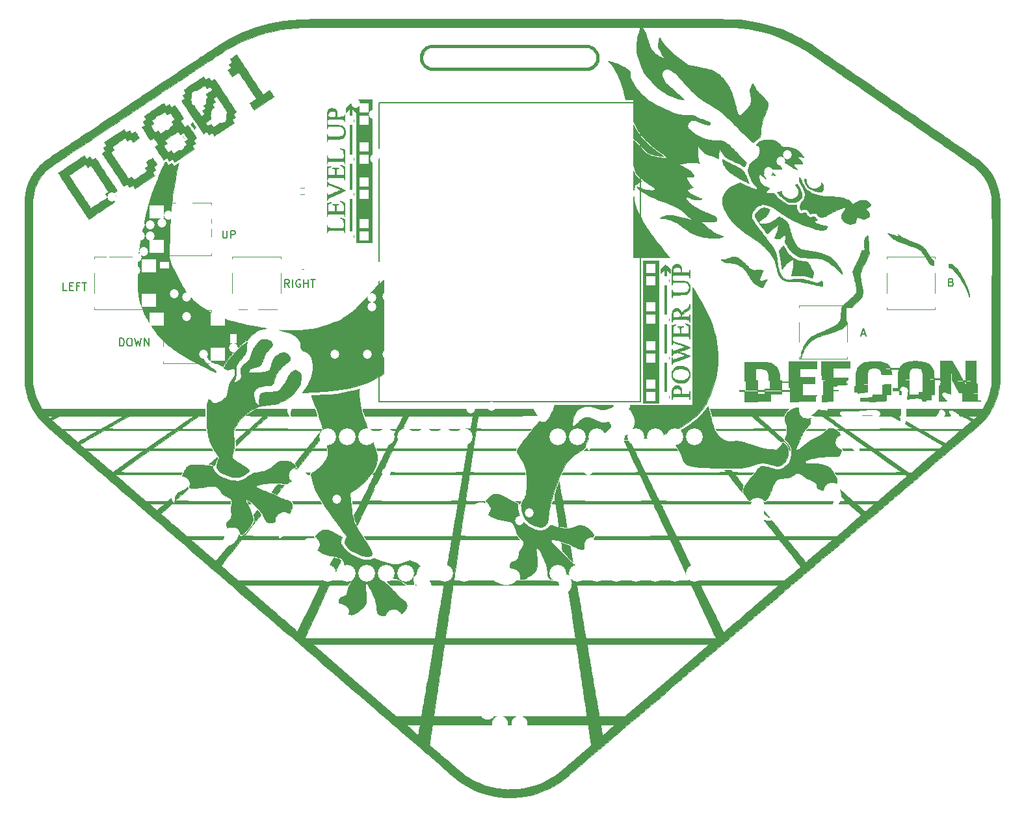
<source format=gto>
G04 #@! TF.GenerationSoftware,KiCad,Pcbnew,(5.0.0-rc2-dev-321-g78161b592)*
G04 #@! TF.CreationDate,2018-06-20T02:06:47-06:00*
G04 #@! TF.ProjectId,dragon,647261676F6E2E6B696361645F706362,1.0*
G04 #@! TF.SameCoordinates,Original*
G04 #@! TF.FileFunction,Legend,Top*
G04 #@! TF.FilePolarity,Positive*
%FSLAX46Y46*%
G04 Gerber Fmt 4.6, Leading zero omitted, Abs format (unit mm)*
G04 Created by KiCad (PCBNEW (5.0.0-rc2-dev-321-g78161b592)) date 06/20/18 02:06:47*
%MOMM*%
%LPD*%
G01*
G04 APERTURE LIST*
%ADD10C,0.200000*%
%ADD11C,0.010000*%
%ADD12C,0.150000*%
%ADD13C,0.120000*%
%ADD14C,0.900000*%
%ADD15C,1.924000*%
%ADD16C,2.100000*%
%ADD17C,2.100000*%
%ADD18O,2.100000X2.100000*%
%ADD19R,1.950000X1.700000*%
%ADD20C,2.178000*%
%ADD21R,0.700000X0.750000*%
%ADD22R,1.200000X1.200000*%
%ADD23R,0.830000X0.680000*%
%ADD24R,0.680000X0.830000*%
%ADD25C,1.300000*%
%ADD26C,0.100000*%
%ADD27C,1.900000*%
%ADD28C,1.200000*%
%ADD29C,0.254000*%
G04 APERTURE END LIST*
D10*
X198451428Y-87898571D02*
X198594285Y-87946190D01*
X198641904Y-87993809D01*
X198689523Y-88089047D01*
X198689523Y-88231904D01*
X198641904Y-88327142D01*
X198594285Y-88374761D01*
X198499047Y-88422380D01*
X198118095Y-88422380D01*
X198118095Y-87422380D01*
X198451428Y-87422380D01*
X198546666Y-87470000D01*
X198594285Y-87517619D01*
X198641904Y-87612857D01*
X198641904Y-87708095D01*
X198594285Y-87803333D01*
X198546666Y-87850952D01*
X198451428Y-87898571D01*
X198118095Y-87898571D01*
X186791904Y-94616666D02*
X187268095Y-94616666D01*
X186696666Y-94902380D02*
X187030000Y-93902380D01*
X187363333Y-94902380D01*
X90189047Y-96202380D02*
X90189047Y-95202380D01*
X90427142Y-95202380D01*
X90570000Y-95250000D01*
X90665238Y-95345238D01*
X90712857Y-95440476D01*
X90760476Y-95630952D01*
X90760476Y-95773809D01*
X90712857Y-95964285D01*
X90665238Y-96059523D01*
X90570000Y-96154761D01*
X90427142Y-96202380D01*
X90189047Y-96202380D01*
X91379523Y-95202380D02*
X91570000Y-95202380D01*
X91665238Y-95250000D01*
X91760476Y-95345238D01*
X91808095Y-95535714D01*
X91808095Y-95869047D01*
X91760476Y-96059523D01*
X91665238Y-96154761D01*
X91570000Y-96202380D01*
X91379523Y-96202380D01*
X91284285Y-96154761D01*
X91189047Y-96059523D01*
X91141428Y-95869047D01*
X91141428Y-95535714D01*
X91189047Y-95345238D01*
X91284285Y-95250000D01*
X91379523Y-95202380D01*
X92141428Y-95202380D02*
X92379523Y-96202380D01*
X92570000Y-95488095D01*
X92760476Y-96202380D01*
X92998571Y-95202380D01*
X93379523Y-96202380D02*
X93379523Y-95202380D01*
X93950952Y-96202380D01*
X93950952Y-95202380D01*
X103604285Y-81162380D02*
X103604285Y-81971904D01*
X103651904Y-82067142D01*
X103699523Y-82114761D01*
X103794761Y-82162380D01*
X103985238Y-82162380D01*
X104080476Y-82114761D01*
X104128095Y-82067142D01*
X104175714Y-81971904D01*
X104175714Y-81162380D01*
X104651904Y-82162380D02*
X104651904Y-81162380D01*
X105032857Y-81162380D01*
X105128095Y-81210000D01*
X105175714Y-81257619D01*
X105223333Y-81352857D01*
X105223333Y-81495714D01*
X105175714Y-81590952D01*
X105128095Y-81638571D01*
X105032857Y-81686190D01*
X104651904Y-81686190D01*
X83327619Y-88952380D02*
X82851428Y-88952380D01*
X82851428Y-87952380D01*
X83660952Y-88428571D02*
X83994285Y-88428571D01*
X84137142Y-88952380D02*
X83660952Y-88952380D01*
X83660952Y-87952380D01*
X84137142Y-87952380D01*
X84899047Y-88428571D02*
X84565714Y-88428571D01*
X84565714Y-88952380D02*
X84565714Y-87952380D01*
X85041904Y-87952380D01*
X85280000Y-87952380D02*
X85851428Y-87952380D01*
X85565714Y-88952380D02*
X85565714Y-87952380D01*
X112266666Y-88552380D02*
X111933333Y-88076190D01*
X111695238Y-88552380D02*
X111695238Y-87552380D01*
X112076190Y-87552380D01*
X112171428Y-87600000D01*
X112219047Y-87647619D01*
X112266666Y-87742857D01*
X112266666Y-87885714D01*
X112219047Y-87980952D01*
X112171428Y-88028571D01*
X112076190Y-88076190D01*
X111695238Y-88076190D01*
X112695238Y-88552380D02*
X112695238Y-87552380D01*
X113695238Y-87600000D02*
X113600000Y-87552380D01*
X113457142Y-87552380D01*
X113314285Y-87600000D01*
X113219047Y-87695238D01*
X113171428Y-87790476D01*
X113123809Y-87980952D01*
X113123809Y-88123809D01*
X113171428Y-88314285D01*
X113219047Y-88409523D01*
X113314285Y-88504761D01*
X113457142Y-88552380D01*
X113552380Y-88552380D01*
X113695238Y-88504761D01*
X113742857Y-88457142D01*
X113742857Y-88123809D01*
X113552380Y-88123809D01*
X114171428Y-88552380D02*
X114171428Y-87552380D01*
X114171428Y-88028571D02*
X114742857Y-88028571D01*
X114742857Y-88552380D02*
X114742857Y-87552380D01*
X115076190Y-87552380D02*
X115647619Y-87552380D01*
X115361904Y-88552380D02*
X115361904Y-87552380D01*
D11*
G36*
X98461224Y-69027880D02*
X98501540Y-69090274D01*
X98530434Y-69138341D01*
X98541761Y-69161850D01*
X98541766Y-69161994D01*
X98525186Y-69178135D01*
X98480110Y-69212087D01*
X98413616Y-69258722D01*
X98340750Y-69307666D01*
X98260839Y-69361948D01*
X98195974Y-69409034D01*
X98153271Y-69443553D01*
X98139667Y-69459442D01*
X98150841Y-69483905D01*
X98181071Y-69535158D01*
X98225422Y-69605116D01*
X98266667Y-69667500D01*
X98318615Y-69746473D01*
X98360291Y-69813097D01*
X98386758Y-69859269D01*
X98393667Y-69875873D01*
X98376847Y-69890200D01*
X98329827Y-69924338D01*
X98257765Y-69974820D01*
X98165820Y-70038180D01*
X98059153Y-70110952D01*
X97942921Y-70189669D01*
X97822283Y-70270865D01*
X97702399Y-70351073D01*
X97588428Y-70426828D01*
X97485528Y-70494663D01*
X97398859Y-70551112D01*
X97333579Y-70592708D01*
X97294849Y-70615985D01*
X97286576Y-70619726D01*
X97274030Y-70603133D01*
X97243890Y-70558898D01*
X97201511Y-70494952D01*
X97177609Y-70458377D01*
X97072800Y-70297301D01*
X97122550Y-70209942D01*
X97169011Y-70132250D01*
X97234622Y-70027866D01*
X97314151Y-69904706D01*
X97402367Y-69770686D01*
X97494038Y-69633721D01*
X97583933Y-69501726D01*
X97666821Y-69382617D01*
X97702382Y-69332625D01*
X97770654Y-69238003D01*
X97818977Y-69173538D01*
X97851945Y-69134894D01*
X97874153Y-69117737D01*
X97890195Y-69117730D01*
X97904666Y-69130538D01*
X97909875Y-69136833D01*
X97940604Y-69169445D01*
X97958323Y-69180666D01*
X97980018Y-69169566D01*
X98029297Y-69139389D01*
X98098710Y-69094821D01*
X98176014Y-69043755D01*
X98380750Y-68906844D01*
X98461224Y-69027880D01*
X98461224Y-69027880D01*
G37*
X98461224Y-69027880D02*
X98501540Y-69090274D01*
X98530434Y-69138341D01*
X98541761Y-69161850D01*
X98541766Y-69161994D01*
X98525186Y-69178135D01*
X98480110Y-69212087D01*
X98413616Y-69258722D01*
X98340750Y-69307666D01*
X98260839Y-69361948D01*
X98195974Y-69409034D01*
X98153271Y-69443553D01*
X98139667Y-69459442D01*
X98150841Y-69483905D01*
X98181071Y-69535158D01*
X98225422Y-69605116D01*
X98266667Y-69667500D01*
X98318615Y-69746473D01*
X98360291Y-69813097D01*
X98386758Y-69859269D01*
X98393667Y-69875873D01*
X98376847Y-69890200D01*
X98329827Y-69924338D01*
X98257765Y-69974820D01*
X98165820Y-70038180D01*
X98059153Y-70110952D01*
X97942921Y-70189669D01*
X97822283Y-70270865D01*
X97702399Y-70351073D01*
X97588428Y-70426828D01*
X97485528Y-70494663D01*
X97398859Y-70551112D01*
X97333579Y-70592708D01*
X97294849Y-70615985D01*
X97286576Y-70619726D01*
X97274030Y-70603133D01*
X97243890Y-70558898D01*
X97201511Y-70494952D01*
X97177609Y-70458377D01*
X97072800Y-70297301D01*
X97122550Y-70209942D01*
X97169011Y-70132250D01*
X97234622Y-70027866D01*
X97314151Y-69904706D01*
X97402367Y-69770686D01*
X97494038Y-69633721D01*
X97583933Y-69501726D01*
X97666821Y-69382617D01*
X97702382Y-69332625D01*
X97770654Y-69238003D01*
X97818977Y-69173538D01*
X97851945Y-69134894D01*
X97874153Y-69117737D01*
X97890195Y-69117730D01*
X97904666Y-69130538D01*
X97909875Y-69136833D01*
X97940604Y-69169445D01*
X97958323Y-69180666D01*
X97980018Y-69169566D01*
X98029297Y-69139389D01*
X98098710Y-69094821D01*
X98176014Y-69043755D01*
X98380750Y-68906844D01*
X98461224Y-69027880D01*
G36*
X137154731Y-56970572D02*
X137843412Y-56970679D01*
X138571815Y-56970879D01*
X139340583Y-56971169D01*
X140150356Y-56971550D01*
X141001775Y-56972019D01*
X141065667Y-56972057D01*
X151215084Y-56978083D01*
X151405584Y-57037516D01*
X151663394Y-57138285D01*
X151893117Y-57270630D01*
X152094033Y-57433831D01*
X152265423Y-57627168D01*
X152406567Y-57849921D01*
X152516747Y-58101369D01*
X152541352Y-58174911D01*
X152561825Y-58245927D01*
X152575824Y-58312755D01*
X152584490Y-58386194D01*
X152588962Y-58477044D01*
X152590379Y-58596106D01*
X152590377Y-58639666D01*
X152588162Y-58790745D01*
X152581581Y-58908967D01*
X152569832Y-59003655D01*
X152552112Y-59084136D01*
X152552104Y-59084166D01*
X152474987Y-59298684D01*
X152365287Y-59508220D01*
X152229781Y-59702377D01*
X152075249Y-59870763D01*
X151992362Y-59942522D01*
X151888338Y-60015009D01*
X151757994Y-60091095D01*
X151615883Y-60163343D01*
X151476554Y-60224315D01*
X151363250Y-60264083D01*
X151352050Y-60266941D01*
X151337747Y-60269649D01*
X151319222Y-60272213D01*
X151295354Y-60274637D01*
X151265021Y-60276925D01*
X151227102Y-60279082D01*
X151180478Y-60281111D01*
X151124026Y-60283018D01*
X151056626Y-60284806D01*
X150977158Y-60286480D01*
X150884500Y-60288044D01*
X150777531Y-60289503D01*
X150655131Y-60290860D01*
X150516178Y-60292121D01*
X150359553Y-60293289D01*
X150184133Y-60294369D01*
X149988798Y-60295365D01*
X149772428Y-60296281D01*
X149533900Y-60297123D01*
X149272096Y-60297893D01*
X148985892Y-60298597D01*
X148674170Y-60299239D01*
X148335807Y-60299822D01*
X147969683Y-60300353D01*
X147574678Y-60300834D01*
X147149669Y-60301270D01*
X146693537Y-60301666D01*
X146205160Y-60302025D01*
X145683418Y-60302353D01*
X145127190Y-60302653D01*
X144535354Y-60302929D01*
X143906791Y-60303187D01*
X143240378Y-60303431D01*
X142534996Y-60303664D01*
X141789523Y-60303891D01*
X141002839Y-60304116D01*
X141002167Y-60304117D01*
X140345234Y-60304266D01*
X139698625Y-60304346D01*
X139063645Y-60304356D01*
X138441599Y-60304300D01*
X137833792Y-60304179D01*
X137241531Y-60303995D01*
X136666119Y-60303749D01*
X136108864Y-60303444D01*
X135571070Y-60303080D01*
X135054042Y-60302660D01*
X134559087Y-60302186D01*
X134087508Y-60301659D01*
X133640613Y-60301080D01*
X133219706Y-60300453D01*
X132826093Y-60299778D01*
X132461078Y-60299057D01*
X132125968Y-60298293D01*
X131822068Y-60297486D01*
X131550683Y-60296638D01*
X131313119Y-60295752D01*
X131110681Y-60294829D01*
X130944675Y-60293871D01*
X130816405Y-60292879D01*
X130727178Y-60291855D01*
X130678299Y-60290801D01*
X130669253Y-60290241D01*
X130415005Y-60226881D01*
X130172681Y-60124383D01*
X129940082Y-59982175D01*
X129762496Y-59831345D01*
X129605389Y-59647038D01*
X129472694Y-59434744D01*
X129368345Y-59199953D01*
X129357331Y-59168833D01*
X129329876Y-59086580D01*
X129310801Y-59019307D01*
X129298557Y-58955787D01*
X129291597Y-58884790D01*
X129288371Y-58795088D01*
X129287604Y-58706796D01*
X129619405Y-58706796D01*
X129632367Y-58859657D01*
X129644856Y-58925416D01*
X129714096Y-59134360D01*
X129818279Y-59331769D01*
X129952195Y-59511479D01*
X130110632Y-59667327D01*
X130288379Y-59793149D01*
X130442241Y-59868548D01*
X130460910Y-59876320D01*
X130477481Y-59883685D01*
X130493086Y-59890654D01*
X130508857Y-59897238D01*
X130525927Y-59903447D01*
X130545426Y-59909294D01*
X130568488Y-59914789D01*
X130596245Y-59919943D01*
X130629828Y-59924767D01*
X130670371Y-59929273D01*
X130719005Y-59933472D01*
X130776861Y-59937374D01*
X130845074Y-59940991D01*
X130924774Y-59944335D01*
X131017094Y-59947415D01*
X131123165Y-59950243D01*
X131244121Y-59952831D01*
X131381093Y-59955189D01*
X131535214Y-59957328D01*
X131707615Y-59959261D01*
X131899429Y-59960996D01*
X132111788Y-59962547D01*
X132345824Y-59963923D01*
X132602669Y-59965137D01*
X132883456Y-59966199D01*
X133189316Y-59967120D01*
X133521382Y-59967911D01*
X133880785Y-59968583D01*
X134268659Y-59969149D01*
X134686135Y-59969618D01*
X135134346Y-59970001D01*
X135614423Y-59970311D01*
X136127498Y-59970557D01*
X136674705Y-59970752D01*
X137257174Y-59970906D01*
X137876039Y-59971030D01*
X138532431Y-59971135D01*
X139227483Y-59971233D01*
X139962326Y-59971335D01*
X140738093Y-59971451D01*
X140934488Y-59971483D01*
X141720243Y-59971605D01*
X142464781Y-59971701D01*
X143169219Y-59971766D01*
X143834673Y-59971797D01*
X144462260Y-59971792D01*
X145053096Y-59971746D01*
X145608298Y-59971656D01*
X146128984Y-59971518D01*
X146616268Y-59971330D01*
X147071268Y-59971087D01*
X147495100Y-59970786D01*
X147888881Y-59970424D01*
X148253728Y-59969997D01*
X148590757Y-59969501D01*
X148901084Y-59968934D01*
X149185826Y-59968291D01*
X149446100Y-59967570D01*
X149683023Y-59966766D01*
X149897710Y-59965877D01*
X150091278Y-59964898D01*
X150264845Y-59963827D01*
X150419525Y-59962660D01*
X150556437Y-59961392D01*
X150676697Y-59960022D01*
X150781421Y-59958545D01*
X150871725Y-59956959D01*
X150948727Y-59955258D01*
X151013543Y-59953441D01*
X151067289Y-59951503D01*
X151111083Y-59949441D01*
X151146039Y-59947251D01*
X151173276Y-59944931D01*
X151193910Y-59942476D01*
X151209057Y-59939884D01*
X151210905Y-59939487D01*
X151402168Y-59883159D01*
X151573619Y-59800844D01*
X151735174Y-59686936D01*
X151861703Y-59571546D01*
X151988708Y-59433834D01*
X152084301Y-59302141D01*
X152155473Y-59164676D01*
X152209219Y-59009648D01*
X152221020Y-58965717D01*
X152258835Y-58735799D01*
X152255528Y-58508113D01*
X152212286Y-58286390D01*
X152130294Y-58074361D01*
X152010736Y-57875756D01*
X151854800Y-57694305D01*
X151800839Y-57643536D01*
X151690903Y-57559976D01*
X151554676Y-57478849D01*
X151407817Y-57408272D01*
X151265985Y-57356362D01*
X151225667Y-57345374D01*
X151195024Y-57343023D01*
X151123635Y-57340762D01*
X151013090Y-57338591D01*
X150864975Y-57336509D01*
X150680879Y-57334517D01*
X150462391Y-57332615D01*
X150211098Y-57330802D01*
X149928588Y-57329078D01*
X149616449Y-57327444D01*
X149276269Y-57325900D01*
X148909638Y-57324446D01*
X148518141Y-57323081D01*
X148103368Y-57321806D01*
X147666907Y-57320620D01*
X147210345Y-57319525D01*
X146735272Y-57318519D01*
X146243274Y-57317602D01*
X145735940Y-57316776D01*
X145214858Y-57316039D01*
X144681616Y-57315392D01*
X144137802Y-57314834D01*
X143585004Y-57314367D01*
X143024811Y-57313989D01*
X142458810Y-57313701D01*
X141888589Y-57313503D01*
X141315736Y-57313395D01*
X140741841Y-57313376D01*
X140168489Y-57313448D01*
X139597271Y-57313609D01*
X139029773Y-57313860D01*
X138467584Y-57314201D01*
X137912292Y-57314632D01*
X137365484Y-57315153D01*
X136828750Y-57315764D01*
X136303677Y-57316464D01*
X135791853Y-57317255D01*
X135294866Y-57318136D01*
X134814304Y-57319106D01*
X134351756Y-57320167D01*
X133908809Y-57321317D01*
X133487051Y-57322558D01*
X133088071Y-57323889D01*
X132713457Y-57325309D01*
X132364796Y-57326820D01*
X132043677Y-57328421D01*
X131751688Y-57330112D01*
X131490417Y-57331893D01*
X131261451Y-57333764D01*
X131066380Y-57335725D01*
X130906791Y-57337776D01*
X130784271Y-57339918D01*
X130700410Y-57342149D01*
X130656796Y-57344471D01*
X130651667Y-57345216D01*
X130431633Y-57420293D01*
X130229042Y-57531943D01*
X130047643Y-57676679D01*
X129891184Y-57851016D01*
X129763414Y-58051468D01*
X129675516Y-58252839D01*
X129641744Y-58386602D01*
X129622785Y-58543516D01*
X129619405Y-58706796D01*
X129287604Y-58706796D01*
X129287331Y-58675452D01*
X129287286Y-58660833D01*
X129289802Y-58492555D01*
X129300042Y-58354137D01*
X129320450Y-58233435D01*
X129353472Y-58118306D01*
X129401554Y-57996605D01*
X129436467Y-57920000D01*
X129566201Y-57692781D01*
X129727034Y-57492854D01*
X129916056Y-57322303D01*
X130130357Y-57183210D01*
X130367025Y-57077659D01*
X130623151Y-57007734D01*
X130736395Y-56989416D01*
X130765152Y-56987456D01*
X130820818Y-56985609D01*
X130904034Y-56983875D01*
X131015441Y-56982253D01*
X131155680Y-56980741D01*
X131325391Y-56979338D01*
X131525215Y-56978043D01*
X131755792Y-56976856D01*
X132017765Y-56975774D01*
X132311772Y-56974798D01*
X132638455Y-56973925D01*
X132998455Y-56973156D01*
X133392411Y-56972488D01*
X133820966Y-56971920D01*
X134284760Y-56971453D01*
X134784432Y-56971084D01*
X135320625Y-56970812D01*
X135893979Y-56970637D01*
X136505134Y-56970557D01*
X137154731Y-56970572D01*
X137154731Y-56970572D01*
G37*
X137154731Y-56970572D02*
X137843412Y-56970679D01*
X138571815Y-56970879D01*
X139340583Y-56971169D01*
X140150356Y-56971550D01*
X141001775Y-56972019D01*
X141065667Y-56972057D01*
X151215084Y-56978083D01*
X151405584Y-57037516D01*
X151663394Y-57138285D01*
X151893117Y-57270630D01*
X152094033Y-57433831D01*
X152265423Y-57627168D01*
X152406567Y-57849921D01*
X152516747Y-58101369D01*
X152541352Y-58174911D01*
X152561825Y-58245927D01*
X152575824Y-58312755D01*
X152584490Y-58386194D01*
X152588962Y-58477044D01*
X152590379Y-58596106D01*
X152590377Y-58639666D01*
X152588162Y-58790745D01*
X152581581Y-58908967D01*
X152569832Y-59003655D01*
X152552112Y-59084136D01*
X152552104Y-59084166D01*
X152474987Y-59298684D01*
X152365287Y-59508220D01*
X152229781Y-59702377D01*
X152075249Y-59870763D01*
X151992362Y-59942522D01*
X151888338Y-60015009D01*
X151757994Y-60091095D01*
X151615883Y-60163343D01*
X151476554Y-60224315D01*
X151363250Y-60264083D01*
X151352050Y-60266941D01*
X151337747Y-60269649D01*
X151319222Y-60272213D01*
X151295354Y-60274637D01*
X151265021Y-60276925D01*
X151227102Y-60279082D01*
X151180478Y-60281111D01*
X151124026Y-60283018D01*
X151056626Y-60284806D01*
X150977158Y-60286480D01*
X150884500Y-60288044D01*
X150777531Y-60289503D01*
X150655131Y-60290860D01*
X150516178Y-60292121D01*
X150359553Y-60293289D01*
X150184133Y-60294369D01*
X149988798Y-60295365D01*
X149772428Y-60296281D01*
X149533900Y-60297123D01*
X149272096Y-60297893D01*
X148985892Y-60298597D01*
X148674170Y-60299239D01*
X148335807Y-60299822D01*
X147969683Y-60300353D01*
X147574678Y-60300834D01*
X147149669Y-60301270D01*
X146693537Y-60301666D01*
X146205160Y-60302025D01*
X145683418Y-60302353D01*
X145127190Y-60302653D01*
X144535354Y-60302929D01*
X143906791Y-60303187D01*
X143240378Y-60303431D01*
X142534996Y-60303664D01*
X141789523Y-60303891D01*
X141002839Y-60304116D01*
X141002167Y-60304117D01*
X140345234Y-60304266D01*
X139698625Y-60304346D01*
X139063645Y-60304356D01*
X138441599Y-60304300D01*
X137833792Y-60304179D01*
X137241531Y-60303995D01*
X136666119Y-60303749D01*
X136108864Y-60303444D01*
X135571070Y-60303080D01*
X135054042Y-60302660D01*
X134559087Y-60302186D01*
X134087508Y-60301659D01*
X133640613Y-60301080D01*
X133219706Y-60300453D01*
X132826093Y-60299778D01*
X132461078Y-60299057D01*
X132125968Y-60298293D01*
X131822068Y-60297486D01*
X131550683Y-60296638D01*
X131313119Y-60295752D01*
X131110681Y-60294829D01*
X130944675Y-60293871D01*
X130816405Y-60292879D01*
X130727178Y-60291855D01*
X130678299Y-60290801D01*
X130669253Y-60290241D01*
X130415005Y-60226881D01*
X130172681Y-60124383D01*
X129940082Y-59982175D01*
X129762496Y-59831345D01*
X129605389Y-59647038D01*
X129472694Y-59434744D01*
X129368345Y-59199953D01*
X129357331Y-59168833D01*
X129329876Y-59086580D01*
X129310801Y-59019307D01*
X129298557Y-58955787D01*
X129291597Y-58884790D01*
X129288371Y-58795088D01*
X129287604Y-58706796D01*
X129619405Y-58706796D01*
X129632367Y-58859657D01*
X129644856Y-58925416D01*
X129714096Y-59134360D01*
X129818279Y-59331769D01*
X129952195Y-59511479D01*
X130110632Y-59667327D01*
X130288379Y-59793149D01*
X130442241Y-59868548D01*
X130460910Y-59876320D01*
X130477481Y-59883685D01*
X130493086Y-59890654D01*
X130508857Y-59897238D01*
X130525927Y-59903447D01*
X130545426Y-59909294D01*
X130568488Y-59914789D01*
X130596245Y-59919943D01*
X130629828Y-59924767D01*
X130670371Y-59929273D01*
X130719005Y-59933472D01*
X130776861Y-59937374D01*
X130845074Y-59940991D01*
X130924774Y-59944335D01*
X131017094Y-59947415D01*
X131123165Y-59950243D01*
X131244121Y-59952831D01*
X131381093Y-59955189D01*
X131535214Y-59957328D01*
X131707615Y-59959261D01*
X131899429Y-59960996D01*
X132111788Y-59962547D01*
X132345824Y-59963923D01*
X132602669Y-59965137D01*
X132883456Y-59966199D01*
X133189316Y-59967120D01*
X133521382Y-59967911D01*
X133880785Y-59968583D01*
X134268659Y-59969149D01*
X134686135Y-59969618D01*
X135134346Y-59970001D01*
X135614423Y-59970311D01*
X136127498Y-59970557D01*
X136674705Y-59970752D01*
X137257174Y-59970906D01*
X137876039Y-59971030D01*
X138532431Y-59971135D01*
X139227483Y-59971233D01*
X139962326Y-59971335D01*
X140738093Y-59971451D01*
X140934488Y-59971483D01*
X141720243Y-59971605D01*
X142464781Y-59971701D01*
X143169219Y-59971766D01*
X143834673Y-59971797D01*
X144462260Y-59971792D01*
X145053096Y-59971746D01*
X145608298Y-59971656D01*
X146128984Y-59971518D01*
X146616268Y-59971330D01*
X147071268Y-59971087D01*
X147495100Y-59970786D01*
X147888881Y-59970424D01*
X148253728Y-59969997D01*
X148590757Y-59969501D01*
X148901084Y-59968934D01*
X149185826Y-59968291D01*
X149446100Y-59967570D01*
X149683023Y-59966766D01*
X149897710Y-59965877D01*
X150091278Y-59964898D01*
X150264845Y-59963827D01*
X150419525Y-59962660D01*
X150556437Y-59961392D01*
X150676697Y-59960022D01*
X150781421Y-59958545D01*
X150871725Y-59956959D01*
X150948727Y-59955258D01*
X151013543Y-59953441D01*
X151067289Y-59951503D01*
X151111083Y-59949441D01*
X151146039Y-59947251D01*
X151173276Y-59944931D01*
X151193910Y-59942476D01*
X151209057Y-59939884D01*
X151210905Y-59939487D01*
X151402168Y-59883159D01*
X151573619Y-59800844D01*
X151735174Y-59686936D01*
X151861703Y-59571546D01*
X151988708Y-59433834D01*
X152084301Y-59302141D01*
X152155473Y-59164676D01*
X152209219Y-59009648D01*
X152221020Y-58965717D01*
X152258835Y-58735799D01*
X152255528Y-58508113D01*
X152212286Y-58286390D01*
X152130294Y-58074361D01*
X152010736Y-57875756D01*
X151854800Y-57694305D01*
X151800839Y-57643536D01*
X151690903Y-57559976D01*
X151554676Y-57478849D01*
X151407817Y-57408272D01*
X151265985Y-57356362D01*
X151225667Y-57345374D01*
X151195024Y-57343023D01*
X151123635Y-57340762D01*
X151013090Y-57338591D01*
X150864975Y-57336509D01*
X150680879Y-57334517D01*
X150462391Y-57332615D01*
X150211098Y-57330802D01*
X149928588Y-57329078D01*
X149616449Y-57327444D01*
X149276269Y-57325900D01*
X148909638Y-57324446D01*
X148518141Y-57323081D01*
X148103368Y-57321806D01*
X147666907Y-57320620D01*
X147210345Y-57319525D01*
X146735272Y-57318519D01*
X146243274Y-57317602D01*
X145735940Y-57316776D01*
X145214858Y-57316039D01*
X144681616Y-57315392D01*
X144137802Y-57314834D01*
X143585004Y-57314367D01*
X143024811Y-57313989D01*
X142458810Y-57313701D01*
X141888589Y-57313503D01*
X141315736Y-57313395D01*
X140741841Y-57313376D01*
X140168489Y-57313448D01*
X139597271Y-57313609D01*
X139029773Y-57313860D01*
X138467584Y-57314201D01*
X137912292Y-57314632D01*
X137365484Y-57315153D01*
X136828750Y-57315764D01*
X136303677Y-57316464D01*
X135791853Y-57317255D01*
X135294866Y-57318136D01*
X134814304Y-57319106D01*
X134351756Y-57320167D01*
X133908809Y-57321317D01*
X133487051Y-57322558D01*
X133088071Y-57323889D01*
X132713457Y-57325309D01*
X132364796Y-57326820D01*
X132043677Y-57328421D01*
X131751688Y-57330112D01*
X131490417Y-57331893D01*
X131261451Y-57333764D01*
X131066380Y-57335725D01*
X130906791Y-57337776D01*
X130784271Y-57339918D01*
X130700410Y-57342149D01*
X130656796Y-57344471D01*
X130651667Y-57345216D01*
X130431633Y-57420293D01*
X130229042Y-57531943D01*
X130047643Y-57676679D01*
X129891184Y-57851016D01*
X129763414Y-58051468D01*
X129675516Y-58252839D01*
X129641744Y-58386602D01*
X129622785Y-58543516D01*
X129619405Y-58706796D01*
X129287604Y-58706796D01*
X129287331Y-58675452D01*
X129287286Y-58660833D01*
X129289802Y-58492555D01*
X129300042Y-58354137D01*
X129320450Y-58233435D01*
X129353472Y-58118306D01*
X129401554Y-57996605D01*
X129436467Y-57920000D01*
X129566201Y-57692781D01*
X129727034Y-57492854D01*
X129916056Y-57322303D01*
X130130357Y-57183210D01*
X130367025Y-57077659D01*
X130623151Y-57007734D01*
X130736395Y-56989416D01*
X130765152Y-56987456D01*
X130820818Y-56985609D01*
X130904034Y-56983875D01*
X131015441Y-56982253D01*
X131155680Y-56980741D01*
X131325391Y-56979338D01*
X131525215Y-56978043D01*
X131755792Y-56976856D01*
X132017765Y-56975774D01*
X132311772Y-56974798D01*
X132638455Y-56973925D01*
X132998455Y-56973156D01*
X133392411Y-56972488D01*
X133820966Y-56971920D01*
X134284760Y-56971453D01*
X134784432Y-56971084D01*
X135320625Y-56970812D01*
X135893979Y-56970637D01*
X136505134Y-56970557D01*
X137154731Y-56970572D01*
G36*
X105408103Y-58292394D02*
X105411434Y-58296574D01*
X105425864Y-58318197D01*
X105462322Y-58373107D01*
X105519471Y-58459286D01*
X105595977Y-58574720D01*
X105690504Y-58717391D01*
X105801717Y-58885284D01*
X105928280Y-59076381D01*
X106068859Y-59288667D01*
X106222117Y-59520125D01*
X106386720Y-59768739D01*
X106561332Y-60032492D01*
X106744617Y-60309368D01*
X106935241Y-60597351D01*
X107103513Y-60851583D01*
X107299337Y-61147370D01*
X107488991Y-61433681D01*
X107671140Y-61708506D01*
X107844447Y-61969837D01*
X108007578Y-62215664D01*
X108159195Y-62443980D01*
X108297965Y-62652774D01*
X108422550Y-62840037D01*
X108531615Y-63003761D01*
X108623824Y-63141937D01*
X108697841Y-63252555D01*
X108752331Y-63333607D01*
X108785958Y-63383084D01*
X108797174Y-63398849D01*
X108811185Y-63404474D01*
X108836515Y-63399034D01*
X108877220Y-63380245D01*
X108937354Y-63345821D01*
X109020972Y-63293478D01*
X109132130Y-63220931D01*
X109238627Y-63150141D01*
X109356257Y-63072033D01*
X109462317Y-63002488D01*
X109551719Y-62944772D01*
X109619373Y-62902148D01*
X109660192Y-62877882D01*
X109669814Y-62873489D01*
X109688162Y-62890597D01*
X109724275Y-62937424D01*
X109774284Y-63007961D01*
X109834324Y-63096201D01*
X109900528Y-63196136D01*
X109969028Y-63301758D01*
X110035958Y-63407057D01*
X110097452Y-63506027D01*
X110149641Y-63592659D01*
X110188660Y-63660945D01*
X110210641Y-63704877D01*
X110213544Y-63718310D01*
X110193089Y-63732781D01*
X110140173Y-63768695D01*
X110057649Y-63824153D01*
X109948370Y-63897253D01*
X109815189Y-63986093D01*
X109660958Y-64088771D01*
X109488532Y-64203387D01*
X109300762Y-64328039D01*
X109100502Y-64460826D01*
X108931238Y-64572945D01*
X107668392Y-65409065D01*
X107388049Y-64987484D01*
X107310107Y-64869462D01*
X107241210Y-64763571D01*
X107184472Y-64674725D01*
X107143003Y-64607840D01*
X107119919Y-64567830D01*
X107116312Y-64558480D01*
X107135621Y-64545146D01*
X107185205Y-64511703D01*
X107260091Y-64461484D01*
X107355302Y-64397821D01*
X107465863Y-64324046D01*
X107543617Y-64272241D01*
X107686039Y-64176389D01*
X107794837Y-64100739D01*
X107872492Y-64043395D01*
X107921486Y-64002458D01*
X107944300Y-63976030D01*
X107945783Y-63964690D01*
X107924874Y-63931044D01*
X107883251Y-63866479D01*
X107822862Y-63773921D01*
X107745656Y-63656299D01*
X107653580Y-63516539D01*
X107548584Y-63357567D01*
X107432616Y-63182310D01*
X107307624Y-62993696D01*
X107175557Y-62794651D01*
X107038362Y-62588102D01*
X106897989Y-62376975D01*
X106756385Y-62164198D01*
X106615500Y-61952698D01*
X106477281Y-61745400D01*
X106343676Y-61545233D01*
X106216635Y-61355122D01*
X106098105Y-61177996D01*
X105990036Y-61016779D01*
X105894374Y-60874400D01*
X105813069Y-60753786D01*
X105748070Y-60657862D01*
X105701323Y-60589556D01*
X105674779Y-60551795D01*
X105669314Y-60545005D01*
X105647823Y-60556190D01*
X105596338Y-60587756D01*
X105519968Y-60636427D01*
X105423821Y-60698922D01*
X105313007Y-60771963D01*
X105241084Y-60819833D01*
X105124221Y-60897597D01*
X105019322Y-60966843D01*
X104931413Y-61024296D01*
X104865521Y-61066684D01*
X104826676Y-61090733D01*
X104818409Y-61095000D01*
X104801629Y-61078167D01*
X104766732Y-61031654D01*
X104717583Y-60961435D01*
X104658049Y-60873487D01*
X104591997Y-60773783D01*
X104523292Y-60668301D01*
X104455801Y-60563014D01*
X104393391Y-60463899D01*
X104339928Y-60376931D01*
X104299279Y-60308086D01*
X104275309Y-60263338D01*
X104270855Y-60248776D01*
X104294810Y-60231147D01*
X104346113Y-60195631D01*
X104416800Y-60147688D01*
X104485019Y-60102010D01*
X104580203Y-60035493D01*
X104641232Y-59985627D01*
X104666711Y-59953614D01*
X104666443Y-59945729D01*
X104648964Y-59918326D01*
X104613551Y-59864340D01*
X104565853Y-59792342D01*
X104526187Y-59732836D01*
X104476600Y-59654868D01*
X104439784Y-59589584D01*
X104419894Y-59544863D01*
X104418847Y-59529284D01*
X104442890Y-59511570D01*
X104494254Y-59475994D01*
X104564943Y-59428040D01*
X104632372Y-59382891D01*
X104827993Y-59252637D01*
X104686950Y-59040798D01*
X104629188Y-58950280D01*
X104587990Y-58877892D01*
X104566343Y-58829280D01*
X104565412Y-58810988D01*
X104588028Y-58794518D01*
X104640662Y-58758265D01*
X104718027Y-58705804D01*
X104814837Y-58640710D01*
X104925804Y-58566561D01*
X104985698Y-58526707D01*
X105115548Y-58440823D01*
X105214852Y-58376397D01*
X105288035Y-58331037D01*
X105339525Y-58302349D01*
X105373748Y-58287942D01*
X105395132Y-58285421D01*
X105408103Y-58292394D01*
X105408103Y-58292394D01*
G37*
X105408103Y-58292394D02*
X105411434Y-58296574D01*
X105425864Y-58318197D01*
X105462322Y-58373107D01*
X105519471Y-58459286D01*
X105595977Y-58574720D01*
X105690504Y-58717391D01*
X105801717Y-58885284D01*
X105928280Y-59076381D01*
X106068859Y-59288667D01*
X106222117Y-59520125D01*
X106386720Y-59768739D01*
X106561332Y-60032492D01*
X106744617Y-60309368D01*
X106935241Y-60597351D01*
X107103513Y-60851583D01*
X107299337Y-61147370D01*
X107488991Y-61433681D01*
X107671140Y-61708506D01*
X107844447Y-61969837D01*
X108007578Y-62215664D01*
X108159195Y-62443980D01*
X108297965Y-62652774D01*
X108422550Y-62840037D01*
X108531615Y-63003761D01*
X108623824Y-63141937D01*
X108697841Y-63252555D01*
X108752331Y-63333607D01*
X108785958Y-63383084D01*
X108797174Y-63398849D01*
X108811185Y-63404474D01*
X108836515Y-63399034D01*
X108877220Y-63380245D01*
X108937354Y-63345821D01*
X109020972Y-63293478D01*
X109132130Y-63220931D01*
X109238627Y-63150141D01*
X109356257Y-63072033D01*
X109462317Y-63002488D01*
X109551719Y-62944772D01*
X109619373Y-62902148D01*
X109660192Y-62877882D01*
X109669814Y-62873489D01*
X109688162Y-62890597D01*
X109724275Y-62937424D01*
X109774284Y-63007961D01*
X109834324Y-63096201D01*
X109900528Y-63196136D01*
X109969028Y-63301758D01*
X110035958Y-63407057D01*
X110097452Y-63506027D01*
X110149641Y-63592659D01*
X110188660Y-63660945D01*
X110210641Y-63704877D01*
X110213544Y-63718310D01*
X110193089Y-63732781D01*
X110140173Y-63768695D01*
X110057649Y-63824153D01*
X109948370Y-63897253D01*
X109815189Y-63986093D01*
X109660958Y-64088771D01*
X109488532Y-64203387D01*
X109300762Y-64328039D01*
X109100502Y-64460826D01*
X108931238Y-64572945D01*
X107668392Y-65409065D01*
X107388049Y-64987484D01*
X107310107Y-64869462D01*
X107241210Y-64763571D01*
X107184472Y-64674725D01*
X107143003Y-64607840D01*
X107119919Y-64567830D01*
X107116312Y-64558480D01*
X107135621Y-64545146D01*
X107185205Y-64511703D01*
X107260091Y-64461484D01*
X107355302Y-64397821D01*
X107465863Y-64324046D01*
X107543617Y-64272241D01*
X107686039Y-64176389D01*
X107794837Y-64100739D01*
X107872492Y-64043395D01*
X107921486Y-64002458D01*
X107944300Y-63976030D01*
X107945783Y-63964690D01*
X107924874Y-63931044D01*
X107883251Y-63866479D01*
X107822862Y-63773921D01*
X107745656Y-63656299D01*
X107653580Y-63516539D01*
X107548584Y-63357567D01*
X107432616Y-63182310D01*
X107307624Y-62993696D01*
X107175557Y-62794651D01*
X107038362Y-62588102D01*
X106897989Y-62376975D01*
X106756385Y-62164198D01*
X106615500Y-61952698D01*
X106477281Y-61745400D01*
X106343676Y-61545233D01*
X106216635Y-61355122D01*
X106098105Y-61177996D01*
X105990036Y-61016779D01*
X105894374Y-60874400D01*
X105813069Y-60753786D01*
X105748070Y-60657862D01*
X105701323Y-60589556D01*
X105674779Y-60551795D01*
X105669314Y-60545005D01*
X105647823Y-60556190D01*
X105596338Y-60587756D01*
X105519968Y-60636427D01*
X105423821Y-60698922D01*
X105313007Y-60771963D01*
X105241084Y-60819833D01*
X105124221Y-60897597D01*
X105019322Y-60966843D01*
X104931413Y-61024296D01*
X104865521Y-61066684D01*
X104826676Y-61090733D01*
X104818409Y-61095000D01*
X104801629Y-61078167D01*
X104766732Y-61031654D01*
X104717583Y-60961435D01*
X104658049Y-60873487D01*
X104591997Y-60773783D01*
X104523292Y-60668301D01*
X104455801Y-60563014D01*
X104393391Y-60463899D01*
X104339928Y-60376931D01*
X104299279Y-60308086D01*
X104275309Y-60263338D01*
X104270855Y-60248776D01*
X104294810Y-60231147D01*
X104346113Y-60195631D01*
X104416800Y-60147688D01*
X104485019Y-60102010D01*
X104580203Y-60035493D01*
X104641232Y-59985627D01*
X104666711Y-59953614D01*
X104666443Y-59945729D01*
X104648964Y-59918326D01*
X104613551Y-59864340D01*
X104565853Y-59792342D01*
X104526187Y-59732836D01*
X104476600Y-59654868D01*
X104439784Y-59589584D01*
X104419894Y-59544863D01*
X104418847Y-59529284D01*
X104442890Y-59511570D01*
X104494254Y-59475994D01*
X104564943Y-59428040D01*
X104632372Y-59382891D01*
X104827993Y-59252637D01*
X104686950Y-59040798D01*
X104629188Y-58950280D01*
X104587990Y-58877892D01*
X104566343Y-58829280D01*
X104565412Y-58810988D01*
X104588028Y-58794518D01*
X104640662Y-58758265D01*
X104718027Y-58705804D01*
X104814837Y-58640710D01*
X104925804Y-58566561D01*
X104985698Y-58526707D01*
X105115548Y-58440823D01*
X105214852Y-58376397D01*
X105288035Y-58331037D01*
X105339525Y-58302349D01*
X105373748Y-58287942D01*
X105395132Y-58285421D01*
X105408103Y-58292394D01*
G36*
X117855405Y-65226931D02*
X117981424Y-65240085D01*
X118080642Y-65267919D01*
X118167728Y-65316599D01*
X118257351Y-65392291D01*
X118264078Y-65398740D01*
X118352597Y-65512693D01*
X118414092Y-65655033D01*
X118447433Y-65820658D01*
X118451490Y-66004464D01*
X118432894Y-66161156D01*
X118418918Y-66246495D01*
X118414223Y-66298906D01*
X118418736Y-66326745D01*
X118431341Y-66337992D01*
X118467358Y-66343016D01*
X118536962Y-66345583D01*
X118632064Y-66345964D01*
X118744578Y-66344432D01*
X118866417Y-66341259D01*
X118989493Y-66336715D01*
X119105720Y-66331074D01*
X119207011Y-66324607D01*
X119285278Y-66317585D01*
X119332434Y-66310281D01*
X119340616Y-66307431D01*
X119387783Y-66261956D01*
X119427257Y-66190780D01*
X119451017Y-66110536D01*
X119454500Y-66071259D01*
X119460451Y-66025777D01*
X119474852Y-66005714D01*
X119475667Y-66005666D01*
X119482989Y-66026493D01*
X119488850Y-66087660D01*
X119493167Y-66187196D01*
X119495855Y-66323130D01*
X119496831Y-66493491D01*
X119496834Y-66503083D01*
X119495947Y-66675150D01*
X119493344Y-66812890D01*
X119489109Y-66914334D01*
X119483324Y-66977509D01*
X119476075Y-67000444D01*
X119475667Y-67000500D01*
X119461251Y-66981992D01*
X119454530Y-66936914D01*
X119454467Y-66931708D01*
X119440554Y-66848600D01*
X119404409Y-66768463D01*
X119354310Y-66707129D01*
X119327500Y-66688898D01*
X119293682Y-66682522D01*
X119222876Y-66676937D01*
X119120418Y-66672152D01*
X118991645Y-66668177D01*
X118841896Y-66665022D01*
X118676507Y-66662696D01*
X118500816Y-66661209D01*
X118320160Y-66660571D01*
X118139876Y-66660791D01*
X117965302Y-66661879D01*
X117801774Y-66663845D01*
X117654631Y-66666698D01*
X117529209Y-66670448D01*
X117430846Y-66675104D01*
X117364880Y-66680677D01*
X117340349Y-66685294D01*
X117271598Y-66730513D01*
X117227417Y-66806754D01*
X117210880Y-66908566D01*
X117210834Y-66914782D01*
X117205823Y-66968264D01*
X117193275Y-66998179D01*
X117187990Y-67000500D01*
X117180872Y-66984412D01*
X117175668Y-66934944D01*
X117172333Y-66850288D01*
X117170823Y-66728637D01*
X117171094Y-66568185D01*
X117172922Y-66381375D01*
X117175315Y-66202116D01*
X117177564Y-66071580D01*
X117300153Y-66071580D01*
X117300794Y-66159419D01*
X117306791Y-66240743D01*
X117317811Y-66301454D01*
X117325467Y-66320280D01*
X117347664Y-66329057D01*
X117403480Y-66335746D01*
X117495025Y-66340450D01*
X117624408Y-66343275D01*
X117793739Y-66344322D01*
X117815997Y-66344333D01*
X117970650Y-66344086D01*
X118088230Y-66343083D01*
X118173997Y-66340925D01*
X118233210Y-66337216D01*
X118271128Y-66331559D01*
X118293010Y-66323557D01*
X118304116Y-66312814D01*
X118306873Y-66307291D01*
X118313832Y-66269906D01*
X118319117Y-66202594D01*
X118321874Y-66117751D01*
X118322084Y-66086943D01*
X118320880Y-65995129D01*
X118315233Y-65932425D01*
X118302091Y-65885633D01*
X118278402Y-65841553D01*
X118258452Y-65811776D01*
X118169648Y-65718495D01*
X118078536Y-65660042D01*
X118011987Y-65628474D01*
X117956014Y-65611560D01*
X117893223Y-65606067D01*
X117806222Y-65608761D01*
X117803500Y-65608910D01*
X117646457Y-65634054D01*
X117514067Y-65689540D01*
X117409505Y-65773260D01*
X117335943Y-65883101D01*
X117316278Y-65932762D01*
X117305203Y-65991328D01*
X117300153Y-66071580D01*
X117177564Y-66071580D01*
X117177769Y-66059687D01*
X117180710Y-65948586D01*
X117184562Y-65863312D01*
X117189753Y-65798363D01*
X117196708Y-65748237D01*
X117205854Y-65707432D01*
X117217616Y-65670447D01*
X117230616Y-65636320D01*
X117300779Y-65504926D01*
X117397226Y-65389035D01*
X117510189Y-65299162D01*
X117575714Y-65264680D01*
X117642206Y-65239792D01*
X117705403Y-65227014D01*
X117781872Y-65224110D01*
X117855405Y-65226931D01*
X117855405Y-65226931D01*
G37*
X117855405Y-65226931D02*
X117981424Y-65240085D01*
X118080642Y-65267919D01*
X118167728Y-65316599D01*
X118257351Y-65392291D01*
X118264078Y-65398740D01*
X118352597Y-65512693D01*
X118414092Y-65655033D01*
X118447433Y-65820658D01*
X118451490Y-66004464D01*
X118432894Y-66161156D01*
X118418918Y-66246495D01*
X118414223Y-66298906D01*
X118418736Y-66326745D01*
X118431341Y-66337992D01*
X118467358Y-66343016D01*
X118536962Y-66345583D01*
X118632064Y-66345964D01*
X118744578Y-66344432D01*
X118866417Y-66341259D01*
X118989493Y-66336715D01*
X119105720Y-66331074D01*
X119207011Y-66324607D01*
X119285278Y-66317585D01*
X119332434Y-66310281D01*
X119340616Y-66307431D01*
X119387783Y-66261956D01*
X119427257Y-66190780D01*
X119451017Y-66110536D01*
X119454500Y-66071259D01*
X119460451Y-66025777D01*
X119474852Y-66005714D01*
X119475667Y-66005666D01*
X119482989Y-66026493D01*
X119488850Y-66087660D01*
X119493167Y-66187196D01*
X119495855Y-66323130D01*
X119496831Y-66493491D01*
X119496834Y-66503083D01*
X119495947Y-66675150D01*
X119493344Y-66812890D01*
X119489109Y-66914334D01*
X119483324Y-66977509D01*
X119476075Y-67000444D01*
X119475667Y-67000500D01*
X119461251Y-66981992D01*
X119454530Y-66936914D01*
X119454467Y-66931708D01*
X119440554Y-66848600D01*
X119404409Y-66768463D01*
X119354310Y-66707129D01*
X119327500Y-66688898D01*
X119293682Y-66682522D01*
X119222876Y-66676937D01*
X119120418Y-66672152D01*
X118991645Y-66668177D01*
X118841896Y-66665022D01*
X118676507Y-66662696D01*
X118500816Y-66661209D01*
X118320160Y-66660571D01*
X118139876Y-66660791D01*
X117965302Y-66661879D01*
X117801774Y-66663845D01*
X117654631Y-66666698D01*
X117529209Y-66670448D01*
X117430846Y-66675104D01*
X117364880Y-66680677D01*
X117340349Y-66685294D01*
X117271598Y-66730513D01*
X117227417Y-66806754D01*
X117210880Y-66908566D01*
X117210834Y-66914782D01*
X117205823Y-66968264D01*
X117193275Y-66998179D01*
X117187990Y-67000500D01*
X117180872Y-66984412D01*
X117175668Y-66934944D01*
X117172333Y-66850288D01*
X117170823Y-66728637D01*
X117171094Y-66568185D01*
X117172922Y-66381375D01*
X117175315Y-66202116D01*
X117177564Y-66071580D01*
X117300153Y-66071580D01*
X117300794Y-66159419D01*
X117306791Y-66240743D01*
X117317811Y-66301454D01*
X117325467Y-66320280D01*
X117347664Y-66329057D01*
X117403480Y-66335746D01*
X117495025Y-66340450D01*
X117624408Y-66343275D01*
X117793739Y-66344322D01*
X117815997Y-66344333D01*
X117970650Y-66344086D01*
X118088230Y-66343083D01*
X118173997Y-66340925D01*
X118233210Y-66337216D01*
X118271128Y-66331559D01*
X118293010Y-66323557D01*
X118304116Y-66312814D01*
X118306873Y-66307291D01*
X118313832Y-66269906D01*
X118319117Y-66202594D01*
X118321874Y-66117751D01*
X118322084Y-66086943D01*
X118320880Y-65995129D01*
X118315233Y-65932425D01*
X118302091Y-65885633D01*
X118278402Y-65841553D01*
X118258452Y-65811776D01*
X118169648Y-65718495D01*
X118078536Y-65660042D01*
X118011987Y-65628474D01*
X117956014Y-65611560D01*
X117893223Y-65606067D01*
X117806222Y-65608761D01*
X117803500Y-65608910D01*
X117646457Y-65634054D01*
X117514067Y-65689540D01*
X117409505Y-65773260D01*
X117335943Y-65883101D01*
X117316278Y-65932762D01*
X117305203Y-65991328D01*
X117300153Y-66071580D01*
X117177564Y-66071580D01*
X117177769Y-66059687D01*
X117180710Y-65948586D01*
X117184562Y-65863312D01*
X117189753Y-65798363D01*
X117196708Y-65748237D01*
X117205854Y-65707432D01*
X117217616Y-65670447D01*
X117230616Y-65636320D01*
X117300779Y-65504926D01*
X117397226Y-65389035D01*
X117510189Y-65299162D01*
X117575714Y-65264680D01*
X117642206Y-65239792D01*
X117705403Y-65227014D01*
X117781872Y-65224110D01*
X117855405Y-65226931D01*
G36*
X99656219Y-67092276D02*
X99672583Y-67115184D01*
X99706828Y-67166106D01*
X99754239Y-67237794D01*
X99810103Y-67322997D01*
X99869704Y-67414465D01*
X99928329Y-67504948D01*
X99981263Y-67587196D01*
X100023793Y-67653960D01*
X100051203Y-67697989D01*
X100058976Y-67711659D01*
X100052146Y-67737460D01*
X100028090Y-67786451D01*
X99993538Y-67847495D01*
X99955218Y-67909457D01*
X99919863Y-67961201D01*
X99894200Y-67991591D01*
X99887538Y-67995333D01*
X99874311Y-67978434D01*
X99841736Y-67931307D01*
X99793401Y-67859304D01*
X99732893Y-67767778D01*
X99663800Y-67662084D01*
X99651468Y-67643106D01*
X99422784Y-67290880D01*
X99537934Y-67189841D01*
X99594261Y-67141205D01*
X99636249Y-67106443D01*
X99655764Y-67092265D01*
X99656219Y-67092276D01*
X99656219Y-67092276D01*
G37*
X99656219Y-67092276D02*
X99672583Y-67115184D01*
X99706828Y-67166106D01*
X99754239Y-67237794D01*
X99810103Y-67322997D01*
X99869704Y-67414465D01*
X99928329Y-67504948D01*
X99981263Y-67587196D01*
X100023793Y-67653960D01*
X100051203Y-67697989D01*
X100058976Y-67711659D01*
X100052146Y-67737460D01*
X100028090Y-67786451D01*
X99993538Y-67847495D01*
X99955218Y-67909457D01*
X99919863Y-67961201D01*
X99894200Y-67991591D01*
X99887538Y-67995333D01*
X99874311Y-67978434D01*
X99841736Y-67931307D01*
X99793401Y-67859304D01*
X99732893Y-67767778D01*
X99663800Y-67662084D01*
X99651468Y-67643106D01*
X99422784Y-67290880D01*
X99537934Y-67189841D01*
X99594261Y-67141205D01*
X99636249Y-67106443D01*
X99655764Y-67092265D01*
X99656219Y-67092276D01*
G36*
X101211692Y-61312823D02*
X101265651Y-61393317D01*
X101311766Y-61461097D01*
X101344543Y-61508151D01*
X101357618Y-61525653D01*
X101380656Y-61521976D01*
X101430447Y-61498109D01*
X101499113Y-61458206D01*
X101561170Y-61418313D01*
X101641034Y-61365126D01*
X101709282Y-61320015D01*
X101757307Y-61288651D01*
X101774703Y-61277661D01*
X101798713Y-61287402D01*
X101840924Y-61334468D01*
X101901548Y-61419114D01*
X101939084Y-61476000D01*
X102008354Y-61578743D01*
X102059276Y-61644302D01*
X102092420Y-61673361D01*
X102103464Y-61673925D01*
X102131254Y-61656257D01*
X102185779Y-61620974D01*
X102258382Y-61573694D01*
X102318265Y-61534542D01*
X102396740Y-61485526D01*
X102462393Y-61448959D01*
X102507302Y-61428981D01*
X102522872Y-61427615D01*
X102535783Y-61446411D01*
X102570313Y-61497867D01*
X102624713Y-61579345D01*
X102697232Y-61688205D01*
X102786121Y-61821809D01*
X102889630Y-61977518D01*
X103006011Y-62152692D01*
X103133512Y-62344693D01*
X103270385Y-62550883D01*
X103414881Y-62768621D01*
X103565248Y-62995270D01*
X103719739Y-63228190D01*
X103876603Y-63464743D01*
X104034090Y-63702290D01*
X104190452Y-63938191D01*
X104343938Y-64169808D01*
X104492799Y-64394502D01*
X104635285Y-64609634D01*
X104769647Y-64812566D01*
X104894135Y-65000658D01*
X105007000Y-65171271D01*
X105106491Y-65321767D01*
X105190860Y-65449507D01*
X105258356Y-65551852D01*
X105307231Y-65626162D01*
X105335734Y-65669800D01*
X105342231Y-65679998D01*
X105331475Y-65701419D01*
X105288399Y-65740803D01*
X105217182Y-65794671D01*
X105144471Y-65844712D01*
X105042802Y-65915369D01*
X104977165Y-65967891D01*
X104948184Y-66001750D01*
X104947701Y-66011630D01*
X104965270Y-66039178D01*
X105000754Y-66093280D01*
X105048485Y-66165333D01*
X105087863Y-66224407D01*
X105138285Y-66301282D01*
X105177587Y-66363942D01*
X105201205Y-66404932D01*
X105205787Y-66417079D01*
X105186383Y-66430341D01*
X105139004Y-66462062D01*
X105070985Y-66507349D01*
X104997667Y-66556000D01*
X104917352Y-66609285D01*
X104851100Y-66653370D01*
X104806216Y-66683384D01*
X104790109Y-66694358D01*
X104798392Y-66712968D01*
X104825709Y-66759972D01*
X104867847Y-66828381D01*
X104920594Y-66911209D01*
X104923584Y-66915833D01*
X104976788Y-66999316D01*
X105019596Y-67068852D01*
X105047793Y-67117421D01*
X105057163Y-67138000D01*
X105057058Y-67138172D01*
X105035374Y-67153649D01*
X104982079Y-67189820D01*
X104900587Y-67244437D01*
X104794312Y-67315253D01*
X104666668Y-67400018D01*
X104521068Y-67496484D01*
X104360928Y-67602405D01*
X104189660Y-67715530D01*
X104010679Y-67833613D01*
X103827399Y-67954404D01*
X103643233Y-68075657D01*
X103461596Y-68195122D01*
X103285902Y-68310551D01*
X103119563Y-68419697D01*
X102965996Y-68520311D01*
X102828613Y-68610145D01*
X102710828Y-68686951D01*
X102616055Y-68748481D01*
X102547709Y-68792487D01*
X102509203Y-68816719D01*
X102501844Y-68820833D01*
X102483965Y-68804188D01*
X102448546Y-68758980D01*
X102400872Y-68692299D01*
X102351207Y-68618799D01*
X102286285Y-68524919D01*
X102235386Y-68460927D01*
X102200940Y-68429707D01*
X102190070Y-68427477D01*
X102161747Y-68443204D01*
X102107055Y-68477325D01*
X102034591Y-68524378D01*
X101973431Y-68565087D01*
X101784708Y-68691984D01*
X101652190Y-68491016D01*
X101597801Y-68409891D01*
X101550845Y-68342367D01*
X101516723Y-68296052D01*
X101501575Y-68278863D01*
X101477842Y-68285438D01*
X101426667Y-68311627D01*
X101355614Y-68353238D01*
X101273454Y-68405288D01*
X101063430Y-68542897D01*
X100127965Y-67130846D01*
X101357000Y-67130846D01*
X101368115Y-67154620D01*
X101398367Y-67205847D01*
X101443116Y-67276954D01*
X101496874Y-67359101D01*
X101636748Y-67569183D01*
X101844583Y-67430806D01*
X101927328Y-67377715D01*
X101997904Y-67336169D01*
X102048703Y-67310395D01*
X102071920Y-67304483D01*
X102090922Y-67326253D01*
X102127125Y-67375753D01*
X102174897Y-67445063D01*
X102216337Y-67507436D01*
X102268531Y-67585198D01*
X102313015Y-67647758D01*
X102344418Y-67687788D01*
X102356505Y-67698667D01*
X102376687Y-67687412D01*
X102428670Y-67655014D01*
X102508975Y-67603729D01*
X102614123Y-67535812D01*
X102740638Y-67453521D01*
X102885039Y-67359110D01*
X103043849Y-67254835D01*
X103213590Y-67142953D01*
X103224338Y-67135854D01*
X103394407Y-67023483D01*
X103553451Y-66918326D01*
X103698030Y-66822662D01*
X103824703Y-66738770D01*
X103930029Y-66668932D01*
X104010569Y-66615427D01*
X104062881Y-66580534D01*
X104083525Y-66566534D01*
X104083689Y-66566402D01*
X104075298Y-66547468D01*
X104047469Y-66500466D01*
X104004503Y-66432378D01*
X103950702Y-66350188D01*
X103948049Y-66346200D01*
X103894002Y-66263449D01*
X103850840Y-66194330D01*
X103822806Y-66145860D01*
X103814140Y-66125056D01*
X103814277Y-66124880D01*
X103834313Y-66110904D01*
X103882328Y-66078460D01*
X103951014Y-66032462D01*
X104028695Y-65980722D01*
X104234474Y-65843992D01*
X103515932Y-64759835D01*
X102797389Y-63675678D01*
X102574455Y-63825251D01*
X102351520Y-63974823D01*
X102479498Y-64165155D01*
X102532916Y-64245658D01*
X102577532Y-64314879D01*
X102607914Y-64364266D01*
X102618189Y-64383402D01*
X102605785Y-64407996D01*
X102559057Y-64450349D01*
X102480890Y-64508033D01*
X102426868Y-64544539D01*
X102346755Y-64598947D01*
X102281670Y-64646159D01*
X102238712Y-64680821D01*
X102224834Y-64696942D01*
X102236007Y-64721405D01*
X102266238Y-64772658D01*
X102310589Y-64842616D01*
X102351834Y-64905000D01*
X102403789Y-64984022D01*
X102445470Y-65050751D01*
X102471933Y-65097066D01*
X102478834Y-65113787D01*
X102462036Y-65132471D01*
X102416424Y-65168145D01*
X102349172Y-65215505D01*
X102275901Y-65263848D01*
X102176340Y-65330621D01*
X102113373Y-65379953D01*
X102085582Y-65413034D01*
X102084579Y-65424254D01*
X102100711Y-65453604D01*
X102135197Y-65509175D01*
X102182513Y-65582234D01*
X102222890Y-65642942D01*
X102349589Y-65831371D01*
X102137277Y-65972729D01*
X102034380Y-66044162D01*
X101968284Y-66097052D01*
X101938105Y-66132151D01*
X101936494Y-66144134D01*
X101952589Y-66173389D01*
X101987042Y-66228881D01*
X102034335Y-66301886D01*
X102074749Y-66362648D01*
X102201475Y-66551116D01*
X101779238Y-66831895D01*
X101661203Y-66911113D01*
X101555889Y-66983186D01*
X101468149Y-67044680D01*
X101402836Y-67092156D01*
X101364804Y-67122181D01*
X101357000Y-67130846D01*
X100127965Y-67130846D01*
X99677420Y-66450766D01*
X99498704Y-66180996D01*
X99326102Y-65920446D01*
X99161102Y-65671361D01*
X99005190Y-65435986D01*
X98859852Y-65216565D01*
X98726575Y-65015343D01*
X98606845Y-64834564D01*
X98502149Y-64676471D01*
X98413974Y-64543311D01*
X98343805Y-64437327D01*
X98293129Y-64360763D01*
X98263433Y-64315864D01*
X98256230Y-64304944D01*
X98221050Y-64251253D01*
X98433830Y-64109583D01*
X98436945Y-64107418D01*
X99345722Y-64107418D01*
X99381363Y-64162251D01*
X99473228Y-64303041D01*
X99575372Y-64458632D01*
X99685476Y-64625567D01*
X99801221Y-64800390D01*
X99920290Y-64979642D01*
X100040364Y-65159868D01*
X100159124Y-65337610D01*
X100274254Y-65509412D01*
X100383433Y-65671817D01*
X100484345Y-65821369D01*
X100574671Y-65954610D01*
X100652092Y-66068084D01*
X100714290Y-66158333D01*
X100758948Y-66221902D01*
X100783746Y-66255333D01*
X100787972Y-66259666D01*
X100812099Y-66248544D01*
X100863633Y-66218274D01*
X100934964Y-66173502D01*
X101017101Y-66119792D01*
X101227184Y-65979918D01*
X101088807Y-65772084D01*
X101035716Y-65689339D01*
X100994170Y-65618763D01*
X100968396Y-65567963D01*
X100962483Y-65544746D01*
X100984254Y-65525745D01*
X101033753Y-65489541D01*
X101103064Y-65441769D01*
X101165436Y-65400330D01*
X101243219Y-65348026D01*
X101305789Y-65303276D01*
X101345812Y-65271496D01*
X101356668Y-65259069D01*
X101345673Y-65235992D01*
X101315539Y-65185525D01*
X101270959Y-65115267D01*
X101220202Y-65038155D01*
X101083404Y-64833588D01*
X101288994Y-64696984D01*
X101370430Y-64642752D01*
X101438070Y-64597477D01*
X101484627Y-64566053D01*
X101502685Y-64553490D01*
X101494948Y-64534239D01*
X101467936Y-64486768D01*
X101425835Y-64418094D01*
X101372829Y-64335237D01*
X101369498Y-64330127D01*
X101228208Y-64113652D01*
X101431435Y-63982439D01*
X101513335Y-63929188D01*
X101581791Y-63883976D01*
X101629138Y-63851914D01*
X101647346Y-63838542D01*
X101641239Y-63817111D01*
X101615271Y-63768051D01*
X101573583Y-63698607D01*
X101520318Y-63616022D01*
X101519041Y-63614103D01*
X101378053Y-63402347D01*
X101800877Y-63121798D01*
X101919041Y-63042769D01*
X102024523Y-62971020D01*
X102112463Y-62909958D01*
X102178004Y-62862984D01*
X102216285Y-62833504D01*
X102224267Y-62825199D01*
X102213309Y-62796408D01*
X102183239Y-62744646D01*
X102139810Y-62677941D01*
X102088775Y-62604320D01*
X102035886Y-62531813D01*
X101986897Y-62468448D01*
X101947562Y-62422253D01*
X101923633Y-62401256D01*
X101920332Y-62401063D01*
X101893721Y-62418049D01*
X101840468Y-62453000D01*
X101769091Y-62500301D01*
X101710997Y-62539030D01*
X101633095Y-62589109D01*
X101567803Y-62627391D01*
X101523146Y-62649393D01*
X101507952Y-62652471D01*
X101489979Y-62631424D01*
X101454369Y-62582449D01*
X101406503Y-62513147D01*
X101358749Y-62441734D01*
X101226837Y-62241685D01*
X100766684Y-62543847D01*
X100585475Y-62662997D01*
X100407042Y-62780619D01*
X100234964Y-62894330D01*
X100072822Y-63001748D01*
X99924197Y-63100491D01*
X99792667Y-63188174D01*
X99681814Y-63262415D01*
X99595217Y-63320832D01*
X99536456Y-63361042D01*
X99509112Y-63380661D01*
X99508180Y-63381456D01*
X99511858Y-63404562D01*
X99535728Y-63454411D01*
X99575636Y-63523118D01*
X99615520Y-63585170D01*
X99668678Y-63664988D01*
X99713734Y-63733147D01*
X99745027Y-63781056D01*
X99755966Y-63798369D01*
X99745829Y-63822530D01*
X99698721Y-63865641D01*
X99615256Y-63927179D01*
X99558445Y-63965787D01*
X99345722Y-64107418D01*
X98436945Y-64107418D01*
X98523232Y-64047462D01*
X98588884Y-63996454D01*
X98626299Y-63960286D01*
X98632770Y-63944332D01*
X98615784Y-63917721D01*
X98580833Y-63864468D01*
X98533532Y-63793091D01*
X98494803Y-63734996D01*
X98444724Y-63657095D01*
X98406442Y-63591802D01*
X98384440Y-63547145D01*
X98381362Y-63531951D01*
X98402406Y-63513984D01*
X98451385Y-63478372D01*
X98520710Y-63430491D01*
X98592498Y-63382485D01*
X98792947Y-63250309D01*
X98716962Y-63130446D01*
X98665251Y-63049971D01*
X98611298Y-62967687D01*
X98578494Y-62918719D01*
X98546628Y-62864361D01*
X98532035Y-62823633D01*
X98534214Y-62810200D01*
X98556825Y-62793901D01*
X98611882Y-62756216D01*
X98696494Y-62699067D01*
X98807772Y-62624380D01*
X98942826Y-62534080D01*
X99098764Y-62430091D01*
X99272696Y-62314338D01*
X99461733Y-62188745D01*
X99662983Y-62055237D01*
X99873557Y-61915738D01*
X100090564Y-61772174D01*
X100311114Y-61626469D01*
X100399245Y-61568304D01*
X101081906Y-61117897D01*
X101211692Y-61312823D01*
X101211692Y-61312823D01*
G37*
X101211692Y-61312823D02*
X101265651Y-61393317D01*
X101311766Y-61461097D01*
X101344543Y-61508151D01*
X101357618Y-61525653D01*
X101380656Y-61521976D01*
X101430447Y-61498109D01*
X101499113Y-61458206D01*
X101561170Y-61418313D01*
X101641034Y-61365126D01*
X101709282Y-61320015D01*
X101757307Y-61288651D01*
X101774703Y-61277661D01*
X101798713Y-61287402D01*
X101840924Y-61334468D01*
X101901548Y-61419114D01*
X101939084Y-61476000D01*
X102008354Y-61578743D01*
X102059276Y-61644302D01*
X102092420Y-61673361D01*
X102103464Y-61673925D01*
X102131254Y-61656257D01*
X102185779Y-61620974D01*
X102258382Y-61573694D01*
X102318265Y-61534542D01*
X102396740Y-61485526D01*
X102462393Y-61448959D01*
X102507302Y-61428981D01*
X102522872Y-61427615D01*
X102535783Y-61446411D01*
X102570313Y-61497867D01*
X102624713Y-61579345D01*
X102697232Y-61688205D01*
X102786121Y-61821809D01*
X102889630Y-61977518D01*
X103006011Y-62152692D01*
X103133512Y-62344693D01*
X103270385Y-62550883D01*
X103414881Y-62768621D01*
X103565248Y-62995270D01*
X103719739Y-63228190D01*
X103876603Y-63464743D01*
X104034090Y-63702290D01*
X104190452Y-63938191D01*
X104343938Y-64169808D01*
X104492799Y-64394502D01*
X104635285Y-64609634D01*
X104769647Y-64812566D01*
X104894135Y-65000658D01*
X105007000Y-65171271D01*
X105106491Y-65321767D01*
X105190860Y-65449507D01*
X105258356Y-65551852D01*
X105307231Y-65626162D01*
X105335734Y-65669800D01*
X105342231Y-65679998D01*
X105331475Y-65701419D01*
X105288399Y-65740803D01*
X105217182Y-65794671D01*
X105144471Y-65844712D01*
X105042802Y-65915369D01*
X104977165Y-65967891D01*
X104948184Y-66001750D01*
X104947701Y-66011630D01*
X104965270Y-66039178D01*
X105000754Y-66093280D01*
X105048485Y-66165333D01*
X105087863Y-66224407D01*
X105138285Y-66301282D01*
X105177587Y-66363942D01*
X105201205Y-66404932D01*
X105205787Y-66417079D01*
X105186383Y-66430341D01*
X105139004Y-66462062D01*
X105070985Y-66507349D01*
X104997667Y-66556000D01*
X104917352Y-66609285D01*
X104851100Y-66653370D01*
X104806216Y-66683384D01*
X104790109Y-66694358D01*
X104798392Y-66712968D01*
X104825709Y-66759972D01*
X104867847Y-66828381D01*
X104920594Y-66911209D01*
X104923584Y-66915833D01*
X104976788Y-66999316D01*
X105019596Y-67068852D01*
X105047793Y-67117421D01*
X105057163Y-67138000D01*
X105057058Y-67138172D01*
X105035374Y-67153649D01*
X104982079Y-67189820D01*
X104900587Y-67244437D01*
X104794312Y-67315253D01*
X104666668Y-67400018D01*
X104521068Y-67496484D01*
X104360928Y-67602405D01*
X104189660Y-67715530D01*
X104010679Y-67833613D01*
X103827399Y-67954404D01*
X103643233Y-68075657D01*
X103461596Y-68195122D01*
X103285902Y-68310551D01*
X103119563Y-68419697D01*
X102965996Y-68520311D01*
X102828613Y-68610145D01*
X102710828Y-68686951D01*
X102616055Y-68748481D01*
X102547709Y-68792487D01*
X102509203Y-68816719D01*
X102501844Y-68820833D01*
X102483965Y-68804188D01*
X102448546Y-68758980D01*
X102400872Y-68692299D01*
X102351207Y-68618799D01*
X102286285Y-68524919D01*
X102235386Y-68460927D01*
X102200940Y-68429707D01*
X102190070Y-68427477D01*
X102161747Y-68443204D01*
X102107055Y-68477325D01*
X102034591Y-68524378D01*
X101973431Y-68565087D01*
X101784708Y-68691984D01*
X101652190Y-68491016D01*
X101597801Y-68409891D01*
X101550845Y-68342367D01*
X101516723Y-68296052D01*
X101501575Y-68278863D01*
X101477842Y-68285438D01*
X101426667Y-68311627D01*
X101355614Y-68353238D01*
X101273454Y-68405288D01*
X101063430Y-68542897D01*
X100127965Y-67130846D01*
X101357000Y-67130846D01*
X101368115Y-67154620D01*
X101398367Y-67205847D01*
X101443116Y-67276954D01*
X101496874Y-67359101D01*
X101636748Y-67569183D01*
X101844583Y-67430806D01*
X101927328Y-67377715D01*
X101997904Y-67336169D01*
X102048703Y-67310395D01*
X102071920Y-67304483D01*
X102090922Y-67326253D01*
X102127125Y-67375753D01*
X102174897Y-67445063D01*
X102216337Y-67507436D01*
X102268531Y-67585198D01*
X102313015Y-67647758D01*
X102344418Y-67687788D01*
X102356505Y-67698667D01*
X102376687Y-67687412D01*
X102428670Y-67655014D01*
X102508975Y-67603729D01*
X102614123Y-67535812D01*
X102740638Y-67453521D01*
X102885039Y-67359110D01*
X103043849Y-67254835D01*
X103213590Y-67142953D01*
X103224338Y-67135854D01*
X103394407Y-67023483D01*
X103553451Y-66918326D01*
X103698030Y-66822662D01*
X103824703Y-66738770D01*
X103930029Y-66668932D01*
X104010569Y-66615427D01*
X104062881Y-66580534D01*
X104083525Y-66566534D01*
X104083689Y-66566402D01*
X104075298Y-66547468D01*
X104047469Y-66500466D01*
X104004503Y-66432378D01*
X103950702Y-66350188D01*
X103948049Y-66346200D01*
X103894002Y-66263449D01*
X103850840Y-66194330D01*
X103822806Y-66145860D01*
X103814140Y-66125056D01*
X103814277Y-66124880D01*
X103834313Y-66110904D01*
X103882328Y-66078460D01*
X103951014Y-66032462D01*
X104028695Y-65980722D01*
X104234474Y-65843992D01*
X103515932Y-64759835D01*
X102797389Y-63675678D01*
X102574455Y-63825251D01*
X102351520Y-63974823D01*
X102479498Y-64165155D01*
X102532916Y-64245658D01*
X102577532Y-64314879D01*
X102607914Y-64364266D01*
X102618189Y-64383402D01*
X102605785Y-64407996D01*
X102559057Y-64450349D01*
X102480890Y-64508033D01*
X102426868Y-64544539D01*
X102346755Y-64598947D01*
X102281670Y-64646159D01*
X102238712Y-64680821D01*
X102224834Y-64696942D01*
X102236007Y-64721405D01*
X102266238Y-64772658D01*
X102310589Y-64842616D01*
X102351834Y-64905000D01*
X102403789Y-64984022D01*
X102445470Y-65050751D01*
X102471933Y-65097066D01*
X102478834Y-65113787D01*
X102462036Y-65132471D01*
X102416424Y-65168145D01*
X102349172Y-65215505D01*
X102275901Y-65263848D01*
X102176340Y-65330621D01*
X102113373Y-65379953D01*
X102085582Y-65413034D01*
X102084579Y-65424254D01*
X102100711Y-65453604D01*
X102135197Y-65509175D01*
X102182513Y-65582234D01*
X102222890Y-65642942D01*
X102349589Y-65831371D01*
X102137277Y-65972729D01*
X102034380Y-66044162D01*
X101968284Y-66097052D01*
X101938105Y-66132151D01*
X101936494Y-66144134D01*
X101952589Y-66173389D01*
X101987042Y-66228881D01*
X102034335Y-66301886D01*
X102074749Y-66362648D01*
X102201475Y-66551116D01*
X101779238Y-66831895D01*
X101661203Y-66911113D01*
X101555889Y-66983186D01*
X101468149Y-67044680D01*
X101402836Y-67092156D01*
X101364804Y-67122181D01*
X101357000Y-67130846D01*
X100127965Y-67130846D01*
X99677420Y-66450766D01*
X99498704Y-66180996D01*
X99326102Y-65920446D01*
X99161102Y-65671361D01*
X99005190Y-65435986D01*
X98859852Y-65216565D01*
X98726575Y-65015343D01*
X98606845Y-64834564D01*
X98502149Y-64676471D01*
X98413974Y-64543311D01*
X98343805Y-64437327D01*
X98293129Y-64360763D01*
X98263433Y-64315864D01*
X98256230Y-64304944D01*
X98221050Y-64251253D01*
X98433830Y-64109583D01*
X98436945Y-64107418D01*
X99345722Y-64107418D01*
X99381363Y-64162251D01*
X99473228Y-64303041D01*
X99575372Y-64458632D01*
X99685476Y-64625567D01*
X99801221Y-64800390D01*
X99920290Y-64979642D01*
X100040364Y-65159868D01*
X100159124Y-65337610D01*
X100274254Y-65509412D01*
X100383433Y-65671817D01*
X100484345Y-65821369D01*
X100574671Y-65954610D01*
X100652092Y-66068084D01*
X100714290Y-66158333D01*
X100758948Y-66221902D01*
X100783746Y-66255333D01*
X100787972Y-66259666D01*
X100812099Y-66248544D01*
X100863633Y-66218274D01*
X100934964Y-66173502D01*
X101017101Y-66119792D01*
X101227184Y-65979918D01*
X101088807Y-65772084D01*
X101035716Y-65689339D01*
X100994170Y-65618763D01*
X100968396Y-65567963D01*
X100962483Y-65544746D01*
X100984254Y-65525745D01*
X101033753Y-65489541D01*
X101103064Y-65441769D01*
X101165436Y-65400330D01*
X101243219Y-65348026D01*
X101305789Y-65303276D01*
X101345812Y-65271496D01*
X101356668Y-65259069D01*
X101345673Y-65235992D01*
X101315539Y-65185525D01*
X101270959Y-65115267D01*
X101220202Y-65038155D01*
X101083404Y-64833588D01*
X101288994Y-64696984D01*
X101370430Y-64642752D01*
X101438070Y-64597477D01*
X101484627Y-64566053D01*
X101502685Y-64553490D01*
X101494948Y-64534239D01*
X101467936Y-64486768D01*
X101425835Y-64418094D01*
X101372829Y-64335237D01*
X101369498Y-64330127D01*
X101228208Y-64113652D01*
X101431435Y-63982439D01*
X101513335Y-63929188D01*
X101581791Y-63883976D01*
X101629138Y-63851914D01*
X101647346Y-63838542D01*
X101641239Y-63817111D01*
X101615271Y-63768051D01*
X101573583Y-63698607D01*
X101520318Y-63616022D01*
X101519041Y-63614103D01*
X101378053Y-63402347D01*
X101800877Y-63121798D01*
X101919041Y-63042769D01*
X102024523Y-62971020D01*
X102112463Y-62909958D01*
X102178004Y-62862984D01*
X102216285Y-62833504D01*
X102224267Y-62825199D01*
X102213309Y-62796408D01*
X102183239Y-62744646D01*
X102139810Y-62677941D01*
X102088775Y-62604320D01*
X102035886Y-62531813D01*
X101986897Y-62468448D01*
X101947562Y-62422253D01*
X101923633Y-62401256D01*
X101920332Y-62401063D01*
X101893721Y-62418049D01*
X101840468Y-62453000D01*
X101769091Y-62500301D01*
X101710997Y-62539030D01*
X101633095Y-62589109D01*
X101567803Y-62627391D01*
X101523146Y-62649393D01*
X101507952Y-62652471D01*
X101489979Y-62631424D01*
X101454369Y-62582449D01*
X101406503Y-62513147D01*
X101358749Y-62441734D01*
X101226837Y-62241685D01*
X100766684Y-62543847D01*
X100585475Y-62662997D01*
X100407042Y-62780619D01*
X100234964Y-62894330D01*
X100072822Y-63001748D01*
X99924197Y-63100491D01*
X99792667Y-63188174D01*
X99681814Y-63262415D01*
X99595217Y-63320832D01*
X99536456Y-63361042D01*
X99509112Y-63380661D01*
X99508180Y-63381456D01*
X99511858Y-63404562D01*
X99535728Y-63454411D01*
X99575636Y-63523118D01*
X99615520Y-63585170D01*
X99668678Y-63664988D01*
X99713734Y-63733147D01*
X99745027Y-63781056D01*
X99755966Y-63798369D01*
X99745829Y-63822530D01*
X99698721Y-63865641D01*
X99615256Y-63927179D01*
X99558445Y-63965787D01*
X99345722Y-64107418D01*
X98436945Y-64107418D01*
X98523232Y-64047462D01*
X98588884Y-63996454D01*
X98626299Y-63960286D01*
X98632770Y-63944332D01*
X98615784Y-63917721D01*
X98580833Y-63864468D01*
X98533532Y-63793091D01*
X98494803Y-63734996D01*
X98444724Y-63657095D01*
X98406442Y-63591802D01*
X98384440Y-63547145D01*
X98381362Y-63531951D01*
X98402406Y-63513984D01*
X98451385Y-63478372D01*
X98520710Y-63430491D01*
X98592498Y-63382485D01*
X98792947Y-63250309D01*
X98716962Y-63130446D01*
X98665251Y-63049971D01*
X98611298Y-62967687D01*
X98578494Y-62918719D01*
X98546628Y-62864361D01*
X98532035Y-62823633D01*
X98534214Y-62810200D01*
X98556825Y-62793901D01*
X98611882Y-62756216D01*
X98696494Y-62699067D01*
X98807772Y-62624380D01*
X98942826Y-62534080D01*
X99098764Y-62430091D01*
X99272696Y-62314338D01*
X99461733Y-62188745D01*
X99662983Y-62055237D01*
X99873557Y-61915738D01*
X100090564Y-61772174D01*
X100311114Y-61626469D01*
X100399245Y-61568304D01*
X101081906Y-61117897D01*
X101211692Y-61312823D01*
G36*
X117203579Y-67103792D02*
X117210621Y-67149671D01*
X117210834Y-67160301D01*
X117220402Y-67232185D01*
X117242942Y-67297526D01*
X117262131Y-67331477D01*
X117283920Y-67358737D01*
X117312889Y-67380044D01*
X117353616Y-67396136D01*
X117410678Y-67407753D01*
X117488654Y-67415633D01*
X117592122Y-67420513D01*
X117725661Y-67423134D01*
X117893848Y-67424232D01*
X118029991Y-67424486D01*
X118274544Y-67425622D01*
X118481095Y-67428996D01*
X118653948Y-67435386D01*
X118797410Y-67445568D01*
X118915786Y-67460318D01*
X119013381Y-67480413D01*
X119094500Y-67506628D01*
X119163450Y-67539740D01*
X119224535Y-67580526D01*
X119282062Y-67629761D01*
X119307974Y-67654920D01*
X119385183Y-67738948D01*
X119442495Y-67820543D01*
X119482660Y-67908192D01*
X119508427Y-68010385D01*
X119522549Y-68135610D01*
X119527774Y-68292356D01*
X119528008Y-68334000D01*
X119525529Y-68495199D01*
X119515984Y-68623009D01*
X119497223Y-68726087D01*
X119467098Y-68813093D01*
X119423461Y-68892682D01*
X119371639Y-68964141D01*
X119281409Y-69053422D01*
X119165223Y-69132739D01*
X119039457Y-69191642D01*
X118991276Y-69206844D01*
X118953007Y-69211863D01*
X118877663Y-69217177D01*
X118770499Y-69222581D01*
X118636770Y-69227866D01*
X118481732Y-69232826D01*
X118310639Y-69237253D01*
X118128747Y-69240941D01*
X118124520Y-69241015D01*
X117334291Y-69254750D01*
X117272562Y-69323875D01*
X117229238Y-69384717D01*
X117212307Y-69450139D01*
X117210834Y-69487917D01*
X117206615Y-69544606D01*
X117195947Y-69578541D01*
X117189667Y-69582833D01*
X117182345Y-69562006D01*
X117176484Y-69500839D01*
X117172167Y-69401303D01*
X117169479Y-69265369D01*
X117168503Y-69095008D01*
X117168500Y-69085416D01*
X117169250Y-68945382D01*
X117171355Y-68820600D01*
X117174598Y-68716916D01*
X117178762Y-68640175D01*
X117183630Y-68596223D01*
X117186974Y-68588000D01*
X117199264Y-68607041D01*
X117210646Y-68655808D01*
X117215786Y-68695599D01*
X117236944Y-68791670D01*
X117282313Y-68856457D01*
X117357591Y-68896749D01*
X117392847Y-68906503D01*
X117441866Y-68912631D01*
X117526409Y-68917569D01*
X117639683Y-68921326D01*
X117774895Y-68923910D01*
X117925253Y-68925328D01*
X118083963Y-68925589D01*
X118244234Y-68924701D01*
X118399272Y-68922672D01*
X118542284Y-68919510D01*
X118666479Y-68915223D01*
X118765063Y-68909819D01*
X118820055Y-68904805D01*
X118991290Y-68872234D01*
X119128012Y-68819559D01*
X119233885Y-68744962D01*
X119299585Y-68667164D01*
X119369164Y-68525715D01*
X119402286Y-68367025D01*
X119398651Y-68195873D01*
X119357956Y-68017040D01*
X119343274Y-67975194D01*
X119292211Y-67877013D01*
X119217191Y-67779629D01*
X119129069Y-67694401D01*
X119038698Y-67632689D01*
X118999417Y-67615345D01*
X118954501Y-67607007D01*
X118873471Y-67599391D01*
X118762542Y-67592583D01*
X118627929Y-67586671D01*
X118475845Y-67581740D01*
X118312507Y-67577878D01*
X118144128Y-67575171D01*
X117976924Y-67573707D01*
X117817109Y-67573573D01*
X117670897Y-67574854D01*
X117544504Y-67577638D01*
X117444144Y-67582013D01*
X117376032Y-67588063D01*
X117353832Y-67592351D01*
X117277237Y-67635025D01*
X117229433Y-67708292D01*
X117211036Y-67811147D01*
X117210834Y-67824948D01*
X117206193Y-67878354D01*
X117194584Y-67908316D01*
X117189667Y-67910666D01*
X117181812Y-67889938D01*
X117175652Y-67829451D01*
X117171316Y-67731750D01*
X117168937Y-67599380D01*
X117168500Y-67497916D01*
X117169563Y-67344745D01*
X117172665Y-67224618D01*
X117177675Y-67140080D01*
X117184464Y-67093676D01*
X117189667Y-67085166D01*
X117203579Y-67103792D01*
X117203579Y-67103792D01*
G37*
X117203579Y-67103792D02*
X117210621Y-67149671D01*
X117210834Y-67160301D01*
X117220402Y-67232185D01*
X117242942Y-67297526D01*
X117262131Y-67331477D01*
X117283920Y-67358737D01*
X117312889Y-67380044D01*
X117353616Y-67396136D01*
X117410678Y-67407753D01*
X117488654Y-67415633D01*
X117592122Y-67420513D01*
X117725661Y-67423134D01*
X117893848Y-67424232D01*
X118029991Y-67424486D01*
X118274544Y-67425622D01*
X118481095Y-67428996D01*
X118653948Y-67435386D01*
X118797410Y-67445568D01*
X118915786Y-67460318D01*
X119013381Y-67480413D01*
X119094500Y-67506628D01*
X119163450Y-67539740D01*
X119224535Y-67580526D01*
X119282062Y-67629761D01*
X119307974Y-67654920D01*
X119385183Y-67738948D01*
X119442495Y-67820543D01*
X119482660Y-67908192D01*
X119508427Y-68010385D01*
X119522549Y-68135610D01*
X119527774Y-68292356D01*
X119528008Y-68334000D01*
X119525529Y-68495199D01*
X119515984Y-68623009D01*
X119497223Y-68726087D01*
X119467098Y-68813093D01*
X119423461Y-68892682D01*
X119371639Y-68964141D01*
X119281409Y-69053422D01*
X119165223Y-69132739D01*
X119039457Y-69191642D01*
X118991276Y-69206844D01*
X118953007Y-69211863D01*
X118877663Y-69217177D01*
X118770499Y-69222581D01*
X118636770Y-69227866D01*
X118481732Y-69232826D01*
X118310639Y-69237253D01*
X118128747Y-69240941D01*
X118124520Y-69241015D01*
X117334291Y-69254750D01*
X117272562Y-69323875D01*
X117229238Y-69384717D01*
X117212307Y-69450139D01*
X117210834Y-69487917D01*
X117206615Y-69544606D01*
X117195947Y-69578541D01*
X117189667Y-69582833D01*
X117182345Y-69562006D01*
X117176484Y-69500839D01*
X117172167Y-69401303D01*
X117169479Y-69265369D01*
X117168503Y-69095008D01*
X117168500Y-69085416D01*
X117169250Y-68945382D01*
X117171355Y-68820600D01*
X117174598Y-68716916D01*
X117178762Y-68640175D01*
X117183630Y-68596223D01*
X117186974Y-68588000D01*
X117199264Y-68607041D01*
X117210646Y-68655808D01*
X117215786Y-68695599D01*
X117236944Y-68791670D01*
X117282313Y-68856457D01*
X117357591Y-68896749D01*
X117392847Y-68906503D01*
X117441866Y-68912631D01*
X117526409Y-68917569D01*
X117639683Y-68921326D01*
X117774895Y-68923910D01*
X117925253Y-68925328D01*
X118083963Y-68925589D01*
X118244234Y-68924701D01*
X118399272Y-68922672D01*
X118542284Y-68919510D01*
X118666479Y-68915223D01*
X118765063Y-68909819D01*
X118820055Y-68904805D01*
X118991290Y-68872234D01*
X119128012Y-68819559D01*
X119233885Y-68744962D01*
X119299585Y-68667164D01*
X119369164Y-68525715D01*
X119402286Y-68367025D01*
X119398651Y-68195873D01*
X119357956Y-68017040D01*
X119343274Y-67975194D01*
X119292211Y-67877013D01*
X119217191Y-67779629D01*
X119129069Y-67694401D01*
X119038698Y-67632689D01*
X118999417Y-67615345D01*
X118954501Y-67607007D01*
X118873471Y-67599391D01*
X118762542Y-67592583D01*
X118627929Y-67586671D01*
X118475845Y-67581740D01*
X118312507Y-67577878D01*
X118144128Y-67575171D01*
X117976924Y-67573707D01*
X117817109Y-67573573D01*
X117670897Y-67574854D01*
X117544504Y-67577638D01*
X117444144Y-67582013D01*
X117376032Y-67588063D01*
X117353832Y-67592351D01*
X117277237Y-67635025D01*
X117229433Y-67708292D01*
X117211036Y-67811147D01*
X117210834Y-67824948D01*
X117206193Y-67878354D01*
X117194584Y-67908316D01*
X117189667Y-67910666D01*
X117181812Y-67889938D01*
X117175652Y-67829451D01*
X117171316Y-67731750D01*
X117168937Y-67599380D01*
X117168500Y-67497916D01*
X117169563Y-67344745D01*
X117172665Y-67224618D01*
X117177675Y-67140080D01*
X117184464Y-67093676D01*
X117189667Y-67085166D01*
X117203579Y-67103792D01*
G36*
X157270218Y-67762500D02*
X157402212Y-67991648D01*
X157549798Y-68230964D01*
X157705675Y-68469418D01*
X157862541Y-68695978D01*
X158013096Y-68899615D01*
X158075838Y-68979583D01*
X158151308Y-69070021D01*
X158248298Y-69180740D01*
X158358230Y-69302256D01*
X158472525Y-69425083D01*
X158580557Y-69537642D01*
X158748263Y-69706368D01*
X158911930Y-69864805D01*
X159075951Y-70016540D01*
X159244720Y-70165160D01*
X159422632Y-70314253D01*
X159614080Y-70467405D01*
X159823457Y-70628204D01*
X160055159Y-70800237D01*
X160313579Y-70987090D01*
X160603111Y-71192352D01*
X160634173Y-71214190D01*
X160752731Y-71298275D01*
X160840175Y-71362453D01*
X160900678Y-71410204D01*
X160938414Y-71445006D01*
X160957555Y-71470341D01*
X160962334Y-71487833D01*
X160959581Y-71497426D01*
X160948028Y-71503302D01*
X160922732Y-71505028D01*
X160878751Y-71502168D01*
X160811143Y-71494291D01*
X160714965Y-71480961D01*
X160585274Y-71461745D01*
X160475500Y-71445107D01*
X160173565Y-71396218D01*
X159909589Y-71346747D01*
X159679205Y-71295260D01*
X159478047Y-71240324D01*
X159301748Y-71180504D01*
X159145942Y-71114366D01*
X159006263Y-71040475D01*
X158878345Y-70957398D01*
X158792611Y-70892326D01*
X158730066Y-70836907D01*
X158646064Y-70754905D01*
X158546286Y-70652227D01*
X158436416Y-70534778D01*
X158322137Y-70408462D01*
X158268562Y-70347760D01*
X158019037Y-70066883D01*
X157792893Y-69821135D01*
X157590037Y-69610418D01*
X157410373Y-69434635D01*
X157263459Y-69301941D01*
X157088834Y-69151986D01*
X157088893Y-68293201D01*
X157088953Y-67434416D01*
X157270218Y-67762500D01*
X157270218Y-67762500D01*
G37*
X157270218Y-67762500D02*
X157402212Y-67991648D01*
X157549798Y-68230964D01*
X157705675Y-68469418D01*
X157862541Y-68695978D01*
X158013096Y-68899615D01*
X158075838Y-68979583D01*
X158151308Y-69070021D01*
X158248298Y-69180740D01*
X158358230Y-69302256D01*
X158472525Y-69425083D01*
X158580557Y-69537642D01*
X158748263Y-69706368D01*
X158911930Y-69864805D01*
X159075951Y-70016540D01*
X159244720Y-70165160D01*
X159422632Y-70314253D01*
X159614080Y-70467405D01*
X159823457Y-70628204D01*
X160055159Y-70800237D01*
X160313579Y-70987090D01*
X160603111Y-71192352D01*
X160634173Y-71214190D01*
X160752731Y-71298275D01*
X160840175Y-71362453D01*
X160900678Y-71410204D01*
X160938414Y-71445006D01*
X160957555Y-71470341D01*
X160962334Y-71487833D01*
X160959581Y-71497426D01*
X160948028Y-71503302D01*
X160922732Y-71505028D01*
X160878751Y-71502168D01*
X160811143Y-71494291D01*
X160714965Y-71480961D01*
X160585274Y-71461745D01*
X160475500Y-71445107D01*
X160173565Y-71396218D01*
X159909589Y-71346747D01*
X159679205Y-71295260D01*
X159478047Y-71240324D01*
X159301748Y-71180504D01*
X159145942Y-71114366D01*
X159006263Y-71040475D01*
X158878345Y-70957398D01*
X158792611Y-70892326D01*
X158730066Y-70836907D01*
X158646064Y-70754905D01*
X158546286Y-70652227D01*
X158436416Y-70534778D01*
X158322137Y-70408462D01*
X158268562Y-70347760D01*
X158019037Y-70066883D01*
X157792893Y-69821135D01*
X157590037Y-69610418D01*
X157410373Y-69434635D01*
X157263459Y-69301941D01*
X157088834Y-69151986D01*
X157088893Y-68293201D01*
X157088953Y-67434416D01*
X157270218Y-67762500D01*
G36*
X95909215Y-64571149D02*
X95948541Y-64614172D01*
X96002266Y-64685161D01*
X96052546Y-64758195D01*
X96123203Y-64859864D01*
X96175725Y-64925501D01*
X96209584Y-64954482D01*
X96219464Y-64954965D01*
X96247001Y-64937403D01*
X96301105Y-64901917D01*
X96373185Y-64854167D01*
X96432663Y-64814520D01*
X96510632Y-64764933D01*
X96575916Y-64728117D01*
X96620637Y-64708227D01*
X96636215Y-64707179D01*
X96653936Y-64731229D01*
X96689509Y-64782590D01*
X96737447Y-64853255D01*
X96782333Y-64920294D01*
X96912311Y-65115504D01*
X97125424Y-64975871D01*
X97210692Y-64922359D01*
X97282329Y-64881876D01*
X97333241Y-64858144D01*
X97356212Y-64854743D01*
X97371118Y-64875662D01*
X97406944Y-64928393D01*
X97461328Y-65009392D01*
X97531908Y-65115115D01*
X97616323Y-65242017D01*
X97712211Y-65386553D01*
X97817211Y-65545180D01*
X97925496Y-65709106D01*
X98477107Y-66544962D01*
X98271345Y-66678320D01*
X98190366Y-66733104D01*
X98124793Y-66781853D01*
X98081653Y-66819039D01*
X98067829Y-66838423D01*
X98079795Y-66862928D01*
X98112167Y-66917264D01*
X98161634Y-66996199D01*
X98224884Y-67094500D01*
X98298607Y-67206932D01*
X98348598Y-67282154D01*
X98627121Y-67699139D01*
X98716769Y-67642938D01*
X98783244Y-67600340D01*
X98864859Y-67546776D01*
X98929756Y-67503389D01*
X98991472Y-67463300D01*
X99038053Y-67436075D01*
X99060074Y-67427191D01*
X99060481Y-67427425D01*
X99073309Y-67446008D01*
X99107226Y-67496425D01*
X99159932Y-67575223D01*
X99229128Y-67678952D01*
X99312511Y-67804158D01*
X99407783Y-67947391D01*
X99512642Y-68105200D01*
X99624789Y-68274131D01*
X99628928Y-68280369D01*
X100189990Y-69125929D01*
X99985037Y-69262107D01*
X99903728Y-69316255D01*
X99836220Y-69361445D01*
X99789814Y-69392773D01*
X99771948Y-69405209D01*
X99779509Y-69424579D01*
X99806067Y-69472341D01*
X99847498Y-69541424D01*
X99899681Y-69624755D01*
X99902694Y-69629475D01*
X100041576Y-69846819D01*
X99847330Y-69970883D01*
X99766261Y-70023192D01*
X99697930Y-70068272D01*
X99650614Y-70100600D01*
X99633579Y-70113453D01*
X99636546Y-70138283D01*
X99661930Y-70191867D01*
X99706950Y-70268942D01*
X99755850Y-70344899D01*
X99897626Y-70557839D01*
X98634382Y-71395170D01*
X98426031Y-71533178D01*
X98227712Y-71664356D01*
X98042288Y-71786821D01*
X97872623Y-71898692D01*
X97721580Y-71998085D01*
X97592022Y-72083118D01*
X97486812Y-72151910D01*
X97408815Y-72202577D01*
X97360892Y-72233237D01*
X97346076Y-72242117D01*
X97325135Y-72229339D01*
X97287245Y-72187224D01*
X97237836Y-72122371D01*
X97187794Y-72049700D01*
X97133386Y-71969587D01*
X97086174Y-71904503D01*
X97051512Y-71861545D01*
X97035391Y-71847666D01*
X97010928Y-71858840D01*
X96959675Y-71889071D01*
X96889717Y-71933422D01*
X96827334Y-71974666D01*
X96748398Y-72026608D01*
X96681854Y-72068281D01*
X96635790Y-72094751D01*
X96619276Y-72101666D01*
X96600685Y-72085007D01*
X96564672Y-72039763D01*
X96516591Y-71973033D01*
X96466873Y-71899632D01*
X96407559Y-71813860D01*
X96357910Y-71750202D01*
X96322261Y-71713875D01*
X96307391Y-71707676D01*
X96279391Y-71722866D01*
X96224776Y-71755817D01*
X96152364Y-71801127D01*
X96096859Y-71836627D01*
X96018819Y-71885405D01*
X95953671Y-71923204D01*
X95909628Y-71945428D01*
X95895602Y-71949209D01*
X95880837Y-71930874D01*
X95845651Y-71881363D01*
X95792852Y-71804892D01*
X95725245Y-71705679D01*
X95645636Y-71587939D01*
X95556832Y-71455891D01*
X95461638Y-71313751D01*
X95362861Y-71165735D01*
X95263307Y-71016060D01*
X95165782Y-70868944D01*
X95073091Y-70728602D01*
X94988042Y-70599253D01*
X94913439Y-70485112D01*
X94852090Y-70390396D01*
X94806799Y-70319323D01*
X94780374Y-70276108D01*
X94774604Y-70264637D01*
X94791425Y-70247793D01*
X94836874Y-70213141D01*
X94903972Y-70165772D01*
X94954706Y-70131631D01*
X95899828Y-70131631D01*
X95899880Y-70131799D01*
X95915361Y-70159534D01*
X95949997Y-70214672D01*
X95999802Y-70291322D01*
X96060792Y-70383593D01*
X96128981Y-70485594D01*
X96200383Y-70591433D01*
X96271013Y-70695221D01*
X96336886Y-70791066D01*
X96394017Y-70873077D01*
X96438419Y-70935364D01*
X96466109Y-70972034D01*
X96473264Y-70979344D01*
X96496329Y-70968410D01*
X96546801Y-70938319D01*
X96617098Y-70893749D01*
X96694957Y-70842514D01*
X96900304Y-70705195D01*
X97038080Y-70916971D01*
X97093374Y-70998383D01*
X97142225Y-71063721D01*
X97179355Y-71106361D01*
X97199488Y-71119678D01*
X97199540Y-71119658D01*
X97221454Y-71106484D01*
X97275125Y-71072228D01*
X97357023Y-71019198D01*
X97463620Y-70949699D01*
X97591387Y-70866039D01*
X97736793Y-70770523D01*
X97896311Y-70665459D01*
X98066410Y-70553153D01*
X98073869Y-70548222D01*
X98924514Y-69985875D01*
X98795852Y-69794527D01*
X98742292Y-69713817D01*
X98697525Y-69644387D01*
X98666967Y-69594757D01*
X98656478Y-69575263D01*
X98668882Y-69550670D01*
X98715610Y-69508316D01*
X98793777Y-69450633D01*
X98847799Y-69414126D01*
X98927905Y-69359758D01*
X98992985Y-69312643D01*
X99035946Y-69278118D01*
X99049834Y-69262141D01*
X99038774Y-69241963D01*
X99008191Y-69192484D01*
X98961980Y-69119671D01*
X98904033Y-69029491D01*
X98838245Y-68927911D01*
X98768511Y-68820897D01*
X98698724Y-68714416D01*
X98632777Y-68614433D01*
X98574566Y-68526917D01*
X98527984Y-68457832D01*
X98496926Y-68413147D01*
X98488020Y-68401311D01*
X98469372Y-68409706D01*
X98422598Y-68437541D01*
X98354629Y-68480528D01*
X98272399Y-68534380D01*
X98267264Y-68537796D01*
X98175326Y-68596569D01*
X98102905Y-68637932D01*
X98055110Y-68659178D01*
X98037675Y-68659412D01*
X98020787Y-68633610D01*
X97986289Y-68580590D01*
X97939582Y-68508664D01*
X97897616Y-68443959D01*
X97771982Y-68250147D01*
X97715211Y-68286782D01*
X97686231Y-68305750D01*
X97625742Y-68345546D01*
X97537556Y-68403658D01*
X97425481Y-68477572D01*
X97293327Y-68564775D01*
X97144904Y-68662755D01*
X96984020Y-68768998D01*
X96843082Y-68862099D01*
X96027722Y-69400782D01*
X96316994Y-69831934D01*
X96105085Y-69973024D01*
X96023751Y-70028905D01*
X95958016Y-70077383D01*
X95914501Y-70113332D01*
X95899828Y-70131631D01*
X94954706Y-70131631D01*
X94983879Y-70112000D01*
X95192717Y-69974416D01*
X94910150Y-69545791D01*
X94830685Y-69426618D01*
X94757988Y-69320184D01*
X94695509Y-69231334D01*
X94646700Y-69164910D01*
X94615008Y-69125756D01*
X94604813Y-69117166D01*
X94578823Y-69128372D01*
X94526266Y-69158683D01*
X94455406Y-69203141D01*
X94393167Y-69244166D01*
X94314529Y-69296041D01*
X94248622Y-69337649D01*
X94203411Y-69364075D01*
X94187604Y-69370988D01*
X94173596Y-69353962D01*
X94139151Y-69305739D01*
X94087063Y-69230513D01*
X94020126Y-69132479D01*
X93941132Y-69015831D01*
X93852876Y-68884762D01*
X93758149Y-68743467D01*
X93659747Y-68596140D01*
X93560462Y-68446974D01*
X93463088Y-68300164D01*
X93370418Y-68159903D01*
X93285245Y-68030386D01*
X93210364Y-67915806D01*
X93148566Y-67820359D01*
X93102647Y-67748236D01*
X93075398Y-67703634D01*
X93069139Y-67691732D01*
X93082325Y-67671292D01*
X93124770Y-67633734D01*
X93189853Y-67584404D01*
X93265960Y-67532086D01*
X94178217Y-67532086D01*
X94214727Y-67589084D01*
X94305956Y-67730640D01*
X94396469Y-67869492D01*
X94483251Y-68001162D01*
X94563289Y-68121174D01*
X94633570Y-68225050D01*
X94691079Y-68308314D01*
X94732803Y-68366487D01*
X94755728Y-68395094D01*
X94758764Y-68397293D01*
X94781839Y-68386248D01*
X94832311Y-68356068D01*
X94902588Y-68311450D01*
X94979946Y-68260522D01*
X95184781Y-68123545D01*
X95323432Y-68334294D01*
X95378909Y-68415484D01*
X95427524Y-68480844D01*
X95464044Y-68523718D01*
X95483231Y-68537453D01*
X95483250Y-68537446D01*
X95504647Y-68524582D01*
X95557822Y-68490632D01*
X95639264Y-68437892D01*
X95745462Y-68368657D01*
X95872903Y-68285221D01*
X96018075Y-68189880D01*
X96177466Y-68084930D01*
X96347565Y-67972664D01*
X96357025Y-67966413D01*
X97209634Y-67402976D01*
X97081162Y-67211911D01*
X97027641Y-67131259D01*
X96982916Y-67061887D01*
X96952408Y-67012324D01*
X96941978Y-66992930D01*
X96954382Y-66968336D01*
X97001110Y-66925983D01*
X97079277Y-66868300D01*
X97133299Y-66831793D01*
X97213391Y-66777497D01*
X97278465Y-66730558D01*
X97321429Y-66696282D01*
X97335334Y-66680566D01*
X97324323Y-66659419D01*
X97293900Y-66609006D01*
X97247982Y-66535388D01*
X97190483Y-66444624D01*
X97125318Y-66342775D01*
X97056403Y-66235902D01*
X96987653Y-66130065D01*
X96922983Y-66031324D01*
X96866308Y-65945741D01*
X96821545Y-65879375D01*
X96792607Y-65838286D01*
X96785200Y-65829013D01*
X96761816Y-65832694D01*
X96711729Y-65856578D01*
X96642858Y-65896506D01*
X96580830Y-65936353D01*
X96501012Y-65989511D01*
X96432853Y-66034566D01*
X96384943Y-66065860D01*
X96367631Y-66076799D01*
X96343454Y-66066673D01*
X96300345Y-66019576D01*
X96238833Y-65936130D01*
X96200713Y-65880028D01*
X96138252Y-65790154D01*
X96087281Y-65724696D01*
X96051388Y-65687962D01*
X96035999Y-65682118D01*
X95996397Y-65706932D01*
X95928567Y-65750786D01*
X95836646Y-65810919D01*
X95724772Y-65884571D01*
X95597082Y-65968982D01*
X95457713Y-66061392D01*
X95310803Y-66159042D01*
X95160488Y-66259172D01*
X95010907Y-66359021D01*
X94866196Y-66455830D01*
X94730493Y-66546839D01*
X94607935Y-66629288D01*
X94502660Y-66700417D01*
X94418803Y-66757466D01*
X94360504Y-66797675D01*
X94331899Y-66818285D01*
X94329667Y-66820372D01*
X94340726Y-66842050D01*
X94370610Y-66890870D01*
X94414379Y-66958940D01*
X94452882Y-67017186D01*
X94505425Y-67096081D01*
X94549671Y-67163003D01*
X94579978Y-67209393D01*
X94589937Y-67225165D01*
X94578976Y-67246411D01*
X94536105Y-67285549D01*
X94465811Y-67338850D01*
X94390997Y-67390417D01*
X94178217Y-67532086D01*
X93265960Y-67532086D01*
X93270955Y-67528653D01*
X93271039Y-67528598D01*
X93481788Y-67389947D01*
X93344811Y-67185112D01*
X93290876Y-67103115D01*
X93246939Y-67033764D01*
X93217705Y-66984660D01*
X93207834Y-66963756D01*
X93224643Y-66946575D01*
X93270381Y-66912104D01*
X93338015Y-66865384D01*
X93418463Y-66812763D01*
X93629093Y-66678291D01*
X93502308Y-66489735D01*
X93448955Y-66409196D01*
X93404274Y-66339526D01*
X93373804Y-66289495D01*
X93363631Y-66270187D01*
X93372262Y-66256367D01*
X93404365Y-66228047D01*
X93461322Y-66184269D01*
X93544514Y-66124073D01*
X93655324Y-66046501D01*
X93795133Y-65950594D01*
X93965324Y-65835393D01*
X94167278Y-65699940D01*
X94402377Y-65543275D01*
X94607994Y-65406833D01*
X94815771Y-65269187D01*
X95013469Y-65138257D01*
X95198219Y-65015941D01*
X95367151Y-64904139D01*
X95517395Y-64804747D01*
X95646082Y-64719665D01*
X95750342Y-64650789D01*
X95827305Y-64600018D01*
X95874102Y-64569249D01*
X95887832Y-64560347D01*
X95909215Y-64571149D01*
X95909215Y-64571149D01*
G37*
X95909215Y-64571149D02*
X95948541Y-64614172D01*
X96002266Y-64685161D01*
X96052546Y-64758195D01*
X96123203Y-64859864D01*
X96175725Y-64925501D01*
X96209584Y-64954482D01*
X96219464Y-64954965D01*
X96247001Y-64937403D01*
X96301105Y-64901917D01*
X96373185Y-64854167D01*
X96432663Y-64814520D01*
X96510632Y-64764933D01*
X96575916Y-64728117D01*
X96620637Y-64708227D01*
X96636215Y-64707179D01*
X96653936Y-64731229D01*
X96689509Y-64782590D01*
X96737447Y-64853255D01*
X96782333Y-64920294D01*
X96912311Y-65115504D01*
X97125424Y-64975871D01*
X97210692Y-64922359D01*
X97282329Y-64881876D01*
X97333241Y-64858144D01*
X97356212Y-64854743D01*
X97371118Y-64875662D01*
X97406944Y-64928393D01*
X97461328Y-65009392D01*
X97531908Y-65115115D01*
X97616323Y-65242017D01*
X97712211Y-65386553D01*
X97817211Y-65545180D01*
X97925496Y-65709106D01*
X98477107Y-66544962D01*
X98271345Y-66678320D01*
X98190366Y-66733104D01*
X98124793Y-66781853D01*
X98081653Y-66819039D01*
X98067829Y-66838423D01*
X98079795Y-66862928D01*
X98112167Y-66917264D01*
X98161634Y-66996199D01*
X98224884Y-67094500D01*
X98298607Y-67206932D01*
X98348598Y-67282154D01*
X98627121Y-67699139D01*
X98716769Y-67642938D01*
X98783244Y-67600340D01*
X98864859Y-67546776D01*
X98929756Y-67503389D01*
X98991472Y-67463300D01*
X99038053Y-67436075D01*
X99060074Y-67427191D01*
X99060481Y-67427425D01*
X99073309Y-67446008D01*
X99107226Y-67496425D01*
X99159932Y-67575223D01*
X99229128Y-67678952D01*
X99312511Y-67804158D01*
X99407783Y-67947391D01*
X99512642Y-68105200D01*
X99624789Y-68274131D01*
X99628928Y-68280369D01*
X100189990Y-69125929D01*
X99985037Y-69262107D01*
X99903728Y-69316255D01*
X99836220Y-69361445D01*
X99789814Y-69392773D01*
X99771948Y-69405209D01*
X99779509Y-69424579D01*
X99806067Y-69472341D01*
X99847498Y-69541424D01*
X99899681Y-69624755D01*
X99902694Y-69629475D01*
X100041576Y-69846819D01*
X99847330Y-69970883D01*
X99766261Y-70023192D01*
X99697930Y-70068272D01*
X99650614Y-70100600D01*
X99633579Y-70113453D01*
X99636546Y-70138283D01*
X99661930Y-70191867D01*
X99706950Y-70268942D01*
X99755850Y-70344899D01*
X99897626Y-70557839D01*
X98634382Y-71395170D01*
X98426031Y-71533178D01*
X98227712Y-71664356D01*
X98042288Y-71786821D01*
X97872623Y-71898692D01*
X97721580Y-71998085D01*
X97592022Y-72083118D01*
X97486812Y-72151910D01*
X97408815Y-72202577D01*
X97360892Y-72233237D01*
X97346076Y-72242117D01*
X97325135Y-72229339D01*
X97287245Y-72187224D01*
X97237836Y-72122371D01*
X97187794Y-72049700D01*
X97133386Y-71969587D01*
X97086174Y-71904503D01*
X97051512Y-71861545D01*
X97035391Y-71847666D01*
X97010928Y-71858840D01*
X96959675Y-71889071D01*
X96889717Y-71933422D01*
X96827334Y-71974666D01*
X96748398Y-72026608D01*
X96681854Y-72068281D01*
X96635790Y-72094751D01*
X96619276Y-72101666D01*
X96600685Y-72085007D01*
X96564672Y-72039763D01*
X96516591Y-71973033D01*
X96466873Y-71899632D01*
X96407559Y-71813860D01*
X96357910Y-71750202D01*
X96322261Y-71713875D01*
X96307391Y-71707676D01*
X96279391Y-71722866D01*
X96224776Y-71755817D01*
X96152364Y-71801127D01*
X96096859Y-71836627D01*
X96018819Y-71885405D01*
X95953671Y-71923204D01*
X95909628Y-71945428D01*
X95895602Y-71949209D01*
X95880837Y-71930874D01*
X95845651Y-71881363D01*
X95792852Y-71804892D01*
X95725245Y-71705679D01*
X95645636Y-71587939D01*
X95556832Y-71455891D01*
X95461638Y-71313751D01*
X95362861Y-71165735D01*
X95263307Y-71016060D01*
X95165782Y-70868944D01*
X95073091Y-70728602D01*
X94988042Y-70599253D01*
X94913439Y-70485112D01*
X94852090Y-70390396D01*
X94806799Y-70319323D01*
X94780374Y-70276108D01*
X94774604Y-70264637D01*
X94791425Y-70247793D01*
X94836874Y-70213141D01*
X94903972Y-70165772D01*
X94954706Y-70131631D01*
X95899828Y-70131631D01*
X95899880Y-70131799D01*
X95915361Y-70159534D01*
X95949997Y-70214672D01*
X95999802Y-70291322D01*
X96060792Y-70383593D01*
X96128981Y-70485594D01*
X96200383Y-70591433D01*
X96271013Y-70695221D01*
X96336886Y-70791066D01*
X96394017Y-70873077D01*
X96438419Y-70935364D01*
X96466109Y-70972034D01*
X96473264Y-70979344D01*
X96496329Y-70968410D01*
X96546801Y-70938319D01*
X96617098Y-70893749D01*
X96694957Y-70842514D01*
X96900304Y-70705195D01*
X97038080Y-70916971D01*
X97093374Y-70998383D01*
X97142225Y-71063721D01*
X97179355Y-71106361D01*
X97199488Y-71119678D01*
X97199540Y-71119658D01*
X97221454Y-71106484D01*
X97275125Y-71072228D01*
X97357023Y-71019198D01*
X97463620Y-70949699D01*
X97591387Y-70866039D01*
X97736793Y-70770523D01*
X97896311Y-70665459D01*
X98066410Y-70553153D01*
X98073869Y-70548222D01*
X98924514Y-69985875D01*
X98795852Y-69794527D01*
X98742292Y-69713817D01*
X98697525Y-69644387D01*
X98666967Y-69594757D01*
X98656478Y-69575263D01*
X98668882Y-69550670D01*
X98715610Y-69508316D01*
X98793777Y-69450633D01*
X98847799Y-69414126D01*
X98927905Y-69359758D01*
X98992985Y-69312643D01*
X99035946Y-69278118D01*
X99049834Y-69262141D01*
X99038774Y-69241963D01*
X99008191Y-69192484D01*
X98961980Y-69119671D01*
X98904033Y-69029491D01*
X98838245Y-68927911D01*
X98768511Y-68820897D01*
X98698724Y-68714416D01*
X98632777Y-68614433D01*
X98574566Y-68526917D01*
X98527984Y-68457832D01*
X98496926Y-68413147D01*
X98488020Y-68401311D01*
X98469372Y-68409706D01*
X98422598Y-68437541D01*
X98354629Y-68480528D01*
X98272399Y-68534380D01*
X98267264Y-68537796D01*
X98175326Y-68596569D01*
X98102905Y-68637932D01*
X98055110Y-68659178D01*
X98037675Y-68659412D01*
X98020787Y-68633610D01*
X97986289Y-68580590D01*
X97939582Y-68508664D01*
X97897616Y-68443959D01*
X97771982Y-68250147D01*
X97715211Y-68286782D01*
X97686231Y-68305750D01*
X97625742Y-68345546D01*
X97537556Y-68403658D01*
X97425481Y-68477572D01*
X97293327Y-68564775D01*
X97144904Y-68662755D01*
X96984020Y-68768998D01*
X96843082Y-68862099D01*
X96027722Y-69400782D01*
X96316994Y-69831934D01*
X96105085Y-69973024D01*
X96023751Y-70028905D01*
X95958016Y-70077383D01*
X95914501Y-70113332D01*
X95899828Y-70131631D01*
X94954706Y-70131631D01*
X94983879Y-70112000D01*
X95192717Y-69974416D01*
X94910150Y-69545791D01*
X94830685Y-69426618D01*
X94757988Y-69320184D01*
X94695509Y-69231334D01*
X94646700Y-69164910D01*
X94615008Y-69125756D01*
X94604813Y-69117166D01*
X94578823Y-69128372D01*
X94526266Y-69158683D01*
X94455406Y-69203141D01*
X94393167Y-69244166D01*
X94314529Y-69296041D01*
X94248622Y-69337649D01*
X94203411Y-69364075D01*
X94187604Y-69370988D01*
X94173596Y-69353962D01*
X94139151Y-69305739D01*
X94087063Y-69230513D01*
X94020126Y-69132479D01*
X93941132Y-69015831D01*
X93852876Y-68884762D01*
X93758149Y-68743467D01*
X93659747Y-68596140D01*
X93560462Y-68446974D01*
X93463088Y-68300164D01*
X93370418Y-68159903D01*
X93285245Y-68030386D01*
X93210364Y-67915806D01*
X93148566Y-67820359D01*
X93102647Y-67748236D01*
X93075398Y-67703634D01*
X93069139Y-67691732D01*
X93082325Y-67671292D01*
X93124770Y-67633734D01*
X93189853Y-67584404D01*
X93265960Y-67532086D01*
X94178217Y-67532086D01*
X94214727Y-67589084D01*
X94305956Y-67730640D01*
X94396469Y-67869492D01*
X94483251Y-68001162D01*
X94563289Y-68121174D01*
X94633570Y-68225050D01*
X94691079Y-68308314D01*
X94732803Y-68366487D01*
X94755728Y-68395094D01*
X94758764Y-68397293D01*
X94781839Y-68386248D01*
X94832311Y-68356068D01*
X94902588Y-68311450D01*
X94979946Y-68260522D01*
X95184781Y-68123545D01*
X95323432Y-68334294D01*
X95378909Y-68415484D01*
X95427524Y-68480844D01*
X95464044Y-68523718D01*
X95483231Y-68537453D01*
X95483250Y-68537446D01*
X95504647Y-68524582D01*
X95557822Y-68490632D01*
X95639264Y-68437892D01*
X95745462Y-68368657D01*
X95872903Y-68285221D01*
X96018075Y-68189880D01*
X96177466Y-68084930D01*
X96347565Y-67972664D01*
X96357025Y-67966413D01*
X97209634Y-67402976D01*
X97081162Y-67211911D01*
X97027641Y-67131259D01*
X96982916Y-67061887D01*
X96952408Y-67012324D01*
X96941978Y-66992930D01*
X96954382Y-66968336D01*
X97001110Y-66925983D01*
X97079277Y-66868300D01*
X97133299Y-66831793D01*
X97213391Y-66777497D01*
X97278465Y-66730558D01*
X97321429Y-66696282D01*
X97335334Y-66680566D01*
X97324323Y-66659419D01*
X97293900Y-66609006D01*
X97247982Y-66535388D01*
X97190483Y-66444624D01*
X97125318Y-66342775D01*
X97056403Y-66235902D01*
X96987653Y-66130065D01*
X96922983Y-66031324D01*
X96866308Y-65945741D01*
X96821545Y-65879375D01*
X96792607Y-65838286D01*
X96785200Y-65829013D01*
X96761816Y-65832694D01*
X96711729Y-65856578D01*
X96642858Y-65896506D01*
X96580830Y-65936353D01*
X96501012Y-65989511D01*
X96432853Y-66034566D01*
X96384943Y-66065860D01*
X96367631Y-66076799D01*
X96343454Y-66066673D01*
X96300345Y-66019576D01*
X96238833Y-65936130D01*
X96200713Y-65880028D01*
X96138252Y-65790154D01*
X96087281Y-65724696D01*
X96051388Y-65687962D01*
X96035999Y-65682118D01*
X95996397Y-65706932D01*
X95928567Y-65750786D01*
X95836646Y-65810919D01*
X95724772Y-65884571D01*
X95597082Y-65968982D01*
X95457713Y-66061392D01*
X95310803Y-66159042D01*
X95160488Y-66259172D01*
X95010907Y-66359021D01*
X94866196Y-66455830D01*
X94730493Y-66546839D01*
X94607935Y-66629288D01*
X94502660Y-66700417D01*
X94418803Y-66757466D01*
X94360504Y-66797675D01*
X94331899Y-66818285D01*
X94329667Y-66820372D01*
X94340726Y-66842050D01*
X94370610Y-66890870D01*
X94414379Y-66958940D01*
X94452882Y-67017186D01*
X94505425Y-67096081D01*
X94549671Y-67163003D01*
X94579978Y-67209393D01*
X94589937Y-67225165D01*
X94578976Y-67246411D01*
X94536105Y-67285549D01*
X94465811Y-67338850D01*
X94390997Y-67390417D01*
X94178217Y-67532086D01*
X93265960Y-67532086D01*
X93270955Y-67528653D01*
X93271039Y-67528598D01*
X93481788Y-67389947D01*
X93344811Y-67185112D01*
X93290876Y-67103115D01*
X93246939Y-67033764D01*
X93217705Y-66984660D01*
X93207834Y-66963756D01*
X93224643Y-66946575D01*
X93270381Y-66912104D01*
X93338015Y-66865384D01*
X93418463Y-66812763D01*
X93629093Y-66678291D01*
X93502308Y-66489735D01*
X93448955Y-66409196D01*
X93404274Y-66339526D01*
X93373804Y-66289495D01*
X93363631Y-66270187D01*
X93372262Y-66256367D01*
X93404365Y-66228047D01*
X93461322Y-66184269D01*
X93544514Y-66124073D01*
X93655324Y-66046501D01*
X93795133Y-65950594D01*
X93965324Y-65835393D01*
X94167278Y-65699940D01*
X94402377Y-65543275D01*
X94607994Y-65406833D01*
X94815771Y-65269187D01*
X95013469Y-65138257D01*
X95198219Y-65015941D01*
X95367151Y-64904139D01*
X95517395Y-64804747D01*
X95646082Y-64719665D01*
X95750342Y-64650789D01*
X95827305Y-64600018D01*
X95874102Y-64569249D01*
X95887832Y-64560347D01*
X95909215Y-64571149D01*
G36*
X118884149Y-70455179D02*
X118916865Y-70462467D01*
X118971818Y-70478335D01*
X119054769Y-70504113D01*
X119171477Y-70541128D01*
X119191852Y-70547604D01*
X119496834Y-70644542D01*
X119496834Y-71542437D01*
X119496282Y-71792613D01*
X119494601Y-72001116D01*
X119491749Y-72168594D01*
X119487685Y-72295694D01*
X119482368Y-72383063D01*
X119475757Y-72431349D01*
X119467811Y-72441197D01*
X119458490Y-72413256D01*
X119447751Y-72348172D01*
X119446410Y-72338236D01*
X119424881Y-72252541D01*
X119381132Y-72187200D01*
X119368235Y-72174194D01*
X119303603Y-72112250D01*
X118431843Y-72105513D01*
X118239050Y-72104373D01*
X118055553Y-72103953D01*
X117886556Y-72104216D01*
X117737259Y-72105126D01*
X117612866Y-72106647D01*
X117518579Y-72108741D01*
X117459600Y-72111373D01*
X117448268Y-72112414D01*
X117343710Y-72136186D01*
X117273291Y-72180615D01*
X117231899Y-72250501D01*
X117216005Y-72330453D01*
X117206875Y-72392117D01*
X117194820Y-72431984D01*
X117186974Y-72440333D01*
X117181875Y-72420121D01*
X117177316Y-72363302D01*
X117173499Y-72275601D01*
X117170630Y-72162742D01*
X117168911Y-72030451D01*
X117168500Y-71921750D01*
X117169351Y-71745220D01*
X117171853Y-71603284D01*
X117175930Y-71497800D01*
X117181506Y-71430631D01*
X117188506Y-71403635D01*
X117189667Y-71403166D01*
X117202789Y-71421974D01*
X117210212Y-71469087D01*
X117210834Y-71489926D01*
X117219896Y-71567405D01*
X117242054Y-71642063D01*
X117245438Y-71649608D01*
X117260538Y-71680562D01*
X117276370Y-71706363D01*
X117296687Y-71727480D01*
X117325242Y-71744383D01*
X117365788Y-71757540D01*
X117422078Y-71767420D01*
X117497864Y-71774494D01*
X117596899Y-71779228D01*
X117722938Y-71782094D01*
X117879731Y-71783560D01*
X118071034Y-71784094D01*
X118300597Y-71784166D01*
X119244758Y-71784166D01*
X119296712Y-71732212D01*
X119316224Y-71711176D01*
X119330117Y-71688602D01*
X119339343Y-71657373D01*
X119344857Y-71610368D01*
X119347613Y-71540470D01*
X119348564Y-71440560D01*
X119348667Y-71344470D01*
X119346640Y-71178110D01*
X119339489Y-71047006D01*
X119325605Y-70944227D01*
X119303384Y-70862844D01*
X119271216Y-70795924D01*
X119227496Y-70736539D01*
X119201037Y-70707747D01*
X119134574Y-70650161D01*
X119050537Y-70591712D01*
X118989459Y-70556815D01*
X118925139Y-70521484D01*
X118879282Y-70490833D01*
X118861834Y-70471528D01*
X118862393Y-70461038D01*
X118867912Y-70455146D01*
X118884149Y-70455179D01*
X118884149Y-70455179D01*
G37*
X118884149Y-70455179D02*
X118916865Y-70462467D01*
X118971818Y-70478335D01*
X119054769Y-70504113D01*
X119171477Y-70541128D01*
X119191852Y-70547604D01*
X119496834Y-70644542D01*
X119496834Y-71542437D01*
X119496282Y-71792613D01*
X119494601Y-72001116D01*
X119491749Y-72168594D01*
X119487685Y-72295694D01*
X119482368Y-72383063D01*
X119475757Y-72431349D01*
X119467811Y-72441197D01*
X119458490Y-72413256D01*
X119447751Y-72348172D01*
X119446410Y-72338236D01*
X119424881Y-72252541D01*
X119381132Y-72187200D01*
X119368235Y-72174194D01*
X119303603Y-72112250D01*
X118431843Y-72105513D01*
X118239050Y-72104373D01*
X118055553Y-72103953D01*
X117886556Y-72104216D01*
X117737259Y-72105126D01*
X117612866Y-72106647D01*
X117518579Y-72108741D01*
X117459600Y-72111373D01*
X117448268Y-72112414D01*
X117343710Y-72136186D01*
X117273291Y-72180615D01*
X117231899Y-72250501D01*
X117216005Y-72330453D01*
X117206875Y-72392117D01*
X117194820Y-72431984D01*
X117186974Y-72440333D01*
X117181875Y-72420121D01*
X117177316Y-72363302D01*
X117173499Y-72275601D01*
X117170630Y-72162742D01*
X117168911Y-72030451D01*
X117168500Y-71921750D01*
X117169351Y-71745220D01*
X117171853Y-71603284D01*
X117175930Y-71497800D01*
X117181506Y-71430631D01*
X117188506Y-71403635D01*
X117189667Y-71403166D01*
X117202789Y-71421974D01*
X117210212Y-71469087D01*
X117210834Y-71489926D01*
X117219896Y-71567405D01*
X117242054Y-71642063D01*
X117245438Y-71649608D01*
X117260538Y-71680562D01*
X117276370Y-71706363D01*
X117296687Y-71727480D01*
X117325242Y-71744383D01*
X117365788Y-71757540D01*
X117422078Y-71767420D01*
X117497864Y-71774494D01*
X117596899Y-71779228D01*
X117722938Y-71782094D01*
X117879731Y-71783560D01*
X118071034Y-71784094D01*
X118300597Y-71784166D01*
X119244758Y-71784166D01*
X119296712Y-71732212D01*
X119316224Y-71711176D01*
X119330117Y-71688602D01*
X119339343Y-71657373D01*
X119344857Y-71610368D01*
X119347613Y-71540470D01*
X119348564Y-71440560D01*
X119348667Y-71344470D01*
X119346640Y-71178110D01*
X119339489Y-71047006D01*
X119325605Y-70944227D01*
X119303384Y-70862844D01*
X119271216Y-70795924D01*
X119227496Y-70736539D01*
X119201037Y-70707747D01*
X119134574Y-70650161D01*
X119050537Y-70591712D01*
X118989459Y-70556815D01*
X118925139Y-70521484D01*
X118879282Y-70490833D01*
X118861834Y-70471528D01*
X118862393Y-70461038D01*
X118867912Y-70455146D01*
X118884149Y-70455179D01*
G36*
X118930625Y-72614873D02*
X118959698Y-72624872D01*
X119020628Y-72645381D01*
X119105085Y-72673609D01*
X119204736Y-72706765D01*
X119226959Y-72714140D01*
X119496834Y-72803672D01*
X119496834Y-73701503D01*
X119496338Y-73946108D01*
X119494865Y-74153249D01*
X119492434Y-74322067D01*
X119489067Y-74451705D01*
X119484782Y-74541304D01*
X119479601Y-74590008D01*
X119475667Y-74599333D01*
X119460156Y-74581059D01*
X119454035Y-74541125D01*
X119441155Y-74461790D01*
X119408668Y-74384336D01*
X119363990Y-74322075D01*
X119314534Y-74288321D01*
X119312994Y-74287871D01*
X119279935Y-74284436D01*
X119209107Y-74281241D01*
X119105075Y-74278359D01*
X118972402Y-74275866D01*
X118815654Y-74273836D01*
X118639394Y-74272344D01*
X118448187Y-74271464D01*
X118293878Y-74271250D01*
X117334339Y-74271250D01*
X117272586Y-74340375D01*
X117229254Y-74401192D01*
X117212313Y-74466570D01*
X117210834Y-74504417D01*
X117206615Y-74561106D01*
X117195947Y-74595041D01*
X117189667Y-74599333D01*
X117183905Y-74578313D01*
X117179025Y-74515824D01*
X117175046Y-74412721D01*
X117171990Y-74269860D01*
X117169876Y-74088096D01*
X117168724Y-73868284D01*
X117168500Y-73699750D01*
X117168500Y-72800166D01*
X117324296Y-72800166D01*
X117419198Y-72798179D01*
X117513299Y-72792993D01*
X117580459Y-72786409D01*
X117640586Y-72779863D01*
X117668829Y-72783719D01*
X117674916Y-72800602D01*
X117673347Y-72811491D01*
X117647412Y-72844297D01*
X117582010Y-72871447D01*
X117564747Y-72876125D01*
X117482127Y-72900000D01*
X117417559Y-72927980D01*
X117368716Y-72965333D01*
X117333271Y-73017324D01*
X117308898Y-73089221D01*
X117293270Y-73186288D01*
X117284061Y-73313793D01*
X117278942Y-73477001D01*
X117278009Y-73525125D01*
X117270505Y-73943166D01*
X118205667Y-73943166D01*
X118205667Y-73614403D01*
X118204254Y-73462321D01*
X118198808Y-73346378D01*
X118187523Y-73260437D01*
X118168589Y-73198360D01*
X118140198Y-73154012D01*
X118100544Y-73121256D01*
X118053005Y-73096286D01*
X117987599Y-73071033D01*
X117930390Y-73056213D01*
X117914625Y-73054631D01*
X117877441Y-73046289D01*
X117867000Y-73033000D01*
X117887712Y-73025069D01*
X117948092Y-73018868D01*
X118045501Y-73014535D01*
X118177304Y-73012208D01*
X118269167Y-73011833D01*
X118426512Y-73013195D01*
X118545783Y-73017200D01*
X118626209Y-73023723D01*
X118667022Y-73032639D01*
X118667452Y-73043823D01*
X118626730Y-73057152D01*
X118592690Y-73064208D01*
X118509252Y-73084153D01*
X118445533Y-73112276D01*
X118398963Y-73153997D01*
X118366975Y-73214739D01*
X118346999Y-73299921D01*
X118336466Y-73414966D01*
X118332809Y-73565295D01*
X118332667Y-73612990D01*
X118332667Y-73943166D01*
X118808917Y-73943166D01*
X118963457Y-73942962D01*
X119081290Y-73942045D01*
X119168038Y-73939955D01*
X119229327Y-73936233D01*
X119270782Y-73930420D01*
X119298025Y-73922057D01*
X119316683Y-73910684D01*
X119327500Y-73900833D01*
X119343197Y-73882089D01*
X119354469Y-73857664D01*
X119362039Y-73820817D01*
X119366631Y-73764804D01*
X119368969Y-73682886D01*
X119369777Y-73568319D01*
X119369834Y-73506414D01*
X119368179Y-73362615D01*
X119363489Y-73238524D01*
X119356172Y-73141219D01*
X119346638Y-73077779D01*
X119344598Y-73070099D01*
X119302722Y-72986751D01*
X119229075Y-72897665D01*
X119131795Y-72811215D01*
X119020309Y-72736509D01*
X118959738Y-72697058D01*
X118917720Y-72660524D01*
X118904167Y-72637598D01*
X118917351Y-72614399D01*
X118930625Y-72614873D01*
X118930625Y-72614873D01*
G37*
X118930625Y-72614873D02*
X118959698Y-72624872D01*
X119020628Y-72645381D01*
X119105085Y-72673609D01*
X119204736Y-72706765D01*
X119226959Y-72714140D01*
X119496834Y-72803672D01*
X119496834Y-73701503D01*
X119496338Y-73946108D01*
X119494865Y-74153249D01*
X119492434Y-74322067D01*
X119489067Y-74451705D01*
X119484782Y-74541304D01*
X119479601Y-74590008D01*
X119475667Y-74599333D01*
X119460156Y-74581059D01*
X119454035Y-74541125D01*
X119441155Y-74461790D01*
X119408668Y-74384336D01*
X119363990Y-74322075D01*
X119314534Y-74288321D01*
X119312994Y-74287871D01*
X119279935Y-74284436D01*
X119209107Y-74281241D01*
X119105075Y-74278359D01*
X118972402Y-74275866D01*
X118815654Y-74273836D01*
X118639394Y-74272344D01*
X118448187Y-74271464D01*
X118293878Y-74271250D01*
X117334339Y-74271250D01*
X117272586Y-74340375D01*
X117229254Y-74401192D01*
X117212313Y-74466570D01*
X117210834Y-74504417D01*
X117206615Y-74561106D01*
X117195947Y-74595041D01*
X117189667Y-74599333D01*
X117183905Y-74578313D01*
X117179025Y-74515824D01*
X117175046Y-74412721D01*
X117171990Y-74269860D01*
X117169876Y-74088096D01*
X117168724Y-73868284D01*
X117168500Y-73699750D01*
X117168500Y-72800166D01*
X117324296Y-72800166D01*
X117419198Y-72798179D01*
X117513299Y-72792993D01*
X117580459Y-72786409D01*
X117640586Y-72779863D01*
X117668829Y-72783719D01*
X117674916Y-72800602D01*
X117673347Y-72811491D01*
X117647412Y-72844297D01*
X117582010Y-72871447D01*
X117564747Y-72876125D01*
X117482127Y-72900000D01*
X117417559Y-72927980D01*
X117368716Y-72965333D01*
X117333271Y-73017324D01*
X117308898Y-73089221D01*
X117293270Y-73186288D01*
X117284061Y-73313793D01*
X117278942Y-73477001D01*
X117278009Y-73525125D01*
X117270505Y-73943166D01*
X118205667Y-73943166D01*
X118205667Y-73614403D01*
X118204254Y-73462321D01*
X118198808Y-73346378D01*
X118187523Y-73260437D01*
X118168589Y-73198360D01*
X118140198Y-73154012D01*
X118100544Y-73121256D01*
X118053005Y-73096286D01*
X117987599Y-73071033D01*
X117930390Y-73056213D01*
X117914625Y-73054631D01*
X117877441Y-73046289D01*
X117867000Y-73033000D01*
X117887712Y-73025069D01*
X117948092Y-73018868D01*
X118045501Y-73014535D01*
X118177304Y-73012208D01*
X118269167Y-73011833D01*
X118426512Y-73013195D01*
X118545783Y-73017200D01*
X118626209Y-73023723D01*
X118667022Y-73032639D01*
X118667452Y-73043823D01*
X118626730Y-73057152D01*
X118592690Y-73064208D01*
X118509252Y-73084153D01*
X118445533Y-73112276D01*
X118398963Y-73153997D01*
X118366975Y-73214739D01*
X118346999Y-73299921D01*
X118336466Y-73414966D01*
X118332809Y-73565295D01*
X118332667Y-73612990D01*
X118332667Y-73943166D01*
X118808917Y-73943166D01*
X118963457Y-73942962D01*
X119081290Y-73942045D01*
X119168038Y-73939955D01*
X119229327Y-73936233D01*
X119270782Y-73930420D01*
X119298025Y-73922057D01*
X119316683Y-73910684D01*
X119327500Y-73900833D01*
X119343197Y-73882089D01*
X119354469Y-73857664D01*
X119362039Y-73820817D01*
X119366631Y-73764804D01*
X119368969Y-73682886D01*
X119369777Y-73568319D01*
X119369834Y-73506414D01*
X119368179Y-73362615D01*
X119363489Y-73238524D01*
X119356172Y-73141219D01*
X119346638Y-73077779D01*
X119344598Y-73070099D01*
X119302722Y-72986751D01*
X119229075Y-72897665D01*
X119131795Y-72811215D01*
X119020309Y-72736509D01*
X118959738Y-72697058D01*
X118917720Y-72660524D01*
X118904167Y-72637598D01*
X118917351Y-72614399D01*
X118930625Y-72614873D01*
G36*
X168672215Y-71883903D02*
X168721044Y-71910133D01*
X168792659Y-71950849D01*
X168880366Y-72002299D01*
X168911763Y-72021032D01*
X169069187Y-72110964D01*
X169258711Y-72211902D01*
X169472753Y-72320106D01*
X169703728Y-72431833D01*
X169944056Y-72543343D01*
X170186155Y-72650894D01*
X170204331Y-72658766D01*
X170443404Y-72764253D01*
X170646834Y-72859614D01*
X170819093Y-72948244D01*
X170964654Y-73033539D01*
X171087990Y-73118894D01*
X171193573Y-73207705D01*
X171285875Y-73303366D01*
X171369370Y-73409273D01*
X171448531Y-73528822D01*
X171525985Y-73662075D01*
X171575458Y-73755628D01*
X171632044Y-73869718D01*
X171693494Y-73999098D01*
X171757562Y-74138517D01*
X171821999Y-74282727D01*
X171884559Y-74426479D01*
X171942995Y-74564523D01*
X171995058Y-74691611D01*
X172038502Y-74802493D01*
X172071079Y-74891920D01*
X172090542Y-74954644D01*
X172094643Y-74985415D01*
X172093376Y-74987304D01*
X172073347Y-74979266D01*
X172020018Y-74954053D01*
X171937744Y-74913829D01*
X171830885Y-74860754D01*
X171703798Y-74796991D01*
X171560840Y-74724702D01*
X171434493Y-74660408D01*
X171102142Y-74488150D01*
X170805348Y-74328386D01*
X170540086Y-74178602D01*
X170302332Y-74036282D01*
X170088059Y-73898910D01*
X169893243Y-73763972D01*
X169713858Y-73628951D01*
X169545880Y-73491332D01*
X169499116Y-73450920D01*
X169295232Y-73256661D01*
X169115587Y-73052908D01*
X168964249Y-72845225D01*
X168845282Y-72639178D01*
X168764300Y-72445048D01*
X168743909Y-72375183D01*
X168721944Y-72286821D01*
X168700183Y-72189051D01*
X168680406Y-72090962D01*
X168664393Y-72001643D01*
X168653923Y-71930183D01*
X168650776Y-71885671D01*
X168652865Y-71875912D01*
X168672215Y-71883903D01*
X168672215Y-71883903D01*
G37*
X168672215Y-71883903D02*
X168721044Y-71910133D01*
X168792659Y-71950849D01*
X168880366Y-72002299D01*
X168911763Y-72021032D01*
X169069187Y-72110964D01*
X169258711Y-72211902D01*
X169472753Y-72320106D01*
X169703728Y-72431833D01*
X169944056Y-72543343D01*
X170186155Y-72650894D01*
X170204331Y-72658766D01*
X170443404Y-72764253D01*
X170646834Y-72859614D01*
X170819093Y-72948244D01*
X170964654Y-73033539D01*
X171087990Y-73118894D01*
X171193573Y-73207705D01*
X171285875Y-73303366D01*
X171369370Y-73409273D01*
X171448531Y-73528822D01*
X171525985Y-73662075D01*
X171575458Y-73755628D01*
X171632044Y-73869718D01*
X171693494Y-73999098D01*
X171757562Y-74138517D01*
X171821999Y-74282727D01*
X171884559Y-74426479D01*
X171942995Y-74564523D01*
X171995058Y-74691611D01*
X172038502Y-74802493D01*
X172071079Y-74891920D01*
X172090542Y-74954644D01*
X172094643Y-74985415D01*
X172093376Y-74987304D01*
X172073347Y-74979266D01*
X172020018Y-74954053D01*
X171937744Y-74913829D01*
X171830885Y-74860754D01*
X171703798Y-74796991D01*
X171560840Y-74724702D01*
X171434493Y-74660408D01*
X171102142Y-74488150D01*
X170805348Y-74328386D01*
X170540086Y-74178602D01*
X170302332Y-74036282D01*
X170088059Y-73898910D01*
X169893243Y-73763972D01*
X169713858Y-73628951D01*
X169545880Y-73491332D01*
X169499116Y-73450920D01*
X169295232Y-73256661D01*
X169115587Y-73052908D01*
X168964249Y-72845225D01*
X168845282Y-72639178D01*
X168764300Y-72445048D01*
X168743909Y-72375183D01*
X168721944Y-72286821D01*
X168700183Y-72189051D01*
X168680406Y-72090962D01*
X168664393Y-72001643D01*
X168653923Y-71930183D01*
X168650776Y-71885671D01*
X168652865Y-71875912D01*
X168672215Y-71883903D01*
G36*
X90769888Y-68012342D02*
X90805278Y-68063513D01*
X90853113Y-68134074D01*
X90898473Y-68201831D01*
X91028924Y-68397746D01*
X91219206Y-68269801D01*
X91299698Y-68216391D01*
X91368909Y-68171782D01*
X91418284Y-68141409D01*
X91437403Y-68131144D01*
X91461997Y-68143548D01*
X91504350Y-68190276D01*
X91562033Y-68268443D01*
X91598540Y-68322465D01*
X91652855Y-68402560D01*
X91699841Y-68467636D01*
X91734182Y-68510599D01*
X91749967Y-68524500D01*
X91774089Y-68513682D01*
X91825756Y-68484318D01*
X91897093Y-68441043D01*
X91970740Y-68394586D01*
X92056012Y-68342417D01*
X92125922Y-68304506D01*
X92173567Y-68284332D01*
X92191174Y-68283461D01*
X92209173Y-68307864D01*
X92245640Y-68361287D01*
X92296385Y-68437292D01*
X92357219Y-68529444D01*
X92423950Y-68631305D01*
X92492388Y-68736439D01*
X92558344Y-68838409D01*
X92617627Y-68930778D01*
X92666047Y-69007110D01*
X92699414Y-69060968D01*
X92713505Y-69085831D01*
X92699615Y-69107111D01*
X92650683Y-69148948D01*
X92568084Y-69210319D01*
X92453198Y-69290202D01*
X92307401Y-69387575D01*
X92304747Y-69389321D01*
X91885351Y-69665089D01*
X91751038Y-69459919D01*
X91697371Y-69378307D01*
X91652344Y-69310521D01*
X91620889Y-69263942D01*
X91608126Y-69246110D01*
X91588298Y-69253790D01*
X91540542Y-69281048D01*
X91471919Y-69323638D01*
X91389493Y-69377314D01*
X91385633Y-69379882D01*
X91303191Y-69434038D01*
X91234793Y-69477575D01*
X91187339Y-69506202D01*
X91167724Y-69515628D01*
X91167600Y-69515521D01*
X91116111Y-69433527D01*
X91059720Y-69347356D01*
X91003425Y-69264195D01*
X90952222Y-69191227D01*
X90911109Y-69135637D01*
X90885081Y-69104611D01*
X90879032Y-69100609D01*
X90854528Y-69114897D01*
X90799770Y-69149609D01*
X90718903Y-69201984D01*
X90616071Y-69269260D01*
X90495416Y-69348674D01*
X90361083Y-69437465D01*
X90217214Y-69532870D01*
X90067954Y-69632128D01*
X89917446Y-69732477D01*
X89769833Y-69831154D01*
X89629259Y-69925397D01*
X89499867Y-70012445D01*
X89385801Y-70089536D01*
X89291205Y-70153907D01*
X89220222Y-70202796D01*
X89176995Y-70233442D01*
X89165165Y-70243047D01*
X89175868Y-70265716D01*
X89205038Y-70316120D01*
X89248057Y-70386509D01*
X89293843Y-70459044D01*
X89344228Y-70540891D01*
X89383222Y-70610251D01*
X89406636Y-70659249D01*
X89410992Y-70679333D01*
X89389379Y-70698088D01*
X89340023Y-70734084D01*
X89270821Y-70781714D01*
X89208397Y-70823169D01*
X89130648Y-70875291D01*
X89068095Y-70919597D01*
X89028060Y-70950751D01*
X89017166Y-70962610D01*
X89028510Y-70981295D01*
X89061321Y-71032326D01*
X89113663Y-71112770D01*
X89183598Y-71219698D01*
X89269189Y-71350179D01*
X89368499Y-71501283D01*
X89479591Y-71670079D01*
X89600527Y-71853636D01*
X89729371Y-72049024D01*
X89864186Y-72253313D01*
X90003034Y-72463571D01*
X90143979Y-72676868D01*
X90285083Y-72890274D01*
X90424409Y-73100859D01*
X90560020Y-73305691D01*
X90689979Y-73501840D01*
X90812350Y-73686375D01*
X90925194Y-73856367D01*
X91026575Y-74008884D01*
X91114555Y-74140996D01*
X91187198Y-74249772D01*
X91242567Y-74332282D01*
X91278724Y-74385595D01*
X91293732Y-74406781D01*
X91293834Y-74406889D01*
X91313688Y-74399228D01*
X91361427Y-74372004D01*
X91429947Y-74329482D01*
X91512144Y-74275929D01*
X91514185Y-74274570D01*
X91725897Y-74133612D01*
X91867218Y-74345869D01*
X91922947Y-74427323D01*
X91970958Y-74493310D01*
X92006214Y-74537189D01*
X92023675Y-74552322D01*
X92023850Y-74552271D01*
X92048898Y-74537843D01*
X92104119Y-74502966D01*
X92185372Y-74450407D01*
X92288513Y-74382934D01*
X92409400Y-74303314D01*
X92543891Y-74214315D01*
X92687841Y-74118705D01*
X92837109Y-74019251D01*
X92987551Y-73918721D01*
X93135025Y-73819882D01*
X93275388Y-73725502D01*
X93404498Y-73638349D01*
X93518210Y-73561189D01*
X93612384Y-73496792D01*
X93682875Y-73447924D01*
X93725541Y-73417353D01*
X93736859Y-73407896D01*
X93725762Y-73384529D01*
X93695603Y-73334155D01*
X93651266Y-73264676D01*
X93608360Y-73199894D01*
X93556928Y-73119870D01*
X93517202Y-73051223D01*
X93493706Y-73002229D01*
X93489656Y-72982684D01*
X93510576Y-72961079D01*
X93559469Y-72922729D01*
X93628519Y-72873498D01*
X93692048Y-72830853D01*
X93770170Y-72778337D01*
X93833109Y-72733371D01*
X93873563Y-72701345D01*
X93884835Y-72688569D01*
X93873840Y-72665489D01*
X93843709Y-72615025D01*
X93799137Y-72544780D01*
X93748532Y-72467899D01*
X93611897Y-72263575D01*
X94025166Y-71992121D01*
X94142930Y-71915240D01*
X94249128Y-71846809D01*
X94338602Y-71790078D01*
X94406192Y-71748299D01*
X94446741Y-71724723D01*
X94455929Y-71720666D01*
X94471043Y-71737439D01*
X94505080Y-71783719D01*
X94553999Y-71853451D01*
X94613760Y-71940579D01*
X94680323Y-72039044D01*
X94749649Y-72142793D01*
X94817695Y-72245767D01*
X94880424Y-72341911D01*
X94933793Y-72425168D01*
X94973764Y-72489482D01*
X94996295Y-72528797D01*
X94999052Y-72534816D01*
X94986365Y-72556494D01*
X94943429Y-72595251D01*
X94876174Y-72646183D01*
X94806868Y-72693706D01*
X94726755Y-72748114D01*
X94661670Y-72795326D01*
X94618712Y-72829988D01*
X94604834Y-72846108D01*
X94616007Y-72870571D01*
X94646238Y-72921825D01*
X94690589Y-72991782D01*
X94731834Y-73054166D01*
X94783789Y-73133189D01*
X94825470Y-73199918D01*
X94851933Y-73246232D01*
X94858834Y-73262954D01*
X94842036Y-73281638D01*
X94796424Y-73317312D01*
X94729172Y-73364672D01*
X94655901Y-73413014D01*
X94556340Y-73479788D01*
X94493373Y-73529120D01*
X94465582Y-73562201D01*
X94464579Y-73573421D01*
X94480704Y-73602751D01*
X94515194Y-73658324D01*
X94562535Y-73731424D01*
X94603314Y-73792740D01*
X94730438Y-73981800D01*
X93450360Y-74830317D01*
X93241147Y-74968932D01*
X93042377Y-75100505D01*
X92856841Y-75223195D01*
X92687332Y-75335162D01*
X92536642Y-75434564D01*
X92407562Y-75519562D01*
X92302886Y-75588315D01*
X92225404Y-75638982D01*
X92177910Y-75669723D01*
X92163119Y-75678833D01*
X92149340Y-75662292D01*
X92117067Y-75617228D01*
X92071080Y-75550475D01*
X92016163Y-75468870D01*
X92014813Y-75466843D01*
X91873670Y-75254854D01*
X91683092Y-75382998D01*
X91602538Y-75436451D01*
X91533267Y-75481104D01*
X91483820Y-75511528D01*
X91464597Y-75521855D01*
X91440004Y-75509451D01*
X91397650Y-75462723D01*
X91339967Y-75384556D01*
X91303460Y-75330534D01*
X91249187Y-75250447D01*
X91202300Y-75185375D01*
X91168101Y-75142409D01*
X91152464Y-75128500D01*
X91128539Y-75139485D01*
X91077418Y-75169247D01*
X91007067Y-75212991D01*
X90940276Y-75256157D01*
X90860214Y-75307230D01*
X90792792Y-75347440D01*
X90745929Y-75372242D01*
X90728314Y-75377866D01*
X90714665Y-75359861D01*
X90679449Y-75309151D01*
X90624412Y-75228367D01*
X90551301Y-75120138D01*
X90461859Y-74987096D01*
X90357833Y-74831872D01*
X90240967Y-74657097D01*
X90113008Y-74465401D01*
X89975701Y-74259415D01*
X89830791Y-74041771D01*
X89680024Y-73815100D01*
X89525145Y-73582031D01*
X89367899Y-73345196D01*
X89210033Y-73107226D01*
X89053290Y-72870752D01*
X88899418Y-72638405D01*
X88750161Y-72412815D01*
X88607265Y-72196613D01*
X88472475Y-71992431D01*
X88347536Y-71802899D01*
X88234195Y-71630648D01*
X88134196Y-71478309D01*
X88049285Y-71348512D01*
X87981208Y-71243890D01*
X87931709Y-71167072D01*
X87902534Y-71120689D01*
X87895000Y-71107238D01*
X87911631Y-71089927D01*
X87956791Y-71054996D01*
X88023383Y-71007692D01*
X88096084Y-70958666D01*
X88175994Y-70904384D01*
X88240859Y-70857298D01*
X88283563Y-70822779D01*
X88297167Y-70806891D01*
X88285993Y-70782428D01*
X88255762Y-70731174D01*
X88211411Y-70661217D01*
X88170167Y-70598833D01*
X88118219Y-70519857D01*
X88076542Y-70453227D01*
X88050075Y-70407047D01*
X88043167Y-70390436D01*
X88059973Y-70371930D01*
X88105608Y-70336436D01*
X88172898Y-70289234D01*
X88246314Y-70240933D01*
X88344530Y-70175367D01*
X88406992Y-70126947D01*
X88435813Y-70093899D01*
X88437635Y-70080135D01*
X88421414Y-70050562D01*
X88386838Y-69994781D01*
X88339431Y-69921535D01*
X88298695Y-69860272D01*
X88171580Y-69671225D01*
X89454173Y-68821178D01*
X89663675Y-68682701D01*
X89862957Y-68551702D01*
X90049210Y-68429981D01*
X90219630Y-68319337D01*
X90371409Y-68221572D01*
X90501741Y-68138485D01*
X90607821Y-68071875D01*
X90686842Y-68023543D01*
X90735997Y-67995288D01*
X90752393Y-67988524D01*
X90769888Y-68012342D01*
X90769888Y-68012342D01*
G37*
X90769888Y-68012342D02*
X90805278Y-68063513D01*
X90853113Y-68134074D01*
X90898473Y-68201831D01*
X91028924Y-68397746D01*
X91219206Y-68269801D01*
X91299698Y-68216391D01*
X91368909Y-68171782D01*
X91418284Y-68141409D01*
X91437403Y-68131144D01*
X91461997Y-68143548D01*
X91504350Y-68190276D01*
X91562033Y-68268443D01*
X91598540Y-68322465D01*
X91652855Y-68402560D01*
X91699841Y-68467636D01*
X91734182Y-68510599D01*
X91749967Y-68524500D01*
X91774089Y-68513682D01*
X91825756Y-68484318D01*
X91897093Y-68441043D01*
X91970740Y-68394586D01*
X92056012Y-68342417D01*
X92125922Y-68304506D01*
X92173567Y-68284332D01*
X92191174Y-68283461D01*
X92209173Y-68307864D01*
X92245640Y-68361287D01*
X92296385Y-68437292D01*
X92357219Y-68529444D01*
X92423950Y-68631305D01*
X92492388Y-68736439D01*
X92558344Y-68838409D01*
X92617627Y-68930778D01*
X92666047Y-69007110D01*
X92699414Y-69060968D01*
X92713505Y-69085831D01*
X92699615Y-69107111D01*
X92650683Y-69148948D01*
X92568084Y-69210319D01*
X92453198Y-69290202D01*
X92307401Y-69387575D01*
X92304747Y-69389321D01*
X91885351Y-69665089D01*
X91751038Y-69459919D01*
X91697371Y-69378307D01*
X91652344Y-69310521D01*
X91620889Y-69263942D01*
X91608126Y-69246110D01*
X91588298Y-69253790D01*
X91540542Y-69281048D01*
X91471919Y-69323638D01*
X91389493Y-69377314D01*
X91385633Y-69379882D01*
X91303191Y-69434038D01*
X91234793Y-69477575D01*
X91187339Y-69506202D01*
X91167724Y-69515628D01*
X91167600Y-69515521D01*
X91116111Y-69433527D01*
X91059720Y-69347356D01*
X91003425Y-69264195D01*
X90952222Y-69191227D01*
X90911109Y-69135637D01*
X90885081Y-69104611D01*
X90879032Y-69100609D01*
X90854528Y-69114897D01*
X90799770Y-69149609D01*
X90718903Y-69201984D01*
X90616071Y-69269260D01*
X90495416Y-69348674D01*
X90361083Y-69437465D01*
X90217214Y-69532870D01*
X90067954Y-69632128D01*
X89917446Y-69732477D01*
X89769833Y-69831154D01*
X89629259Y-69925397D01*
X89499867Y-70012445D01*
X89385801Y-70089536D01*
X89291205Y-70153907D01*
X89220222Y-70202796D01*
X89176995Y-70233442D01*
X89165165Y-70243047D01*
X89175868Y-70265716D01*
X89205038Y-70316120D01*
X89248057Y-70386509D01*
X89293843Y-70459044D01*
X89344228Y-70540891D01*
X89383222Y-70610251D01*
X89406636Y-70659249D01*
X89410992Y-70679333D01*
X89389379Y-70698088D01*
X89340023Y-70734084D01*
X89270821Y-70781714D01*
X89208397Y-70823169D01*
X89130648Y-70875291D01*
X89068095Y-70919597D01*
X89028060Y-70950751D01*
X89017166Y-70962610D01*
X89028510Y-70981295D01*
X89061321Y-71032326D01*
X89113663Y-71112770D01*
X89183598Y-71219698D01*
X89269189Y-71350179D01*
X89368499Y-71501283D01*
X89479591Y-71670079D01*
X89600527Y-71853636D01*
X89729371Y-72049024D01*
X89864186Y-72253313D01*
X90003034Y-72463571D01*
X90143979Y-72676868D01*
X90285083Y-72890274D01*
X90424409Y-73100859D01*
X90560020Y-73305691D01*
X90689979Y-73501840D01*
X90812350Y-73686375D01*
X90925194Y-73856367D01*
X91026575Y-74008884D01*
X91114555Y-74140996D01*
X91187198Y-74249772D01*
X91242567Y-74332282D01*
X91278724Y-74385595D01*
X91293732Y-74406781D01*
X91293834Y-74406889D01*
X91313688Y-74399228D01*
X91361427Y-74372004D01*
X91429947Y-74329482D01*
X91512144Y-74275929D01*
X91514185Y-74274570D01*
X91725897Y-74133612D01*
X91867218Y-74345869D01*
X91922947Y-74427323D01*
X91970958Y-74493310D01*
X92006214Y-74537189D01*
X92023675Y-74552322D01*
X92023850Y-74552271D01*
X92048898Y-74537843D01*
X92104119Y-74502966D01*
X92185372Y-74450407D01*
X92288513Y-74382934D01*
X92409400Y-74303314D01*
X92543891Y-74214315D01*
X92687841Y-74118705D01*
X92837109Y-74019251D01*
X92987551Y-73918721D01*
X93135025Y-73819882D01*
X93275388Y-73725502D01*
X93404498Y-73638349D01*
X93518210Y-73561189D01*
X93612384Y-73496792D01*
X93682875Y-73447924D01*
X93725541Y-73417353D01*
X93736859Y-73407896D01*
X93725762Y-73384529D01*
X93695603Y-73334155D01*
X93651266Y-73264676D01*
X93608360Y-73199894D01*
X93556928Y-73119870D01*
X93517202Y-73051223D01*
X93493706Y-73002229D01*
X93489656Y-72982684D01*
X93510576Y-72961079D01*
X93559469Y-72922729D01*
X93628519Y-72873498D01*
X93692048Y-72830853D01*
X93770170Y-72778337D01*
X93833109Y-72733371D01*
X93873563Y-72701345D01*
X93884835Y-72688569D01*
X93873840Y-72665489D01*
X93843709Y-72615025D01*
X93799137Y-72544780D01*
X93748532Y-72467899D01*
X93611897Y-72263575D01*
X94025166Y-71992121D01*
X94142930Y-71915240D01*
X94249128Y-71846809D01*
X94338602Y-71790078D01*
X94406192Y-71748299D01*
X94446741Y-71724723D01*
X94455929Y-71720666D01*
X94471043Y-71737439D01*
X94505080Y-71783719D01*
X94553999Y-71853451D01*
X94613760Y-71940579D01*
X94680323Y-72039044D01*
X94749649Y-72142793D01*
X94817695Y-72245767D01*
X94880424Y-72341911D01*
X94933793Y-72425168D01*
X94973764Y-72489482D01*
X94996295Y-72528797D01*
X94999052Y-72534816D01*
X94986365Y-72556494D01*
X94943429Y-72595251D01*
X94876174Y-72646183D01*
X94806868Y-72693706D01*
X94726755Y-72748114D01*
X94661670Y-72795326D01*
X94618712Y-72829988D01*
X94604834Y-72846108D01*
X94616007Y-72870571D01*
X94646238Y-72921825D01*
X94690589Y-72991782D01*
X94731834Y-73054166D01*
X94783789Y-73133189D01*
X94825470Y-73199918D01*
X94851933Y-73246232D01*
X94858834Y-73262954D01*
X94842036Y-73281638D01*
X94796424Y-73317312D01*
X94729172Y-73364672D01*
X94655901Y-73413014D01*
X94556340Y-73479788D01*
X94493373Y-73529120D01*
X94465582Y-73562201D01*
X94464579Y-73573421D01*
X94480704Y-73602751D01*
X94515194Y-73658324D01*
X94562535Y-73731424D01*
X94603314Y-73792740D01*
X94730438Y-73981800D01*
X93450360Y-74830317D01*
X93241147Y-74968932D01*
X93042377Y-75100505D01*
X92856841Y-75223195D01*
X92687332Y-75335162D01*
X92536642Y-75434564D01*
X92407562Y-75519562D01*
X92302886Y-75588315D01*
X92225404Y-75638982D01*
X92177910Y-75669723D01*
X92163119Y-75678833D01*
X92149340Y-75662292D01*
X92117067Y-75617228D01*
X92071080Y-75550475D01*
X92016163Y-75468870D01*
X92014813Y-75466843D01*
X91873670Y-75254854D01*
X91683092Y-75382998D01*
X91602538Y-75436451D01*
X91533267Y-75481104D01*
X91483820Y-75511528D01*
X91464597Y-75521855D01*
X91440004Y-75509451D01*
X91397650Y-75462723D01*
X91339967Y-75384556D01*
X91303460Y-75330534D01*
X91249187Y-75250447D01*
X91202300Y-75185375D01*
X91168101Y-75142409D01*
X91152464Y-75128500D01*
X91128539Y-75139485D01*
X91077418Y-75169247D01*
X91007067Y-75212991D01*
X90940276Y-75256157D01*
X90860214Y-75307230D01*
X90792792Y-75347440D01*
X90745929Y-75372242D01*
X90728314Y-75377866D01*
X90714665Y-75359861D01*
X90679449Y-75309151D01*
X90624412Y-75228367D01*
X90551301Y-75120138D01*
X90461859Y-74987096D01*
X90357833Y-74831872D01*
X90240967Y-74657097D01*
X90113008Y-74465401D01*
X89975701Y-74259415D01*
X89830791Y-74041771D01*
X89680024Y-73815100D01*
X89525145Y-73582031D01*
X89367899Y-73345196D01*
X89210033Y-73107226D01*
X89053290Y-72870752D01*
X88899418Y-72638405D01*
X88750161Y-72412815D01*
X88607265Y-72196613D01*
X88472475Y-71992431D01*
X88347536Y-71802899D01*
X88234195Y-71630648D01*
X88134196Y-71478309D01*
X88049285Y-71348512D01*
X87981208Y-71243890D01*
X87931709Y-71167072D01*
X87902534Y-71120689D01*
X87895000Y-71107238D01*
X87911631Y-71089927D01*
X87956791Y-71054996D01*
X88023383Y-71007692D01*
X88096084Y-70958666D01*
X88175994Y-70904384D01*
X88240859Y-70857298D01*
X88283563Y-70822779D01*
X88297167Y-70806891D01*
X88285993Y-70782428D01*
X88255762Y-70731174D01*
X88211411Y-70661217D01*
X88170167Y-70598833D01*
X88118219Y-70519857D01*
X88076542Y-70453227D01*
X88050075Y-70407047D01*
X88043167Y-70390436D01*
X88059973Y-70371930D01*
X88105608Y-70336436D01*
X88172898Y-70289234D01*
X88246314Y-70240933D01*
X88344530Y-70175367D01*
X88406992Y-70126947D01*
X88435813Y-70093899D01*
X88437635Y-70080135D01*
X88421414Y-70050562D01*
X88386838Y-69994781D01*
X88339431Y-69921535D01*
X88298695Y-69860272D01*
X88171580Y-69671225D01*
X89454173Y-68821178D01*
X89663675Y-68682701D01*
X89862957Y-68551702D01*
X90049210Y-68429981D01*
X90219630Y-68319337D01*
X90371409Y-68221572D01*
X90501741Y-68138485D01*
X90607821Y-68071875D01*
X90686842Y-68023543D01*
X90735997Y-67995288D01*
X90752393Y-67988524D01*
X90769888Y-68012342D01*
G36*
X157149237Y-73585229D02*
X157192808Y-73686933D01*
X157249834Y-73795381D01*
X157304241Y-73881562D01*
X157358386Y-73949338D01*
X157437369Y-74037818D01*
X157534081Y-74139937D01*
X157641411Y-74248628D01*
X157752246Y-74356824D01*
X157859475Y-74457460D01*
X157955989Y-74543468D01*
X158034674Y-74607781D01*
X158036250Y-74608974D01*
X158092758Y-74653256D01*
X158132684Y-74687652D01*
X158147087Y-74704224D01*
X158129278Y-74718172D01*
X158083938Y-74740973D01*
X158050484Y-74755448D01*
X157965825Y-74796833D01*
X157860409Y-74858069D01*
X157745798Y-74931670D01*
X157633558Y-75010148D01*
X157535253Y-75086017D01*
X157519374Y-75099290D01*
X157442940Y-75156283D01*
X157380130Y-75187516D01*
X157355333Y-75192000D01*
X157286025Y-75210011D01*
X157240288Y-75258066D01*
X157225261Y-75327193D01*
X157228041Y-75351963D01*
X157229731Y-75421918D01*
X157207242Y-75504300D01*
X157194210Y-75536364D01*
X157164709Y-75618099D01*
X157136640Y-75717545D01*
X157119605Y-75795250D01*
X157113971Y-75821750D01*
X157109155Y-75832865D01*
X157105092Y-75826027D01*
X157101718Y-75798663D01*
X157098970Y-75748205D01*
X157096783Y-75672082D01*
X157095093Y-75567723D01*
X157093836Y-75432559D01*
X157092949Y-75264020D01*
X157092367Y-75059534D01*
X157092026Y-74816533D01*
X157091928Y-74684000D01*
X157091202Y-73424583D01*
X157149237Y-73585229D01*
X157149237Y-73585229D01*
G37*
X157149237Y-73585229D02*
X157192808Y-73686933D01*
X157249834Y-73795381D01*
X157304241Y-73881562D01*
X157358386Y-73949338D01*
X157437369Y-74037818D01*
X157534081Y-74139937D01*
X157641411Y-74248628D01*
X157752246Y-74356824D01*
X157859475Y-74457460D01*
X157955989Y-74543468D01*
X158034674Y-74607781D01*
X158036250Y-74608974D01*
X158092758Y-74653256D01*
X158132684Y-74687652D01*
X158147087Y-74704224D01*
X158129278Y-74718172D01*
X158083938Y-74740973D01*
X158050484Y-74755448D01*
X157965825Y-74796833D01*
X157860409Y-74858069D01*
X157745798Y-74931670D01*
X157633558Y-75010148D01*
X157535253Y-75086017D01*
X157519374Y-75099290D01*
X157442940Y-75156283D01*
X157380130Y-75187516D01*
X157355333Y-75192000D01*
X157286025Y-75210011D01*
X157240288Y-75258066D01*
X157225261Y-75327193D01*
X157228041Y-75351963D01*
X157229731Y-75421918D01*
X157207242Y-75504300D01*
X157194210Y-75536364D01*
X157164709Y-75618099D01*
X157136640Y-75717545D01*
X157119605Y-75795250D01*
X157113971Y-75821750D01*
X157109155Y-75832865D01*
X157105092Y-75826027D01*
X157101718Y-75798663D01*
X157098970Y-75748205D01*
X157096783Y-75672082D01*
X157095093Y-75567723D01*
X157093836Y-75432559D01*
X157092949Y-75264020D01*
X157092367Y-75059534D01*
X157092026Y-74816533D01*
X157091928Y-74684000D01*
X157091202Y-73424583D01*
X157149237Y-73585229D01*
G36*
X179447115Y-74436502D02*
X179507441Y-74452694D01*
X179553153Y-74473598D01*
X179569537Y-74491605D01*
X179570661Y-74516987D01*
X179572237Y-74574460D01*
X179574001Y-74653789D01*
X179574829Y-74696202D01*
X179577793Y-74788779D01*
X179585194Y-74858012D01*
X179600921Y-74919235D01*
X179628860Y-74987778D01*
X179670863Y-75074862D01*
X179744814Y-75201847D01*
X179837939Y-75328207D01*
X179941707Y-75444457D01*
X180047585Y-75541111D01*
X180147041Y-75608684D01*
X180154563Y-75612599D01*
X180335099Y-75683539D01*
X180522013Y-75719574D01*
X180709642Y-75722327D01*
X180892323Y-75693420D01*
X181064395Y-75634477D01*
X181220193Y-75547120D01*
X181354056Y-75432971D01*
X181460322Y-75293655D01*
X181495189Y-75228393D01*
X181527717Y-75151068D01*
X181551023Y-75079452D01*
X181559593Y-75033250D01*
X181566113Y-74967709D01*
X181575863Y-74919276D01*
X181585412Y-74894056D01*
X181597656Y-74893623D01*
X181618356Y-74922462D01*
X181648071Y-74975489D01*
X181720229Y-75127748D01*
X181767307Y-75279441D01*
X181791243Y-75410079D01*
X181800047Y-75556261D01*
X181787216Y-75700836D01*
X181755232Y-75835366D01*
X181706575Y-75951415D01*
X181643725Y-76040544D01*
X181593799Y-76081684D01*
X181510333Y-76112119D01*
X181394337Y-76123750D01*
X181251121Y-76116749D01*
X181085997Y-76091287D01*
X180954250Y-76061031D01*
X180745717Y-76002824D01*
X180563108Y-75941833D01*
X180390141Y-75871968D01*
X180210537Y-75787144D01*
X180178578Y-75771005D01*
X180017412Y-75682061D01*
X179889182Y-75594356D01*
X179785292Y-75500934D01*
X179697145Y-75394839D01*
X179675445Y-75363878D01*
X179598624Y-75240714D01*
X179524305Y-75103415D01*
X179456023Y-74960371D01*
X179397313Y-74819972D01*
X179351710Y-74690607D01*
X179322749Y-74580666D01*
X179313834Y-74505642D01*
X179316946Y-74455295D01*
X179334564Y-74434373D01*
X179379112Y-74430019D01*
X179386921Y-74430000D01*
X179447115Y-74436502D01*
X179447115Y-74436502D01*
G37*
X179447115Y-74436502D02*
X179507441Y-74452694D01*
X179553153Y-74473598D01*
X179569537Y-74491605D01*
X179570661Y-74516987D01*
X179572237Y-74574460D01*
X179574001Y-74653789D01*
X179574829Y-74696202D01*
X179577793Y-74788779D01*
X179585194Y-74858012D01*
X179600921Y-74919235D01*
X179628860Y-74987778D01*
X179670863Y-75074862D01*
X179744814Y-75201847D01*
X179837939Y-75328207D01*
X179941707Y-75444457D01*
X180047585Y-75541111D01*
X180147041Y-75608684D01*
X180154563Y-75612599D01*
X180335099Y-75683539D01*
X180522013Y-75719574D01*
X180709642Y-75722327D01*
X180892323Y-75693420D01*
X181064395Y-75634477D01*
X181220193Y-75547120D01*
X181354056Y-75432971D01*
X181460322Y-75293655D01*
X181495189Y-75228393D01*
X181527717Y-75151068D01*
X181551023Y-75079452D01*
X181559593Y-75033250D01*
X181566113Y-74967709D01*
X181575863Y-74919276D01*
X181585412Y-74894056D01*
X181597656Y-74893623D01*
X181618356Y-74922462D01*
X181648071Y-74975489D01*
X181720229Y-75127748D01*
X181767307Y-75279441D01*
X181791243Y-75410079D01*
X181800047Y-75556261D01*
X181787216Y-75700836D01*
X181755232Y-75835366D01*
X181706575Y-75951415D01*
X181643725Y-76040544D01*
X181593799Y-76081684D01*
X181510333Y-76112119D01*
X181394337Y-76123750D01*
X181251121Y-76116749D01*
X181085997Y-76091287D01*
X180954250Y-76061031D01*
X180745717Y-76002824D01*
X180563108Y-75941833D01*
X180390141Y-75871968D01*
X180210537Y-75787144D01*
X180178578Y-75771005D01*
X180017412Y-75682061D01*
X179889182Y-75594356D01*
X179785292Y-75500934D01*
X179697145Y-75394839D01*
X179675445Y-75363878D01*
X179598624Y-75240714D01*
X179524305Y-75103415D01*
X179456023Y-74960371D01*
X179397313Y-74819972D01*
X179351710Y-74690607D01*
X179322749Y-74580666D01*
X179313834Y-74505642D01*
X179316946Y-74455295D01*
X179334564Y-74434373D01*
X179379112Y-74430019D01*
X179386921Y-74430000D01*
X179447115Y-74436502D01*
G36*
X117206207Y-74737051D02*
X117219428Y-74778861D01*
X117248773Y-74840043D01*
X117302379Y-74909403D01*
X117368182Y-74973372D01*
X117430934Y-75016755D01*
X117462903Y-75031301D01*
X117530090Y-75060223D01*
X117628533Y-75101869D01*
X117754270Y-75154583D01*
X117903337Y-75216712D01*
X118071774Y-75286600D01*
X118255617Y-75362594D01*
X118450905Y-75443040D01*
X118512584Y-75468391D01*
X118745357Y-75564266D01*
X118941582Y-75645702D01*
X119104031Y-75713944D01*
X119235475Y-75770236D01*
X119338688Y-75815824D01*
X119416440Y-75851952D01*
X119471505Y-75879866D01*
X119506653Y-75900811D01*
X119524658Y-75916032D01*
X119528584Y-75924723D01*
X119521255Y-75938181D01*
X119497215Y-75957064D01*
X119453384Y-75982875D01*
X119386683Y-76017116D01*
X119294032Y-76061287D01*
X119172351Y-76116892D01*
X119018561Y-76185432D01*
X118829581Y-76268410D01*
X118775034Y-76292215D01*
X118590820Y-76372547D01*
X118404322Y-76453908D01*
X118222528Y-76533247D01*
X118052428Y-76607513D01*
X117901011Y-76673653D01*
X117775268Y-76728617D01*
X117691463Y-76765289D01*
X117577657Y-76816939D01*
X117473938Y-76867360D01*
X117388174Y-76912470D01*
X117328234Y-76948190D01*
X117306140Y-76965132D01*
X117264920Y-77022030D01*
X117231849Y-77093995D01*
X117226445Y-77111634D01*
X117208384Y-77166472D01*
X117191117Y-77198987D01*
X117185277Y-77202833D01*
X117180455Y-77182662D01*
X117176175Y-77126134D01*
X117172647Y-77039221D01*
X117170082Y-76927898D01*
X117168691Y-76798139D01*
X117168500Y-76726583D01*
X117169636Y-76554909D01*
X117172969Y-76420218D01*
X117178387Y-76323402D01*
X117185779Y-76265355D01*
X117195032Y-76246968D01*
X117206036Y-76269134D01*
X117218192Y-76329708D01*
X117243017Y-76421158D01*
X117284870Y-76476952D01*
X117348334Y-76501894D01*
X117384738Y-76504333D01*
X117423317Y-76496486D01*
X117492384Y-76474324D01*
X117587128Y-76439916D01*
X117702739Y-76395331D01*
X117834404Y-76342637D01*
X117977312Y-76283904D01*
X118126651Y-76221201D01*
X118277610Y-76156596D01*
X118425378Y-76092158D01*
X118565143Y-76029956D01*
X118692094Y-75972060D01*
X118801419Y-75920537D01*
X118888306Y-75877457D01*
X118947945Y-75844888D01*
X118975524Y-75824900D01*
X118975715Y-75820229D01*
X118946308Y-75806667D01*
X118883183Y-75779571D01*
X118791893Y-75741211D01*
X118677995Y-75693855D01*
X118547042Y-75639774D01*
X118404589Y-75581236D01*
X118256191Y-75520510D01*
X118107402Y-75459868D01*
X117963777Y-75401576D01*
X117830870Y-75347907D01*
X117714237Y-75301127D01*
X117619431Y-75263507D01*
X117552008Y-75237317D01*
X117521777Y-75226207D01*
X117453966Y-75205995D01*
X117396807Y-75193716D01*
X117378465Y-75192000D01*
X117324407Y-75210815D01*
X117272592Y-75259451D01*
X117233443Y-75326194D01*
X117220464Y-75369551D01*
X117206280Y-75428965D01*
X117194026Y-75447259D01*
X117183918Y-75425614D01*
X117176173Y-75365207D01*
X117171006Y-75267220D01*
X117168634Y-75132830D01*
X117168500Y-75086166D01*
X117170062Y-74935592D01*
X117174695Y-74824905D01*
X117182318Y-74754594D01*
X117192849Y-74725146D01*
X117206207Y-74737051D01*
X117206207Y-74737051D01*
G37*
X117206207Y-74737051D02*
X117219428Y-74778861D01*
X117248773Y-74840043D01*
X117302379Y-74909403D01*
X117368182Y-74973372D01*
X117430934Y-75016755D01*
X117462903Y-75031301D01*
X117530090Y-75060223D01*
X117628533Y-75101869D01*
X117754270Y-75154583D01*
X117903337Y-75216712D01*
X118071774Y-75286600D01*
X118255617Y-75362594D01*
X118450905Y-75443040D01*
X118512584Y-75468391D01*
X118745357Y-75564266D01*
X118941582Y-75645702D01*
X119104031Y-75713944D01*
X119235475Y-75770236D01*
X119338688Y-75815824D01*
X119416440Y-75851952D01*
X119471505Y-75879866D01*
X119506653Y-75900811D01*
X119524658Y-75916032D01*
X119528584Y-75924723D01*
X119521255Y-75938181D01*
X119497215Y-75957064D01*
X119453384Y-75982875D01*
X119386683Y-76017116D01*
X119294032Y-76061287D01*
X119172351Y-76116892D01*
X119018561Y-76185432D01*
X118829581Y-76268410D01*
X118775034Y-76292215D01*
X118590820Y-76372547D01*
X118404322Y-76453908D01*
X118222528Y-76533247D01*
X118052428Y-76607513D01*
X117901011Y-76673653D01*
X117775268Y-76728617D01*
X117691463Y-76765289D01*
X117577657Y-76816939D01*
X117473938Y-76867360D01*
X117388174Y-76912470D01*
X117328234Y-76948190D01*
X117306140Y-76965132D01*
X117264920Y-77022030D01*
X117231849Y-77093995D01*
X117226445Y-77111634D01*
X117208384Y-77166472D01*
X117191117Y-77198987D01*
X117185277Y-77202833D01*
X117180455Y-77182662D01*
X117176175Y-77126134D01*
X117172647Y-77039221D01*
X117170082Y-76927898D01*
X117168691Y-76798139D01*
X117168500Y-76726583D01*
X117169636Y-76554909D01*
X117172969Y-76420218D01*
X117178387Y-76323402D01*
X117185779Y-76265355D01*
X117195032Y-76246968D01*
X117206036Y-76269134D01*
X117218192Y-76329708D01*
X117243017Y-76421158D01*
X117284870Y-76476952D01*
X117348334Y-76501894D01*
X117384738Y-76504333D01*
X117423317Y-76496486D01*
X117492384Y-76474324D01*
X117587128Y-76439916D01*
X117702739Y-76395331D01*
X117834404Y-76342637D01*
X117977312Y-76283904D01*
X118126651Y-76221201D01*
X118277610Y-76156596D01*
X118425378Y-76092158D01*
X118565143Y-76029956D01*
X118692094Y-75972060D01*
X118801419Y-75920537D01*
X118888306Y-75877457D01*
X118947945Y-75844888D01*
X118975524Y-75824900D01*
X118975715Y-75820229D01*
X118946308Y-75806667D01*
X118883183Y-75779571D01*
X118791893Y-75741211D01*
X118677995Y-75693855D01*
X118547042Y-75639774D01*
X118404589Y-75581236D01*
X118256191Y-75520510D01*
X118107402Y-75459868D01*
X117963777Y-75401576D01*
X117830870Y-75347907D01*
X117714237Y-75301127D01*
X117619431Y-75263507D01*
X117552008Y-75237317D01*
X117521777Y-75226207D01*
X117453966Y-75205995D01*
X117396807Y-75193716D01*
X117378465Y-75192000D01*
X117324407Y-75210815D01*
X117272592Y-75259451D01*
X117233443Y-75326194D01*
X117220464Y-75369551D01*
X117206280Y-75428965D01*
X117194026Y-75447259D01*
X117183918Y-75425614D01*
X117176173Y-75365207D01*
X117171006Y-75267220D01*
X117168634Y-75132830D01*
X117168500Y-75086166D01*
X117170062Y-74935592D01*
X117174695Y-74824905D01*
X117182318Y-74754594D01*
X117192849Y-74725146D01*
X117206207Y-74737051D01*
G36*
X178386258Y-75105836D02*
X178419398Y-75138709D01*
X178461015Y-75196969D01*
X178515765Y-75284846D01*
X178563518Y-75364766D01*
X178715301Y-75631219D01*
X178837211Y-75869011D01*
X178929647Y-76079073D01*
X178993007Y-76262336D01*
X179027692Y-76419730D01*
X179031986Y-76455728D01*
X179027172Y-76619672D01*
X178983716Y-76781569D01*
X178905255Y-76937241D01*
X178795428Y-77082513D01*
X178657870Y-77213207D01*
X178496221Y-77325147D01*
X178314118Y-77414156D01*
X178150868Y-77467415D01*
X177993303Y-77496622D01*
X177819236Y-77510306D01*
X177647377Y-77507815D01*
X177504084Y-77490043D01*
X177317313Y-77441701D01*
X177132126Y-77369804D01*
X176945605Y-77272264D01*
X176754834Y-77146990D01*
X176556895Y-76991894D01*
X176348871Y-76804884D01*
X176127845Y-76583871D01*
X175909705Y-76347813D01*
X175852568Y-76282626D01*
X175808104Y-76229250D01*
X175782637Y-76195410D01*
X175779000Y-76188134D01*
X175798008Y-76173972D01*
X175848667Y-76152964D01*
X175921424Y-76127997D01*
X176006731Y-76101955D01*
X176095038Y-76077725D01*
X176176793Y-76058191D01*
X176242448Y-76046238D01*
X176252696Y-76045023D01*
X176364611Y-76033472D01*
X176364611Y-76160935D01*
X176384853Y-76299575D01*
X176442412Y-76438807D01*
X176532539Y-76574485D01*
X176650483Y-76702457D01*
X176791496Y-76818578D01*
X176950827Y-76918696D01*
X177123727Y-76998665D01*
X177305446Y-77054334D01*
X177409197Y-77073336D01*
X177615176Y-77083300D01*
X177810540Y-77057635D01*
X177991785Y-76999629D01*
X178155411Y-76912574D01*
X178297917Y-76799760D01*
X178415800Y-76664476D01*
X178505559Y-76510014D01*
X178563693Y-76339664D01*
X178586700Y-76156715D01*
X178573670Y-75979138D01*
X178540782Y-75847329D01*
X178487923Y-75708582D01*
X178420498Y-75572634D01*
X178343912Y-75449220D01*
X178263573Y-75348078D01*
X178184901Y-75278952D01*
X178128349Y-75241854D01*
X178176050Y-75198813D01*
X178229019Y-75157461D01*
X178290228Y-75117757D01*
X178291154Y-75117226D01*
X178326791Y-75099325D01*
X178356941Y-75094118D01*
X178386258Y-75105836D01*
X178386258Y-75105836D01*
G37*
X178386258Y-75105836D02*
X178419398Y-75138709D01*
X178461015Y-75196969D01*
X178515765Y-75284846D01*
X178563518Y-75364766D01*
X178715301Y-75631219D01*
X178837211Y-75869011D01*
X178929647Y-76079073D01*
X178993007Y-76262336D01*
X179027692Y-76419730D01*
X179031986Y-76455728D01*
X179027172Y-76619672D01*
X178983716Y-76781569D01*
X178905255Y-76937241D01*
X178795428Y-77082513D01*
X178657870Y-77213207D01*
X178496221Y-77325147D01*
X178314118Y-77414156D01*
X178150868Y-77467415D01*
X177993303Y-77496622D01*
X177819236Y-77510306D01*
X177647377Y-77507815D01*
X177504084Y-77490043D01*
X177317313Y-77441701D01*
X177132126Y-77369804D01*
X176945605Y-77272264D01*
X176754834Y-77146990D01*
X176556895Y-76991894D01*
X176348871Y-76804884D01*
X176127845Y-76583871D01*
X175909705Y-76347813D01*
X175852568Y-76282626D01*
X175808104Y-76229250D01*
X175782637Y-76195410D01*
X175779000Y-76188134D01*
X175798008Y-76173972D01*
X175848667Y-76152964D01*
X175921424Y-76127997D01*
X176006731Y-76101955D01*
X176095038Y-76077725D01*
X176176793Y-76058191D01*
X176242448Y-76046238D01*
X176252696Y-76045023D01*
X176364611Y-76033472D01*
X176364611Y-76160935D01*
X176384853Y-76299575D01*
X176442412Y-76438807D01*
X176532539Y-76574485D01*
X176650483Y-76702457D01*
X176791496Y-76818578D01*
X176950827Y-76918696D01*
X177123727Y-76998665D01*
X177305446Y-77054334D01*
X177409197Y-77073336D01*
X177615176Y-77083300D01*
X177810540Y-77057635D01*
X177991785Y-76999629D01*
X178155411Y-76912574D01*
X178297917Y-76799760D01*
X178415800Y-76664476D01*
X178505559Y-76510014D01*
X178563693Y-76339664D01*
X178586700Y-76156715D01*
X178573670Y-75979138D01*
X178540782Y-75847329D01*
X178487923Y-75708582D01*
X178420498Y-75572634D01*
X178343912Y-75449220D01*
X178263573Y-75348078D01*
X178184901Y-75278952D01*
X178128349Y-75241854D01*
X178176050Y-75198813D01*
X178229019Y-75157461D01*
X178290228Y-75117757D01*
X178291154Y-75117226D01*
X178326791Y-75099325D01*
X178356941Y-75094118D01*
X178386258Y-75105836D01*
G36*
X118930625Y-77335039D02*
X118959698Y-77345039D01*
X119020628Y-77365548D01*
X119105085Y-77393776D01*
X119204736Y-77426931D01*
X119226959Y-77434307D01*
X119496834Y-77523839D01*
X119496834Y-78421669D01*
X119496338Y-78666275D01*
X119494865Y-78873416D01*
X119492434Y-79042234D01*
X119489067Y-79171872D01*
X119484782Y-79261471D01*
X119479601Y-79310174D01*
X119475667Y-79319500D01*
X119460156Y-79301226D01*
X119454035Y-79261291D01*
X119441155Y-79181957D01*
X119408668Y-79104503D01*
X119363990Y-79042242D01*
X119314534Y-79008488D01*
X119312994Y-79008038D01*
X119279935Y-79004603D01*
X119209107Y-79001407D01*
X119105075Y-78998526D01*
X118972402Y-78996033D01*
X118815654Y-78994003D01*
X118639394Y-78992511D01*
X118448187Y-78991630D01*
X118293878Y-78991416D01*
X117334339Y-78991416D01*
X117272586Y-79060542D01*
X117229254Y-79121359D01*
X117212313Y-79186737D01*
X117210834Y-79224583D01*
X117206615Y-79281272D01*
X117195947Y-79315208D01*
X117189667Y-79319500D01*
X117183905Y-79298480D01*
X117179025Y-79235991D01*
X117175046Y-79132888D01*
X117171990Y-78990027D01*
X117169876Y-78808263D01*
X117168724Y-78588451D01*
X117168500Y-78419916D01*
X117168500Y-77520333D01*
X117324296Y-77520333D01*
X117419198Y-77518346D01*
X117513299Y-77513160D01*
X117580459Y-77506576D01*
X117640586Y-77500030D01*
X117668829Y-77503885D01*
X117674916Y-77520769D01*
X117673347Y-77531657D01*
X117647412Y-77564463D01*
X117582010Y-77591614D01*
X117564747Y-77596292D01*
X117482127Y-77620166D01*
X117417559Y-77648147D01*
X117368716Y-77685500D01*
X117333271Y-77737491D01*
X117308898Y-77809387D01*
X117293270Y-77906455D01*
X117284061Y-78033959D01*
X117278942Y-78197168D01*
X117278009Y-78245291D01*
X117270505Y-78663333D01*
X118205667Y-78663333D01*
X118205667Y-78334570D01*
X118204254Y-78182488D01*
X118198808Y-78066545D01*
X118187523Y-77980603D01*
X118168589Y-77918527D01*
X118140198Y-77874179D01*
X118100544Y-77841423D01*
X118053005Y-77816453D01*
X117987599Y-77791199D01*
X117930390Y-77776380D01*
X117914625Y-77774798D01*
X117877441Y-77766456D01*
X117867000Y-77753166D01*
X117887712Y-77745236D01*
X117948092Y-77739035D01*
X118045501Y-77734701D01*
X118177304Y-77732375D01*
X118269167Y-77732000D01*
X118426512Y-77733362D01*
X118545783Y-77737367D01*
X118626209Y-77743890D01*
X118667022Y-77752806D01*
X118667452Y-77763990D01*
X118626730Y-77777318D01*
X118592690Y-77784375D01*
X118509252Y-77804320D01*
X118445533Y-77832443D01*
X118398963Y-77874164D01*
X118366975Y-77934905D01*
X118346999Y-78020088D01*
X118336466Y-78135133D01*
X118332809Y-78285462D01*
X118332667Y-78333157D01*
X118332667Y-78663333D01*
X118808917Y-78663333D01*
X118963457Y-78663129D01*
X119081290Y-78662212D01*
X119168038Y-78660122D01*
X119229327Y-78656399D01*
X119270782Y-78650586D01*
X119298025Y-78642223D01*
X119316683Y-78630851D01*
X119327500Y-78621000D01*
X119343197Y-78602256D01*
X119354469Y-78577831D01*
X119362039Y-78540983D01*
X119366631Y-78484971D01*
X119368969Y-78403052D01*
X119369777Y-78288486D01*
X119369834Y-78226580D01*
X119368179Y-78082782D01*
X119363489Y-77958690D01*
X119356172Y-77861385D01*
X119346638Y-77797946D01*
X119344598Y-77790266D01*
X119302722Y-77706917D01*
X119229075Y-77617831D01*
X119131795Y-77531382D01*
X119020309Y-77456676D01*
X118959738Y-77417224D01*
X118917720Y-77380690D01*
X118904167Y-77357765D01*
X118917351Y-77334565D01*
X118930625Y-77335039D01*
X118930625Y-77335039D01*
G37*
X118930625Y-77335039D02*
X118959698Y-77345039D01*
X119020628Y-77365548D01*
X119105085Y-77393776D01*
X119204736Y-77426931D01*
X119226959Y-77434307D01*
X119496834Y-77523839D01*
X119496834Y-78421669D01*
X119496338Y-78666275D01*
X119494865Y-78873416D01*
X119492434Y-79042234D01*
X119489067Y-79171872D01*
X119484782Y-79261471D01*
X119479601Y-79310174D01*
X119475667Y-79319500D01*
X119460156Y-79301226D01*
X119454035Y-79261291D01*
X119441155Y-79181957D01*
X119408668Y-79104503D01*
X119363990Y-79042242D01*
X119314534Y-79008488D01*
X119312994Y-79008038D01*
X119279935Y-79004603D01*
X119209107Y-79001407D01*
X119105075Y-78998526D01*
X118972402Y-78996033D01*
X118815654Y-78994003D01*
X118639394Y-78992511D01*
X118448187Y-78991630D01*
X118293878Y-78991416D01*
X117334339Y-78991416D01*
X117272586Y-79060542D01*
X117229254Y-79121359D01*
X117212313Y-79186737D01*
X117210834Y-79224583D01*
X117206615Y-79281272D01*
X117195947Y-79315208D01*
X117189667Y-79319500D01*
X117183905Y-79298480D01*
X117179025Y-79235991D01*
X117175046Y-79132888D01*
X117171990Y-78990027D01*
X117169876Y-78808263D01*
X117168724Y-78588451D01*
X117168500Y-78419916D01*
X117168500Y-77520333D01*
X117324296Y-77520333D01*
X117419198Y-77518346D01*
X117513299Y-77513160D01*
X117580459Y-77506576D01*
X117640586Y-77500030D01*
X117668829Y-77503885D01*
X117674916Y-77520769D01*
X117673347Y-77531657D01*
X117647412Y-77564463D01*
X117582010Y-77591614D01*
X117564747Y-77596292D01*
X117482127Y-77620166D01*
X117417559Y-77648147D01*
X117368716Y-77685500D01*
X117333271Y-77737491D01*
X117308898Y-77809387D01*
X117293270Y-77906455D01*
X117284061Y-78033959D01*
X117278942Y-78197168D01*
X117278009Y-78245291D01*
X117270505Y-78663333D01*
X118205667Y-78663333D01*
X118205667Y-78334570D01*
X118204254Y-78182488D01*
X118198808Y-78066545D01*
X118187523Y-77980603D01*
X118168589Y-77918527D01*
X118140198Y-77874179D01*
X118100544Y-77841423D01*
X118053005Y-77816453D01*
X117987599Y-77791199D01*
X117930390Y-77776380D01*
X117914625Y-77774798D01*
X117877441Y-77766456D01*
X117867000Y-77753166D01*
X117887712Y-77745236D01*
X117948092Y-77739035D01*
X118045501Y-77734701D01*
X118177304Y-77732375D01*
X118269167Y-77732000D01*
X118426512Y-77733362D01*
X118545783Y-77737367D01*
X118626209Y-77743890D01*
X118667022Y-77752806D01*
X118667452Y-77763990D01*
X118626730Y-77777318D01*
X118592690Y-77784375D01*
X118509252Y-77804320D01*
X118445533Y-77832443D01*
X118398963Y-77874164D01*
X118366975Y-77934905D01*
X118346999Y-78020088D01*
X118336466Y-78135133D01*
X118332809Y-78285462D01*
X118332667Y-78333157D01*
X118332667Y-78663333D01*
X118808917Y-78663333D01*
X118963457Y-78663129D01*
X119081290Y-78662212D01*
X119168038Y-78660122D01*
X119229327Y-78656399D01*
X119270782Y-78650586D01*
X119298025Y-78642223D01*
X119316683Y-78630851D01*
X119327500Y-78621000D01*
X119343197Y-78602256D01*
X119354469Y-78577831D01*
X119362039Y-78540983D01*
X119366631Y-78484971D01*
X119368969Y-78403052D01*
X119369777Y-78288486D01*
X119369834Y-78226580D01*
X119368179Y-78082782D01*
X119363489Y-77958690D01*
X119356172Y-77861385D01*
X119346638Y-77797946D01*
X119344598Y-77790266D01*
X119302722Y-77706917D01*
X119229075Y-77617831D01*
X119131795Y-77531382D01*
X119020309Y-77456676D01*
X118959738Y-77417224D01*
X118917720Y-77380690D01*
X118904167Y-77357765D01*
X118917351Y-77334565D01*
X118930625Y-77335039D01*
G36*
X85577675Y-71423311D02*
X85614958Y-71465444D01*
X85663799Y-71529978D01*
X85714207Y-71603299D01*
X85768614Y-71683412D01*
X85815827Y-71748496D01*
X85850488Y-71791454D01*
X85866609Y-71805333D01*
X85891072Y-71794159D01*
X85942326Y-71763928D01*
X86012283Y-71719577D01*
X86074667Y-71678333D01*
X86153676Y-71626379D01*
X86220378Y-71584700D01*
X86266655Y-71558235D01*
X86283345Y-71551333D01*
X86302083Y-71568079D01*
X86337926Y-71613533D01*
X86385521Y-71680521D01*
X86433410Y-71752416D01*
X86486537Y-71832450D01*
X86532070Y-71897376D01*
X86564830Y-71940042D01*
X86579073Y-71953500D01*
X86602063Y-71942649D01*
X86652550Y-71913240D01*
X86722671Y-71869990D01*
X86790856Y-71826500D01*
X86871290Y-71775303D01*
X86938589Y-71734004D01*
X86984923Y-71707308D01*
X87001912Y-71699612D01*
X87014905Y-71716846D01*
X87049495Y-71766773D01*
X87103938Y-71846767D01*
X87176490Y-71954204D01*
X87265408Y-72086459D01*
X87368947Y-72240906D01*
X87485364Y-72414922D01*
X87612915Y-72605879D01*
X87749857Y-72811155D01*
X87894446Y-73028123D01*
X88044937Y-73254158D01*
X88199589Y-73486636D01*
X88356656Y-73722931D01*
X88514395Y-73960419D01*
X88671063Y-74196475D01*
X88824915Y-74428472D01*
X88974208Y-74653788D01*
X89117199Y-74869795D01*
X89252143Y-75073870D01*
X89377296Y-75263387D01*
X89490917Y-75435721D01*
X89591259Y-75588248D01*
X89676580Y-75718342D01*
X89745137Y-75823378D01*
X89795184Y-75900731D01*
X89824980Y-75947777D01*
X89833003Y-75961636D01*
X89819763Y-75981931D01*
X89777276Y-76019371D01*
X89712166Y-76068619D01*
X89631057Y-76124338D01*
X89630962Y-76124401D01*
X89420213Y-76263052D01*
X89557190Y-76467887D01*
X89611125Y-76549884D01*
X89655061Y-76619235D01*
X89684295Y-76668339D01*
X89694167Y-76689243D01*
X89677358Y-76706424D01*
X89631619Y-76740895D01*
X89563986Y-76787615D01*
X89483537Y-76840236D01*
X89272908Y-76974708D01*
X89399692Y-77163264D01*
X89453034Y-77243779D01*
X89497696Y-77313400D01*
X89528142Y-77363368D01*
X89538299Y-77382629D01*
X89529172Y-77395672D01*
X89496504Y-77423564D01*
X89439139Y-77467099D01*
X89355920Y-77527071D01*
X89245690Y-77604273D01*
X89107294Y-77699500D01*
X88939573Y-77813545D01*
X88741373Y-77947203D01*
X88511536Y-78101267D01*
X88248905Y-78276532D01*
X87952325Y-78473790D01*
X87842982Y-78546386D01*
X87600790Y-78707083D01*
X87368747Y-78860983D01*
X87149261Y-79006491D01*
X86944740Y-79142014D01*
X86757593Y-79265957D01*
X86590228Y-79376727D01*
X86445053Y-79472730D01*
X86324478Y-79552373D01*
X86230909Y-79614062D01*
X86166757Y-79656202D01*
X86134429Y-79677200D01*
X86130913Y-79679333D01*
X86118890Y-79661987D01*
X86084699Y-79611159D01*
X86029543Y-79528661D01*
X85954628Y-79416308D01*
X85861157Y-79275912D01*
X85750336Y-79109287D01*
X85623369Y-78918246D01*
X85481459Y-78704603D01*
X85325813Y-78470171D01*
X85157634Y-78216764D01*
X84978126Y-77946195D01*
X84788495Y-77660277D01*
X84589945Y-77360824D01*
X84383679Y-77049649D01*
X84170903Y-76728565D01*
X84140945Y-76683351D01*
X83927362Y-76360820D01*
X83720258Y-76047729D01*
X83520831Y-75745905D01*
X83330279Y-75457176D01*
X83149801Y-75183369D01*
X82980596Y-74926311D01*
X82823862Y-74687828D01*
X82680797Y-74469750D01*
X82552601Y-74273901D01*
X82440471Y-74102111D01*
X82350660Y-73963977D01*
X83560311Y-73963977D01*
X83573848Y-73986355D01*
X83608963Y-74041021D01*
X83663920Y-74125363D01*
X83736981Y-74236768D01*
X83826409Y-74372623D01*
X83930466Y-74530318D01*
X84047416Y-74707240D01*
X84175520Y-74900776D01*
X84313042Y-75108315D01*
X84458244Y-75327244D01*
X84609388Y-75554951D01*
X84764738Y-75788824D01*
X84922555Y-76026251D01*
X85081103Y-76264619D01*
X85238644Y-76501317D01*
X85393441Y-76733731D01*
X85543756Y-76959251D01*
X85687852Y-77175264D01*
X85823991Y-77379157D01*
X85950437Y-77568319D01*
X86065451Y-77740138D01*
X86167297Y-77892000D01*
X86254236Y-78021295D01*
X86324532Y-78125409D01*
X86376448Y-78201731D01*
X86408245Y-78247648D01*
X86418196Y-78260831D01*
X86438132Y-78249515D01*
X86490240Y-78216789D01*
X86571430Y-78164669D01*
X86678613Y-78095169D01*
X86808700Y-78010306D01*
X86958600Y-77912095D01*
X87125225Y-77802552D01*
X87305484Y-77683692D01*
X87496289Y-77557531D01*
X87502987Y-77553096D01*
X87693757Y-77426578D01*
X87873633Y-77306899D01*
X88039574Y-77196107D01*
X88188540Y-77096252D01*
X88317489Y-77009381D01*
X88423381Y-76937544D01*
X88503176Y-76882789D01*
X88553831Y-76847166D01*
X88572307Y-76832723D01*
X88572334Y-76832617D01*
X88561274Y-76810944D01*
X88531390Y-76762127D01*
X88487622Y-76694059D01*
X88449118Y-76635813D01*
X88396575Y-76556918D01*
X88352330Y-76489996D01*
X88322022Y-76443606D01*
X88312063Y-76427834D01*
X88323011Y-76406572D01*
X88365861Y-76367438D01*
X88436112Y-76314175D01*
X88510081Y-76263197D01*
X88605184Y-76197931D01*
X88667146Y-76150319D01*
X88699649Y-76117129D01*
X88706372Y-76095129D01*
X88705075Y-76092011D01*
X88685525Y-76060336D01*
X88645135Y-75997567D01*
X88585853Y-75906631D01*
X88509630Y-75790457D01*
X88418414Y-75651972D01*
X88314155Y-75494103D01*
X88198803Y-75319778D01*
X88074306Y-75131924D01*
X87942614Y-74933470D01*
X87805677Y-74727342D01*
X87665444Y-74516468D01*
X87523864Y-74303776D01*
X87382886Y-74092193D01*
X87244461Y-73884647D01*
X87110537Y-73684065D01*
X86983064Y-73493375D01*
X86863991Y-73315504D01*
X86755267Y-73153381D01*
X86658842Y-73009932D01*
X86576666Y-72888085D01*
X86510687Y-72790768D01*
X86462856Y-72720908D01*
X86435120Y-72681432D01*
X86428737Y-72673439D01*
X86405662Y-72684458D01*
X86355192Y-72714615D01*
X86284916Y-72759218D01*
X86207555Y-72810143D01*
X86002720Y-72947120D01*
X85864068Y-72736371D01*
X85808413Y-72655229D01*
X85759333Y-72590034D01*
X85722138Y-72547417D01*
X85702135Y-72534011D01*
X85702121Y-72534016D01*
X85676666Y-72548416D01*
X85620598Y-72583543D01*
X85537610Y-72636935D01*
X85431393Y-72706126D01*
X85305637Y-72788652D01*
X85164036Y-72882049D01*
X85010279Y-72983851D01*
X84848058Y-73091594D01*
X84681065Y-73202815D01*
X84512990Y-73315047D01*
X84347526Y-73425828D01*
X84188363Y-73532692D01*
X84039194Y-73633175D01*
X83903708Y-73724812D01*
X83785598Y-73805139D01*
X83688555Y-73871692D01*
X83616271Y-73922005D01*
X83572436Y-73953615D01*
X83560311Y-73963977D01*
X82350660Y-73963977D01*
X82345607Y-73956206D01*
X82269206Y-73838013D01*
X82212467Y-73749360D01*
X82176590Y-73692073D01*
X82162772Y-73667980D01*
X82162661Y-73667373D01*
X82180626Y-73653680D01*
X82230965Y-73618616D01*
X82310727Y-73564143D01*
X82416963Y-73492222D01*
X82546721Y-73404815D01*
X82697053Y-73303883D01*
X82865007Y-73191387D01*
X83047635Y-73069290D01*
X83241986Y-72939551D01*
X83445110Y-72804133D01*
X83654058Y-72664997D01*
X83865878Y-72524104D01*
X84077621Y-72383417D01*
X84286337Y-72244895D01*
X84489076Y-72110500D01*
X84682888Y-71982195D01*
X84864822Y-71861939D01*
X85031930Y-71751696D01*
X85181260Y-71653425D01*
X85309864Y-71569089D01*
X85414789Y-71500648D01*
X85493088Y-71450065D01*
X85541809Y-71419300D01*
X85557417Y-71410309D01*
X85577675Y-71423311D01*
X85577675Y-71423311D01*
G37*
X85577675Y-71423311D02*
X85614958Y-71465444D01*
X85663799Y-71529978D01*
X85714207Y-71603299D01*
X85768614Y-71683412D01*
X85815827Y-71748496D01*
X85850488Y-71791454D01*
X85866609Y-71805333D01*
X85891072Y-71794159D01*
X85942326Y-71763928D01*
X86012283Y-71719577D01*
X86074667Y-71678333D01*
X86153676Y-71626379D01*
X86220378Y-71584700D01*
X86266655Y-71558235D01*
X86283345Y-71551333D01*
X86302083Y-71568079D01*
X86337926Y-71613533D01*
X86385521Y-71680521D01*
X86433410Y-71752416D01*
X86486537Y-71832450D01*
X86532070Y-71897376D01*
X86564830Y-71940042D01*
X86579073Y-71953500D01*
X86602063Y-71942649D01*
X86652550Y-71913240D01*
X86722671Y-71869990D01*
X86790856Y-71826500D01*
X86871290Y-71775303D01*
X86938589Y-71734004D01*
X86984923Y-71707308D01*
X87001912Y-71699612D01*
X87014905Y-71716846D01*
X87049495Y-71766773D01*
X87103938Y-71846767D01*
X87176490Y-71954204D01*
X87265408Y-72086459D01*
X87368947Y-72240906D01*
X87485364Y-72414922D01*
X87612915Y-72605879D01*
X87749857Y-72811155D01*
X87894446Y-73028123D01*
X88044937Y-73254158D01*
X88199589Y-73486636D01*
X88356656Y-73722931D01*
X88514395Y-73960419D01*
X88671063Y-74196475D01*
X88824915Y-74428472D01*
X88974208Y-74653788D01*
X89117199Y-74869795D01*
X89252143Y-75073870D01*
X89377296Y-75263387D01*
X89490917Y-75435721D01*
X89591259Y-75588248D01*
X89676580Y-75718342D01*
X89745137Y-75823378D01*
X89795184Y-75900731D01*
X89824980Y-75947777D01*
X89833003Y-75961636D01*
X89819763Y-75981931D01*
X89777276Y-76019371D01*
X89712166Y-76068619D01*
X89631057Y-76124338D01*
X89630962Y-76124401D01*
X89420213Y-76263052D01*
X89557190Y-76467887D01*
X89611125Y-76549884D01*
X89655061Y-76619235D01*
X89684295Y-76668339D01*
X89694167Y-76689243D01*
X89677358Y-76706424D01*
X89631619Y-76740895D01*
X89563986Y-76787615D01*
X89483537Y-76840236D01*
X89272908Y-76974708D01*
X89399692Y-77163264D01*
X89453034Y-77243779D01*
X89497696Y-77313400D01*
X89528142Y-77363368D01*
X89538299Y-77382629D01*
X89529172Y-77395672D01*
X89496504Y-77423564D01*
X89439139Y-77467099D01*
X89355920Y-77527071D01*
X89245690Y-77604273D01*
X89107294Y-77699500D01*
X88939573Y-77813545D01*
X88741373Y-77947203D01*
X88511536Y-78101267D01*
X88248905Y-78276532D01*
X87952325Y-78473790D01*
X87842982Y-78546386D01*
X87600790Y-78707083D01*
X87368747Y-78860983D01*
X87149261Y-79006491D01*
X86944740Y-79142014D01*
X86757593Y-79265957D01*
X86590228Y-79376727D01*
X86445053Y-79472730D01*
X86324478Y-79552373D01*
X86230909Y-79614062D01*
X86166757Y-79656202D01*
X86134429Y-79677200D01*
X86130913Y-79679333D01*
X86118890Y-79661987D01*
X86084699Y-79611159D01*
X86029543Y-79528661D01*
X85954628Y-79416308D01*
X85861157Y-79275912D01*
X85750336Y-79109287D01*
X85623369Y-78918246D01*
X85481459Y-78704603D01*
X85325813Y-78470171D01*
X85157634Y-78216764D01*
X84978126Y-77946195D01*
X84788495Y-77660277D01*
X84589945Y-77360824D01*
X84383679Y-77049649D01*
X84170903Y-76728565D01*
X84140945Y-76683351D01*
X83927362Y-76360820D01*
X83720258Y-76047729D01*
X83520831Y-75745905D01*
X83330279Y-75457176D01*
X83149801Y-75183369D01*
X82980596Y-74926311D01*
X82823862Y-74687828D01*
X82680797Y-74469750D01*
X82552601Y-74273901D01*
X82440471Y-74102111D01*
X82350660Y-73963977D01*
X83560311Y-73963977D01*
X83573848Y-73986355D01*
X83608963Y-74041021D01*
X83663920Y-74125363D01*
X83736981Y-74236768D01*
X83826409Y-74372623D01*
X83930466Y-74530318D01*
X84047416Y-74707240D01*
X84175520Y-74900776D01*
X84313042Y-75108315D01*
X84458244Y-75327244D01*
X84609388Y-75554951D01*
X84764738Y-75788824D01*
X84922555Y-76026251D01*
X85081103Y-76264619D01*
X85238644Y-76501317D01*
X85393441Y-76733731D01*
X85543756Y-76959251D01*
X85687852Y-77175264D01*
X85823991Y-77379157D01*
X85950437Y-77568319D01*
X86065451Y-77740138D01*
X86167297Y-77892000D01*
X86254236Y-78021295D01*
X86324532Y-78125409D01*
X86376448Y-78201731D01*
X86408245Y-78247648D01*
X86418196Y-78260831D01*
X86438132Y-78249515D01*
X86490240Y-78216789D01*
X86571430Y-78164669D01*
X86678613Y-78095169D01*
X86808700Y-78010306D01*
X86958600Y-77912095D01*
X87125225Y-77802552D01*
X87305484Y-77683692D01*
X87496289Y-77557531D01*
X87502987Y-77553096D01*
X87693757Y-77426578D01*
X87873633Y-77306899D01*
X88039574Y-77196107D01*
X88188540Y-77096252D01*
X88317489Y-77009381D01*
X88423381Y-76937544D01*
X88503176Y-76882789D01*
X88553831Y-76847166D01*
X88572307Y-76832723D01*
X88572334Y-76832617D01*
X88561274Y-76810944D01*
X88531390Y-76762127D01*
X88487622Y-76694059D01*
X88449118Y-76635813D01*
X88396575Y-76556918D01*
X88352330Y-76489996D01*
X88322022Y-76443606D01*
X88312063Y-76427834D01*
X88323011Y-76406572D01*
X88365861Y-76367438D01*
X88436112Y-76314175D01*
X88510081Y-76263197D01*
X88605184Y-76197931D01*
X88667146Y-76150319D01*
X88699649Y-76117129D01*
X88706372Y-76095129D01*
X88705075Y-76092011D01*
X88685525Y-76060336D01*
X88645135Y-75997567D01*
X88585853Y-75906631D01*
X88509630Y-75790457D01*
X88418414Y-75651972D01*
X88314155Y-75494103D01*
X88198803Y-75319778D01*
X88074306Y-75131924D01*
X87942614Y-74933470D01*
X87805677Y-74727342D01*
X87665444Y-74516468D01*
X87523864Y-74303776D01*
X87382886Y-74092193D01*
X87244461Y-73884647D01*
X87110537Y-73684065D01*
X86983064Y-73493375D01*
X86863991Y-73315504D01*
X86755267Y-73153381D01*
X86658842Y-73009932D01*
X86576666Y-72888085D01*
X86510687Y-72790768D01*
X86462856Y-72720908D01*
X86435120Y-72681432D01*
X86428737Y-72673439D01*
X86405662Y-72684458D01*
X86355192Y-72714615D01*
X86284916Y-72759218D01*
X86207555Y-72810143D01*
X86002720Y-72947120D01*
X85864068Y-72736371D01*
X85808413Y-72655229D01*
X85759333Y-72590034D01*
X85722138Y-72547417D01*
X85702135Y-72534011D01*
X85702121Y-72534016D01*
X85676666Y-72548416D01*
X85620598Y-72583543D01*
X85537610Y-72636935D01*
X85431393Y-72706126D01*
X85305637Y-72788652D01*
X85164036Y-72882049D01*
X85010279Y-72983851D01*
X84848058Y-73091594D01*
X84681065Y-73202815D01*
X84512990Y-73315047D01*
X84347526Y-73425828D01*
X84188363Y-73532692D01*
X84039194Y-73633175D01*
X83903708Y-73724812D01*
X83785598Y-73805139D01*
X83688555Y-73871692D01*
X83616271Y-73922005D01*
X83572436Y-73953615D01*
X83560311Y-73963977D01*
X82350660Y-73963977D01*
X82345607Y-73956206D01*
X82269206Y-73838013D01*
X82212467Y-73749360D01*
X82176590Y-73692073D01*
X82162772Y-73667980D01*
X82162661Y-73667373D01*
X82180626Y-73653680D01*
X82230965Y-73618616D01*
X82310727Y-73564143D01*
X82416963Y-73492222D01*
X82546721Y-73404815D01*
X82697053Y-73303883D01*
X82865007Y-73191387D01*
X83047635Y-73069290D01*
X83241986Y-72939551D01*
X83445110Y-72804133D01*
X83654058Y-72664997D01*
X83865878Y-72524104D01*
X84077621Y-72383417D01*
X84286337Y-72244895D01*
X84489076Y-72110500D01*
X84682888Y-71982195D01*
X84864822Y-71861939D01*
X85031930Y-71751696D01*
X85181260Y-71653425D01*
X85309864Y-71569089D01*
X85414789Y-71500648D01*
X85493088Y-71450065D01*
X85541809Y-71419300D01*
X85557417Y-71410309D01*
X85577675Y-71423311D01*
G36*
X178733278Y-74303000D02*
X178787536Y-74350716D01*
X178847861Y-74434029D01*
X178911033Y-74547230D01*
X178973833Y-74684612D01*
X179027521Y-74824631D01*
X179119684Y-75068618D01*
X179212819Y-75276863D01*
X179310670Y-75455865D01*
X179416980Y-75612125D01*
X179535494Y-75752142D01*
X179598770Y-75816416D01*
X179735405Y-75934883D01*
X179894057Y-76045275D01*
X180078746Y-76149646D01*
X180293493Y-76250049D01*
X180542318Y-76348539D01*
X180829244Y-76447169D01*
X180840892Y-76450928D01*
X181033898Y-76512123D01*
X181201023Y-76562245D01*
X181350121Y-76602569D01*
X181489050Y-76634374D01*
X181625662Y-76658936D01*
X181767816Y-76677534D01*
X181923364Y-76691445D01*
X182100164Y-76701947D01*
X182306070Y-76710316D01*
X182467667Y-76715468D01*
X182818507Y-76728456D01*
X183132285Y-76745769D01*
X183414111Y-76768052D01*
X183669096Y-76795948D01*
X183902349Y-76830101D01*
X184118980Y-76871153D01*
X184324102Y-76919749D01*
X184510250Y-76972656D01*
X184698402Y-77034747D01*
X184858423Y-77098883D01*
X185000792Y-77171166D01*
X185135988Y-77257699D01*
X185274489Y-77364585D01*
X185426775Y-77497928D01*
X185452167Y-77521246D01*
X185674417Y-77726364D01*
X185886084Y-77589910D01*
X186081416Y-77469633D01*
X186254894Y-77376184D01*
X186414638Y-77306492D01*
X186568768Y-77257491D01*
X186725402Y-77226110D01*
X186892659Y-77209282D01*
X186893358Y-77209240D01*
X187111217Y-77212532D01*
X187316031Y-77247628D01*
X187503560Y-77312201D01*
X187669564Y-77403924D01*
X187809803Y-77520467D01*
X187920038Y-77659502D01*
X187994360Y-77813860D01*
X188004240Y-77857555D01*
X187997407Y-77895756D01*
X187969290Y-77932942D01*
X187915315Y-77973592D01*
X187830908Y-78022189D01*
X187727584Y-78075204D01*
X187597369Y-78143802D01*
X187503412Y-78202413D01*
X187441764Y-78254300D01*
X187408476Y-78302722D01*
X187399500Y-78346164D01*
X187415101Y-78408344D01*
X187457906Y-78487788D01*
X187521918Y-78575493D01*
X187601142Y-78662459D01*
X187625953Y-78686113D01*
X187692742Y-78761758D01*
X187738764Y-78850245D01*
X187766638Y-78959723D01*
X187778986Y-79098345D01*
X187780170Y-79165732D01*
X187780500Y-79318880D01*
X187658792Y-79414513D01*
X187574836Y-79475127D01*
X187475307Y-79539348D01*
X187388917Y-79589300D01*
X187304878Y-79629879D01*
X187225455Y-79656696D01*
X187143877Y-79669373D01*
X187053373Y-79667534D01*
X186947170Y-79650800D01*
X186818497Y-79618794D01*
X186660583Y-79571138D01*
X186576734Y-79544013D01*
X186459473Y-79506179D01*
X186356662Y-79474211D01*
X186274788Y-79450028D01*
X186220336Y-79435549D01*
X186199886Y-79432558D01*
X186190756Y-79455081D01*
X186172016Y-79510574D01*
X186146136Y-79591436D01*
X186115584Y-79690061D01*
X186105334Y-79723768D01*
X186058860Y-79874211D01*
X186019077Y-79989697D01*
X185981176Y-80076009D01*
X185940349Y-80138932D01*
X185891787Y-80184250D01*
X185830684Y-80217748D01*
X185752230Y-80245208D01*
X185651617Y-80272417D01*
X185648631Y-80273181D01*
X185506159Y-80299298D01*
X185347532Y-80311522D01*
X185188847Y-80309667D01*
X185046200Y-80293544D01*
X184988878Y-80280878D01*
X184820359Y-80219453D01*
X184660575Y-80126534D01*
X184502572Y-79997796D01*
X184446750Y-79943823D01*
X184368222Y-79860121D01*
X184292827Y-79771346D01*
X184231091Y-79690294D01*
X184203334Y-79647913D01*
X184164251Y-79577282D01*
X184142107Y-79520246D01*
X184132338Y-79458937D01*
X184130383Y-79375490D01*
X184130461Y-79362557D01*
X184133690Y-79285401D01*
X184144009Y-79214347D01*
X184164241Y-79143129D01*
X184197205Y-79065479D01*
X184245724Y-78975130D01*
X184312620Y-78865815D01*
X184400713Y-78731268D01*
X184443141Y-78668056D01*
X184512013Y-78563626D01*
X184573255Y-78466456D01*
X184622424Y-78383932D01*
X184655077Y-78323444D01*
X184665879Y-78297639D01*
X184673667Y-78222312D01*
X184648442Y-78172771D01*
X184590846Y-78149121D01*
X184501521Y-78151468D01*
X184381108Y-78179918D01*
X184245667Y-78228338D01*
X184034299Y-78315619D01*
X183799574Y-78417077D01*
X183549375Y-78528990D01*
X183291583Y-78647635D01*
X183034082Y-78769291D01*
X182784754Y-78890235D01*
X182551480Y-79006745D01*
X182342143Y-79115099D01*
X182170563Y-79208245D01*
X182006858Y-79297533D01*
X181871810Y-79364331D01*
X181758975Y-79409816D01*
X181661911Y-79435161D01*
X181574173Y-79441544D01*
X181489319Y-79430140D01*
X181400905Y-79402125D01*
X181314569Y-79364442D01*
X181228365Y-79319310D01*
X181160614Y-79271005D01*
X181098902Y-79208678D01*
X181030810Y-79121483D01*
X181021007Y-79107984D01*
X180934716Y-79017765D01*
X180819147Y-78943942D01*
X180670159Y-78887533D01*
X180519853Y-78872812D01*
X180365348Y-78899695D01*
X180287500Y-78927916D01*
X180217570Y-78955513D01*
X180160719Y-78974657D01*
X180132242Y-78980833D01*
X180078541Y-78960498D01*
X180013577Y-78899647D01*
X179937567Y-78798511D01*
X179885297Y-78716188D01*
X179792054Y-78577026D01*
X179700187Y-78475998D01*
X179603366Y-78410793D01*
X179495260Y-78379102D01*
X179369540Y-78378617D01*
X179219876Y-78407026D01*
X179118161Y-78436287D01*
X179014295Y-78463092D01*
X178938379Y-78465961D01*
X178881768Y-78442239D01*
X178835814Y-78389268D01*
X178809286Y-78341385D01*
X178772043Y-78226395D01*
X178758373Y-78088044D01*
X178767012Y-77937256D01*
X178796699Y-77784954D01*
X178846173Y-77642061D01*
X178902197Y-77537143D01*
X178938085Y-77486137D01*
X178992005Y-77414237D01*
X179055044Y-77333202D01*
X179089251Y-77290388D01*
X179216126Y-77116641D01*
X179306955Y-76951268D01*
X179364639Y-76786051D01*
X179392082Y-76612776D01*
X179392674Y-76431305D01*
X179378175Y-76294673D01*
X179349281Y-76155705D01*
X179303937Y-76009241D01*
X179240088Y-75850126D01*
X179155678Y-75673202D01*
X179048652Y-75473312D01*
X178926446Y-75261311D01*
X178809212Y-75050133D01*
X178721786Y-74862152D01*
X178662270Y-74692517D01*
X178628764Y-74536375D01*
X178622993Y-74485879D01*
X178619229Y-74401271D01*
X178627116Y-74346053D01*
X178643978Y-74313583D01*
X178670519Y-74285901D01*
X178698280Y-74285590D01*
X178733278Y-74303000D01*
X178733278Y-74303000D01*
G37*
X178733278Y-74303000D02*
X178787536Y-74350716D01*
X178847861Y-74434029D01*
X178911033Y-74547230D01*
X178973833Y-74684612D01*
X179027521Y-74824631D01*
X179119684Y-75068618D01*
X179212819Y-75276863D01*
X179310670Y-75455865D01*
X179416980Y-75612125D01*
X179535494Y-75752142D01*
X179598770Y-75816416D01*
X179735405Y-75934883D01*
X179894057Y-76045275D01*
X180078746Y-76149646D01*
X180293493Y-76250049D01*
X180542318Y-76348539D01*
X180829244Y-76447169D01*
X180840892Y-76450928D01*
X181033898Y-76512123D01*
X181201023Y-76562245D01*
X181350121Y-76602569D01*
X181489050Y-76634374D01*
X181625662Y-76658936D01*
X181767816Y-76677534D01*
X181923364Y-76691445D01*
X182100164Y-76701947D01*
X182306070Y-76710316D01*
X182467667Y-76715468D01*
X182818507Y-76728456D01*
X183132285Y-76745769D01*
X183414111Y-76768052D01*
X183669096Y-76795948D01*
X183902349Y-76830101D01*
X184118980Y-76871153D01*
X184324102Y-76919749D01*
X184510250Y-76972656D01*
X184698402Y-77034747D01*
X184858423Y-77098883D01*
X185000792Y-77171166D01*
X185135988Y-77257699D01*
X185274489Y-77364585D01*
X185426775Y-77497928D01*
X185452167Y-77521246D01*
X185674417Y-77726364D01*
X185886084Y-77589910D01*
X186081416Y-77469633D01*
X186254894Y-77376184D01*
X186414638Y-77306492D01*
X186568768Y-77257491D01*
X186725402Y-77226110D01*
X186892659Y-77209282D01*
X186893358Y-77209240D01*
X187111217Y-77212532D01*
X187316031Y-77247628D01*
X187503560Y-77312201D01*
X187669564Y-77403924D01*
X187809803Y-77520467D01*
X187920038Y-77659502D01*
X187994360Y-77813860D01*
X188004240Y-77857555D01*
X187997407Y-77895756D01*
X187969290Y-77932942D01*
X187915315Y-77973592D01*
X187830908Y-78022189D01*
X187727584Y-78075204D01*
X187597369Y-78143802D01*
X187503412Y-78202413D01*
X187441764Y-78254300D01*
X187408476Y-78302722D01*
X187399500Y-78346164D01*
X187415101Y-78408344D01*
X187457906Y-78487788D01*
X187521918Y-78575493D01*
X187601142Y-78662459D01*
X187625953Y-78686113D01*
X187692742Y-78761758D01*
X187738764Y-78850245D01*
X187766638Y-78959723D01*
X187778986Y-79098345D01*
X187780170Y-79165732D01*
X187780500Y-79318880D01*
X187658792Y-79414513D01*
X187574836Y-79475127D01*
X187475307Y-79539348D01*
X187388917Y-79589300D01*
X187304878Y-79629879D01*
X187225455Y-79656696D01*
X187143877Y-79669373D01*
X187053373Y-79667534D01*
X186947170Y-79650800D01*
X186818497Y-79618794D01*
X186660583Y-79571138D01*
X186576734Y-79544013D01*
X186459473Y-79506179D01*
X186356662Y-79474211D01*
X186274788Y-79450028D01*
X186220336Y-79435549D01*
X186199886Y-79432558D01*
X186190756Y-79455081D01*
X186172016Y-79510574D01*
X186146136Y-79591436D01*
X186115584Y-79690061D01*
X186105334Y-79723768D01*
X186058860Y-79874211D01*
X186019077Y-79989697D01*
X185981176Y-80076009D01*
X185940349Y-80138932D01*
X185891787Y-80184250D01*
X185830684Y-80217748D01*
X185752230Y-80245208D01*
X185651617Y-80272417D01*
X185648631Y-80273181D01*
X185506159Y-80299298D01*
X185347532Y-80311522D01*
X185188847Y-80309667D01*
X185046200Y-80293544D01*
X184988878Y-80280878D01*
X184820359Y-80219453D01*
X184660575Y-80126534D01*
X184502572Y-79997796D01*
X184446750Y-79943823D01*
X184368222Y-79860121D01*
X184292827Y-79771346D01*
X184231091Y-79690294D01*
X184203334Y-79647913D01*
X184164251Y-79577282D01*
X184142107Y-79520246D01*
X184132338Y-79458937D01*
X184130383Y-79375490D01*
X184130461Y-79362557D01*
X184133690Y-79285401D01*
X184144009Y-79214347D01*
X184164241Y-79143129D01*
X184197205Y-79065479D01*
X184245724Y-78975130D01*
X184312620Y-78865815D01*
X184400713Y-78731268D01*
X184443141Y-78668056D01*
X184512013Y-78563626D01*
X184573255Y-78466456D01*
X184622424Y-78383932D01*
X184655077Y-78323444D01*
X184665879Y-78297639D01*
X184673667Y-78222312D01*
X184648442Y-78172771D01*
X184590846Y-78149121D01*
X184501521Y-78151468D01*
X184381108Y-78179918D01*
X184245667Y-78228338D01*
X184034299Y-78315619D01*
X183799574Y-78417077D01*
X183549375Y-78528990D01*
X183291583Y-78647635D01*
X183034082Y-78769291D01*
X182784754Y-78890235D01*
X182551480Y-79006745D01*
X182342143Y-79115099D01*
X182170563Y-79208245D01*
X182006858Y-79297533D01*
X181871810Y-79364331D01*
X181758975Y-79409816D01*
X181661911Y-79435161D01*
X181574173Y-79441544D01*
X181489319Y-79430140D01*
X181400905Y-79402125D01*
X181314569Y-79364442D01*
X181228365Y-79319310D01*
X181160614Y-79271005D01*
X181098902Y-79208678D01*
X181030810Y-79121483D01*
X181021007Y-79107984D01*
X180934716Y-79017765D01*
X180819147Y-78943942D01*
X180670159Y-78887533D01*
X180519853Y-78872812D01*
X180365348Y-78899695D01*
X180287500Y-78927916D01*
X180217570Y-78955513D01*
X180160719Y-78974657D01*
X180132242Y-78980833D01*
X180078541Y-78960498D01*
X180013577Y-78899647D01*
X179937567Y-78798511D01*
X179885297Y-78716188D01*
X179792054Y-78577026D01*
X179700187Y-78475998D01*
X179603366Y-78410793D01*
X179495260Y-78379102D01*
X179369540Y-78378617D01*
X179219876Y-78407026D01*
X179118161Y-78436287D01*
X179014295Y-78463092D01*
X178938379Y-78465961D01*
X178881768Y-78442239D01*
X178835814Y-78389268D01*
X178809286Y-78341385D01*
X178772043Y-78226395D01*
X178758373Y-78088044D01*
X178767012Y-77937256D01*
X178796699Y-77784954D01*
X178846173Y-77642061D01*
X178902197Y-77537143D01*
X178938085Y-77486137D01*
X178992005Y-77414237D01*
X179055044Y-77333202D01*
X179089251Y-77290388D01*
X179216126Y-77116641D01*
X179306955Y-76951268D01*
X179364639Y-76786051D01*
X179392082Y-76612776D01*
X179392674Y-76431305D01*
X179378175Y-76294673D01*
X179349281Y-76155705D01*
X179303937Y-76009241D01*
X179240088Y-75850126D01*
X179155678Y-75673202D01*
X179048652Y-75473312D01*
X178926446Y-75261311D01*
X178809212Y-75050133D01*
X178721786Y-74862152D01*
X178662270Y-74692517D01*
X178628764Y-74536375D01*
X178622993Y-74485879D01*
X178619229Y-74401271D01*
X178627116Y-74346053D01*
X178643978Y-74313583D01*
X178670519Y-74285901D01*
X178698280Y-74285590D01*
X178733278Y-74303000D01*
G36*
X118884149Y-79493346D02*
X118916865Y-79500633D01*
X118971818Y-79516502D01*
X119054769Y-79542280D01*
X119171477Y-79579294D01*
X119191852Y-79585771D01*
X119496834Y-79682709D01*
X119496834Y-80580604D01*
X119496282Y-80830780D01*
X119494601Y-81039283D01*
X119491749Y-81206761D01*
X119487685Y-81333861D01*
X119482368Y-81421230D01*
X119475757Y-81469515D01*
X119467811Y-81479364D01*
X119458490Y-81451422D01*
X119447751Y-81386338D01*
X119446410Y-81376403D01*
X119424881Y-81290708D01*
X119381132Y-81225366D01*
X119368235Y-81212361D01*
X119303603Y-81150416D01*
X118431843Y-81143680D01*
X118239050Y-81142540D01*
X118055553Y-81142119D01*
X117886556Y-81142383D01*
X117737259Y-81143293D01*
X117612866Y-81144813D01*
X117518579Y-81146908D01*
X117459600Y-81149540D01*
X117448268Y-81150581D01*
X117343710Y-81174352D01*
X117273291Y-81218782D01*
X117231899Y-81288668D01*
X117216005Y-81368620D01*
X117206875Y-81430284D01*
X117194820Y-81470151D01*
X117186974Y-81478500D01*
X117181875Y-81458288D01*
X117177316Y-81401469D01*
X117173499Y-81313768D01*
X117170630Y-81200909D01*
X117168911Y-81068618D01*
X117168500Y-80959916D01*
X117169351Y-80783387D01*
X117171853Y-80641450D01*
X117175930Y-80535967D01*
X117181506Y-80468797D01*
X117188506Y-80441802D01*
X117189667Y-80441333D01*
X117202789Y-80460141D01*
X117210212Y-80507254D01*
X117210834Y-80528092D01*
X117219896Y-80605572D01*
X117242054Y-80680229D01*
X117245438Y-80687775D01*
X117260538Y-80718728D01*
X117276370Y-80744529D01*
X117296687Y-80765647D01*
X117325242Y-80782549D01*
X117365788Y-80795706D01*
X117422078Y-80805587D01*
X117497864Y-80812660D01*
X117596899Y-80817395D01*
X117722938Y-80820261D01*
X117879731Y-80821726D01*
X118071034Y-80822261D01*
X118300597Y-80822333D01*
X119244758Y-80822333D01*
X119296712Y-80770378D01*
X119316224Y-80749342D01*
X119330117Y-80726769D01*
X119339343Y-80695539D01*
X119344857Y-80648535D01*
X119347613Y-80578637D01*
X119348564Y-80478726D01*
X119348667Y-80382637D01*
X119346640Y-80216276D01*
X119339489Y-80085172D01*
X119325605Y-79982394D01*
X119303384Y-79901010D01*
X119271216Y-79834091D01*
X119227496Y-79774706D01*
X119201037Y-79745914D01*
X119134574Y-79688328D01*
X119050537Y-79629878D01*
X118989459Y-79594982D01*
X118925139Y-79559651D01*
X118879282Y-79528999D01*
X118861834Y-79509695D01*
X118862393Y-79499204D01*
X118867912Y-79493312D01*
X118884149Y-79493346D01*
X118884149Y-79493346D01*
G37*
X118884149Y-79493346D02*
X118916865Y-79500633D01*
X118971818Y-79516502D01*
X119054769Y-79542280D01*
X119171477Y-79579294D01*
X119191852Y-79585771D01*
X119496834Y-79682709D01*
X119496834Y-80580604D01*
X119496282Y-80830780D01*
X119494601Y-81039283D01*
X119491749Y-81206761D01*
X119487685Y-81333861D01*
X119482368Y-81421230D01*
X119475757Y-81469515D01*
X119467811Y-81479364D01*
X119458490Y-81451422D01*
X119447751Y-81386338D01*
X119446410Y-81376403D01*
X119424881Y-81290708D01*
X119381132Y-81225366D01*
X119368235Y-81212361D01*
X119303603Y-81150416D01*
X118431843Y-81143680D01*
X118239050Y-81142540D01*
X118055553Y-81142119D01*
X117886556Y-81142383D01*
X117737259Y-81143293D01*
X117612866Y-81144813D01*
X117518579Y-81146908D01*
X117459600Y-81149540D01*
X117448268Y-81150581D01*
X117343710Y-81174352D01*
X117273291Y-81218782D01*
X117231899Y-81288668D01*
X117216005Y-81368620D01*
X117206875Y-81430284D01*
X117194820Y-81470151D01*
X117186974Y-81478500D01*
X117181875Y-81458288D01*
X117177316Y-81401469D01*
X117173499Y-81313768D01*
X117170630Y-81200909D01*
X117168911Y-81068618D01*
X117168500Y-80959916D01*
X117169351Y-80783387D01*
X117171853Y-80641450D01*
X117175930Y-80535967D01*
X117181506Y-80468797D01*
X117188506Y-80441802D01*
X117189667Y-80441333D01*
X117202789Y-80460141D01*
X117210212Y-80507254D01*
X117210834Y-80528092D01*
X117219896Y-80605572D01*
X117242054Y-80680229D01*
X117245438Y-80687775D01*
X117260538Y-80718728D01*
X117276370Y-80744529D01*
X117296687Y-80765647D01*
X117325242Y-80782549D01*
X117365788Y-80795706D01*
X117422078Y-80805587D01*
X117497864Y-80812660D01*
X117596899Y-80817395D01*
X117722938Y-80820261D01*
X117879731Y-80821726D01*
X118071034Y-80822261D01*
X118300597Y-80822333D01*
X119244758Y-80822333D01*
X119296712Y-80770378D01*
X119316224Y-80749342D01*
X119330117Y-80726769D01*
X119339343Y-80695539D01*
X119344857Y-80648535D01*
X119347613Y-80578637D01*
X119348564Y-80478726D01*
X119348667Y-80382637D01*
X119346640Y-80216276D01*
X119339489Y-80085172D01*
X119325605Y-79982394D01*
X119303384Y-79901010D01*
X119271216Y-79834091D01*
X119227496Y-79774706D01*
X119201037Y-79745914D01*
X119134574Y-79688328D01*
X119050537Y-79629878D01*
X118989459Y-79594982D01*
X118925139Y-79559651D01*
X118879282Y-79528999D01*
X118861834Y-79509695D01*
X118862393Y-79499204D01*
X118867912Y-79493312D01*
X118884149Y-79493346D01*
G36*
X153814757Y-59083628D02*
X153899776Y-59103330D01*
X154003510Y-59129141D01*
X154128412Y-59162773D01*
X154280978Y-59208153D01*
X154449520Y-59261424D01*
X154622352Y-59318730D01*
X154787784Y-59376213D01*
X154934130Y-59430018D01*
X155028644Y-59467420D01*
X155230938Y-59555907D01*
X155436274Y-59654206D01*
X155640057Y-59759481D01*
X155837686Y-59868892D01*
X156024565Y-59979601D01*
X156196094Y-60088772D01*
X156347676Y-60193565D01*
X156474713Y-60291143D01*
X156572606Y-60378667D01*
X156636758Y-60453301D01*
X156643873Y-60464331D01*
X156666610Y-60505882D01*
X156671412Y-60538644D01*
X156658144Y-60580964D01*
X156642758Y-60615703D01*
X156615816Y-60708691D01*
X156603529Y-60828079D01*
X156606093Y-60960478D01*
X156623708Y-61092499D01*
X156634981Y-61142084D01*
X156702972Y-61348601D01*
X156805540Y-61577601D01*
X156942104Y-61827993D01*
X157112080Y-62098683D01*
X157260346Y-62313258D01*
X157501827Y-62640858D01*
X157738376Y-62940467D01*
X157974258Y-63215587D01*
X158213740Y-63469720D01*
X158461085Y-63706365D01*
X158720560Y-63929024D01*
X158996431Y-64141199D01*
X159292961Y-64346390D01*
X159614417Y-64548098D01*
X159965064Y-64749824D01*
X160349168Y-64955070D01*
X160687167Y-65126016D01*
X161084287Y-65318060D01*
X161451434Y-65485758D01*
X161792252Y-65630496D01*
X162110386Y-65753658D01*
X162409479Y-65856629D01*
X162693175Y-65940794D01*
X162965118Y-66007537D01*
X163057834Y-66026966D01*
X163265338Y-66066023D01*
X163451586Y-66094898D01*
X163628571Y-66114556D01*
X163808287Y-66125964D01*
X164002727Y-66130088D01*
X164223885Y-66127892D01*
X164291353Y-66126299D01*
X164431605Y-66123297D01*
X164561755Y-66121697D01*
X164674356Y-66121498D01*
X164761961Y-66122697D01*
X164817124Y-66125294D01*
X164826827Y-66126439D01*
X164882777Y-66143917D01*
X164957259Y-66178001D01*
X165032641Y-66220416D01*
X165166949Y-66300836D01*
X165304845Y-66376071D01*
X165451895Y-66448520D01*
X165613662Y-66520579D01*
X165795712Y-66594645D01*
X166003610Y-66673115D01*
X166242920Y-66758387D01*
X166433917Y-66824023D01*
X166572138Y-66871720D01*
X166701639Y-66917827D01*
X166815394Y-66959731D01*
X166906377Y-66994819D01*
X166967559Y-67020479D01*
X166984250Y-67028664D01*
X167034717Y-67059552D01*
X167060757Y-67090568D01*
X167071756Y-67137702D01*
X167075233Y-67183663D01*
X167076361Y-67251237D01*
X167066230Y-67292895D01*
X167039570Y-67324627D01*
X167024754Y-67336824D01*
X166954171Y-67367777D01*
X166849682Y-67378112D01*
X166713985Y-67368470D01*
X166549782Y-67339494D01*
X166359772Y-67291826D01*
X166146656Y-67226107D01*
X165913134Y-67142981D01*
X165661906Y-67043089D01*
X165502584Y-66974842D01*
X165361258Y-66912859D01*
X165251939Y-66865740D01*
X165167882Y-66831306D01*
X165102344Y-66807379D01*
X165048578Y-66791782D01*
X164999840Y-66782336D01*
X164949386Y-66776863D01*
X164890471Y-66773186D01*
X164875699Y-66772401D01*
X164781332Y-66768929D01*
X164713272Y-66772084D01*
X164655697Y-66784327D01*
X164592786Y-66808122D01*
X164563544Y-66820995D01*
X164421498Y-66905653D01*
X164305540Y-67021214D01*
X164214192Y-67169526D01*
X164150252Y-67337716D01*
X164120861Y-67478022D01*
X164123474Y-67598968D01*
X164158314Y-67709161D01*
X164160013Y-67712707D01*
X164206787Y-67783917D01*
X164286715Y-67874853D01*
X164397010Y-67982866D01*
X164534890Y-68105307D01*
X164697569Y-68239530D01*
X164792064Y-68313897D01*
X165148373Y-68574797D01*
X165494951Y-68797037D01*
X165834961Y-68982282D01*
X166171570Y-69132191D01*
X166507941Y-69248428D01*
X166642566Y-69285721D01*
X166777687Y-69318900D01*
X166901336Y-69344930D01*
X167021531Y-69364575D01*
X167146285Y-69378599D01*
X167283615Y-69387766D01*
X167441537Y-69392840D01*
X167628065Y-69394583D01*
X167781431Y-69394223D01*
X167988224Y-69394054D01*
X168159211Y-69396719D01*
X168300876Y-69403177D01*
X168419707Y-69414390D01*
X168522188Y-69431319D01*
X168614805Y-69454926D01*
X168704043Y-69486171D01*
X168796389Y-69526017D01*
X168853137Y-69553060D01*
X168954794Y-69606361D01*
X169059830Y-69669244D01*
X169170409Y-69743641D01*
X169288694Y-69831482D01*
X169416847Y-69934701D01*
X169557032Y-70055230D01*
X169711412Y-70195000D01*
X169882149Y-70355943D01*
X170071407Y-70539992D01*
X170281349Y-70749079D01*
X170514137Y-70985135D01*
X170771934Y-71250093D01*
X170890684Y-71373048D01*
X171041475Y-71529573D01*
X171185481Y-71679241D01*
X171319621Y-71818833D01*
X171440810Y-71945134D01*
X171545967Y-72054926D01*
X171632006Y-72144993D01*
X171695847Y-72212118D01*
X171734405Y-72253084D01*
X171741148Y-72260416D01*
X171817845Y-72345083D01*
X171689342Y-72588500D01*
X171639797Y-72681341D01*
X171596289Y-72760999D01*
X171563118Y-72819734D01*
X171544582Y-72849806D01*
X171543351Y-72851342D01*
X171519348Y-72848212D01*
X171467299Y-72823360D01*
X171393332Y-72780050D01*
X171318807Y-72731833D01*
X171151651Y-72627816D01*
X170946902Y-72514485D01*
X170707857Y-72393482D01*
X170437813Y-72266447D01*
X170140069Y-72135023D01*
X170005843Y-72078197D01*
X169774643Y-71980523D01*
X169578377Y-71894404D01*
X169412451Y-71816238D01*
X169272272Y-71742420D01*
X169153246Y-71669347D01*
X169050782Y-71593416D01*
X168960285Y-71511022D01*
X168877163Y-71418562D01*
X168796823Y-71312433D01*
X168714671Y-71189031D01*
X168626116Y-71044753D01*
X168571750Y-70953045D01*
X168498748Y-70829323D01*
X168428889Y-70711518D01*
X168366469Y-70606826D01*
X168315782Y-70522445D01*
X168281122Y-70465573D01*
X168275417Y-70456420D01*
X168211917Y-70355416D01*
X168198994Y-70884583D01*
X168195194Y-71043216D01*
X168191579Y-71199691D01*
X168188344Y-71345216D01*
X168185681Y-71471003D01*
X168183783Y-71568260D01*
X168183119Y-71607505D01*
X168180167Y-71801261D01*
X168069042Y-71741423D01*
X167963397Y-71689559D01*
X167823506Y-71629455D01*
X167647870Y-71560533D01*
X167434991Y-71482213D01*
X167183368Y-71393917D01*
X167055032Y-71350075D01*
X166912701Y-71300969D01*
X166775225Y-71252003D01*
X166650634Y-71206154D01*
X166546961Y-71166399D01*
X166472236Y-71135715D01*
X166452169Y-71126609D01*
X166379236Y-71086989D01*
X166303197Y-71035108D01*
X166220170Y-70967382D01*
X166126270Y-70880227D01*
X166017615Y-70770057D01*
X165890320Y-70633288D01*
X165756990Y-70484919D01*
X165656422Y-70373734D01*
X165575368Y-70288431D01*
X165515751Y-70230899D01*
X165479497Y-70203027D01*
X165468995Y-70202275D01*
X165462985Y-70231147D01*
X165454934Y-70294798D01*
X165445620Y-70385769D01*
X165435820Y-70496599D01*
X165428198Y-70593931D01*
X165413605Y-70927034D01*
X165419339Y-71247984D01*
X165444745Y-71551725D01*
X165489167Y-71833201D01*
X165551950Y-72087358D01*
X165632439Y-72309141D01*
X165657722Y-72364056D01*
X165644961Y-72372990D01*
X165597227Y-72372463D01*
X165520618Y-72363273D01*
X165421232Y-72346217D01*
X165305168Y-72322094D01*
X165262787Y-72312377D01*
X165134339Y-72290526D01*
X164976571Y-72276648D01*
X164801792Y-72271027D01*
X164622312Y-72273946D01*
X164450440Y-72285689D01*
X164391334Y-72292315D01*
X164296198Y-72305089D01*
X164178027Y-72322184D01*
X164042492Y-72342664D01*
X163895265Y-72365591D01*
X163742017Y-72390028D01*
X163588421Y-72415038D01*
X163440148Y-72439683D01*
X163302869Y-72463027D01*
X163182256Y-72484132D01*
X163083982Y-72502061D01*
X163013716Y-72515876D01*
X162977132Y-72524641D01*
X162973167Y-72526656D01*
X162991056Y-72539989D01*
X163041470Y-72570388D01*
X163119527Y-72615095D01*
X163220345Y-72671354D01*
X163339043Y-72736409D01*
X163465292Y-72804581D01*
X163709553Y-72936929D01*
X163919085Y-73053691D01*
X164097484Y-73157265D01*
X164248343Y-73250049D01*
X164375259Y-73334442D01*
X164481825Y-73412841D01*
X164571636Y-73487645D01*
X164648288Y-73561252D01*
X164715374Y-73636060D01*
X164719956Y-73641586D01*
X164792305Y-73736307D01*
X164857811Y-73834916D01*
X164911422Y-73928538D01*
X164948088Y-74008298D01*
X164962761Y-74065323D01*
X164962834Y-74068361D01*
X164956502Y-74097246D01*
X164934343Y-74119138D01*
X164891611Y-74134922D01*
X164823560Y-74145482D01*
X164725442Y-74151701D01*
X164592512Y-74154465D01*
X164498643Y-74154833D01*
X164366724Y-74155203D01*
X164270170Y-74156810D01*
X164202017Y-74160395D01*
X164155299Y-74166701D01*
X164123053Y-74176472D01*
X164098312Y-74190449D01*
X164087271Y-74198702D01*
X164044668Y-74257964D01*
X164031703Y-74342172D01*
X164046697Y-74447792D01*
X164087966Y-74571292D01*
X164153831Y-74709137D01*
X164242610Y-74857793D01*
X164352621Y-75013726D01*
X164482184Y-75173402D01*
X164624626Y-75328191D01*
X164854352Y-75563286D01*
X164437319Y-75706693D01*
X164310761Y-75750565D01*
X164196956Y-75790683D01*
X164102318Y-75824732D01*
X164033262Y-75850396D01*
X163996200Y-75865361D01*
X163992589Y-75867218D01*
X163997496Y-75886001D01*
X164030926Y-75925467D01*
X164087479Y-75980975D01*
X164161756Y-76047880D01*
X164248358Y-76121541D01*
X164341885Y-76197314D01*
X164436939Y-76270557D01*
X164528121Y-76336627D01*
X164577056Y-76369800D01*
X164693120Y-76439898D01*
X164842308Y-76520293D01*
X165017671Y-76607633D01*
X165212260Y-76698566D01*
X165419126Y-76789739D01*
X165624292Y-76874974D01*
X165737588Y-76921535D01*
X165835901Y-76963737D01*
X165913011Y-76998761D01*
X165962695Y-77023788D01*
X165978834Y-77035608D01*
X165960296Y-77050793D01*
X165912140Y-77072163D01*
X165857125Y-77091117D01*
X165793006Y-77107400D01*
X165718546Y-77118452D01*
X165624796Y-77125028D01*
X165502803Y-77127881D01*
X165417917Y-77128133D01*
X165256983Y-77125004D01*
X165115820Y-77114796D01*
X164984612Y-77095261D01*
X164853546Y-77064155D01*
X164712807Y-77019230D01*
X164552581Y-76958240D01*
X164401956Y-76895597D01*
X164291310Y-76849447D01*
X164191974Y-76809908D01*
X164111433Y-76779813D01*
X164057171Y-76761993D01*
X164039263Y-76758333D01*
X163977943Y-76774792D01*
X163928402Y-76815829D01*
X163904901Y-76868936D01*
X163904500Y-76876553D01*
X163917993Y-76940301D01*
X163955040Y-77025877D01*
X164010495Y-77123992D01*
X164079211Y-77225357D01*
X164140907Y-77303288D01*
X164294252Y-77465024D01*
X164483612Y-77634643D01*
X164704181Y-77808812D01*
X164951153Y-77984197D01*
X165219721Y-78157465D01*
X165505081Y-78325282D01*
X165802427Y-78484315D01*
X165947084Y-78556110D01*
X166084397Y-78621291D01*
X166214384Y-78679962D01*
X166345894Y-78735709D01*
X166487777Y-78792118D01*
X166648882Y-78852776D01*
X166838059Y-78921268D01*
X166920750Y-78950663D01*
X167180458Y-79049553D01*
X167399098Y-79148147D01*
X167577915Y-79247461D01*
X167718153Y-79348510D01*
X167821057Y-79452308D01*
X167887873Y-79559871D01*
X167919845Y-79672212D01*
X167921165Y-79766275D01*
X167914857Y-79817627D01*
X167904395Y-79861035D01*
X167886469Y-79897109D01*
X167857767Y-79926457D01*
X167814977Y-79949689D01*
X167754789Y-79967414D01*
X167673890Y-79980242D01*
X167568970Y-79988783D01*
X167436718Y-79993645D01*
X167273821Y-79995438D01*
X167076969Y-79994771D01*
X166842849Y-79992253D01*
X166703350Y-79990389D01*
X165808616Y-79978029D01*
X166385850Y-80459459D01*
X166627943Y-80660941D01*
X166841229Y-80837131D01*
X167029084Y-80990236D01*
X167194884Y-81122464D01*
X167342006Y-81236021D01*
X167473827Y-81333116D01*
X167593723Y-81415957D01*
X167705071Y-81486750D01*
X167811248Y-81547705D01*
X167915630Y-81601027D01*
X168021594Y-81648926D01*
X168132517Y-81693608D01*
X168251775Y-81737281D01*
X168382745Y-81782153D01*
X168436144Y-81799931D01*
X168547531Y-81837606D01*
X168643363Y-81871528D01*
X168717044Y-81899238D01*
X168761974Y-81918276D01*
X168772834Y-81925384D01*
X168752774Y-81950179D01*
X168696412Y-81978402D01*
X168609473Y-82008405D01*
X168497683Y-82038539D01*
X168366768Y-82067156D01*
X168222452Y-82092608D01*
X168159785Y-82101879D01*
X168055837Y-82113621D01*
X167924995Y-82124261D01*
X167777275Y-82133396D01*
X167622696Y-82140621D01*
X167471274Y-82145530D01*
X167333027Y-82147719D01*
X167217972Y-82146782D01*
X167143000Y-82142975D01*
X166887588Y-82112738D01*
X166603134Y-82066025D01*
X166298618Y-82004979D01*
X165983017Y-81931743D01*
X165665310Y-81848460D01*
X165354476Y-81757271D01*
X165059492Y-81660320D01*
X164937976Y-81616737D01*
X164777148Y-81551794D01*
X164613297Y-81473802D01*
X164442128Y-81380089D01*
X164259345Y-81267983D01*
X164060655Y-81134812D01*
X163841762Y-80977906D01*
X163598372Y-80794592D01*
X163523500Y-80736813D01*
X163208246Y-80500900D01*
X162911226Y-80297480D01*
X162626752Y-80124122D01*
X162349132Y-79978395D01*
X162072677Y-79857868D01*
X161791697Y-79760110D01*
X161500501Y-79682690D01*
X161193401Y-79623176D01*
X160864704Y-79579137D01*
X160797552Y-79572140D01*
X160684952Y-79559150D01*
X160602728Y-79545940D01*
X160555136Y-79533317D01*
X160544851Y-79524197D01*
X160568915Y-79499557D01*
X160624170Y-79463253D01*
X160702590Y-79419567D01*
X160796152Y-79372780D01*
X160896829Y-79327172D01*
X160971519Y-79296573D01*
X161170309Y-79232624D01*
X161383275Y-79190785D01*
X161614299Y-79171035D01*
X161867262Y-79173351D01*
X162146048Y-79197713D01*
X162454539Y-79244100D01*
X162678519Y-79287230D01*
X162741200Y-79301164D01*
X162837677Y-79323841D01*
X162962400Y-79353869D01*
X163109820Y-79389855D01*
X163274388Y-79430408D01*
X163450554Y-79474135D01*
X163632770Y-79519645D01*
X163815485Y-79565546D01*
X163993152Y-79610445D01*
X164160220Y-79652950D01*
X164311141Y-79691670D01*
X164440366Y-79725212D01*
X164542344Y-79752184D01*
X164611527Y-79771195D01*
X164632109Y-79777287D01*
X164659568Y-79779627D01*
X164656852Y-79765512D01*
X164634906Y-79740720D01*
X164585731Y-79691382D01*
X164513489Y-79621357D01*
X164422343Y-79534501D01*
X164316454Y-79434671D01*
X164199986Y-79325724D01*
X164077101Y-79211517D01*
X163951961Y-79095907D01*
X163828728Y-78982750D01*
X163711566Y-78875904D01*
X163604637Y-78779226D01*
X163512103Y-78696573D01*
X163438126Y-78631801D01*
X163387031Y-78588896D01*
X163190307Y-78439002D01*
X162982798Y-78297124D01*
X162760700Y-78161408D01*
X162520209Y-78030002D01*
X162257524Y-77901051D01*
X161968841Y-77772703D01*
X161650358Y-77643104D01*
X161298271Y-77510401D01*
X160908778Y-77372739D01*
X160851342Y-77353066D01*
X160595873Y-77263912D01*
X160363870Y-77178300D01*
X160144771Y-77091810D01*
X159928016Y-77000017D01*
X159703042Y-76898499D01*
X159459288Y-76782834D01*
X159279584Y-76694914D01*
X158967461Y-76537195D01*
X158682690Y-76386025D01*
X158427414Y-76242686D01*
X158203779Y-76108458D01*
X158013928Y-75984623D01*
X157860008Y-75872461D01*
X157757513Y-75785855D01*
X157705346Y-75733374D01*
X157647165Y-75668555D01*
X157589138Y-75599179D01*
X157537433Y-75533024D01*
X157498218Y-75477871D01*
X157477662Y-75441499D01*
X157476876Y-75431902D01*
X157498495Y-75436164D01*
X157549719Y-75454311D01*
X157621486Y-75482999D01*
X157662593Y-75500404D01*
X158010954Y-75637572D01*
X158358531Y-75749294D01*
X158698968Y-75834048D01*
X159025910Y-75890310D01*
X159333003Y-75916559D01*
X159406584Y-75918259D01*
X159543766Y-75916619D01*
X159646356Y-75907295D01*
X159721728Y-75888146D01*
X159777258Y-75857032D01*
X159820322Y-75811811D01*
X159832234Y-75794684D01*
X159854136Y-75749802D01*
X159850571Y-75706118D01*
X159840018Y-75677668D01*
X159820286Y-75640908D01*
X159788900Y-75602103D01*
X159741920Y-75558251D01*
X159675406Y-75506347D01*
X159585418Y-75443390D01*
X159468016Y-75366376D01*
X159319260Y-75272304D01*
X159258417Y-75234393D01*
X158927678Y-75023415D01*
X158631863Y-74822696D01*
X158365964Y-74628435D01*
X158124973Y-74436831D01*
X157903884Y-74244084D01*
X157711856Y-74060587D01*
X157605221Y-73950490D01*
X157516606Y-73848845D01*
X157443046Y-73749255D01*
X157381580Y-73645326D01*
X157329243Y-73530662D01*
X157283073Y-73398868D01*
X157240105Y-73243547D01*
X157197377Y-73058305D01*
X157157263Y-72863666D01*
X157100398Y-72577916D01*
X157093732Y-70995708D01*
X157092831Y-70741079D01*
X157092311Y-70499134D01*
X157092156Y-70273153D01*
X157092354Y-70066411D01*
X157092891Y-69882186D01*
X157093754Y-69723757D01*
X157094928Y-69594401D01*
X157096401Y-69497395D01*
X157098159Y-69436016D01*
X157100187Y-69413543D01*
X157100286Y-69413500D01*
X157130192Y-69428952D01*
X157184653Y-69473126D01*
X157260506Y-69542746D01*
X157354588Y-69634536D01*
X157463737Y-69745220D01*
X157584789Y-69871523D01*
X157714581Y-70010168D01*
X157849952Y-70157879D01*
X157987737Y-70311382D01*
X158124775Y-70467400D01*
X158183446Y-70535333D01*
X158339173Y-70710876D01*
X158487536Y-70864244D01*
X158633083Y-70997577D01*
X158780359Y-71113017D01*
X158933913Y-71212704D01*
X159098289Y-71298780D01*
X159278037Y-71373386D01*
X159477701Y-71438663D01*
X159701829Y-71496754D01*
X159954967Y-71549798D01*
X160241663Y-71599937D01*
X160541135Y-71645654D01*
X160679320Y-71664816D01*
X160819645Y-71682759D01*
X160949881Y-71698021D01*
X161057798Y-71709141D01*
X161106466Y-71713197D01*
X161201240Y-71718857D01*
X161263806Y-71718953D01*
X161304045Y-71712466D01*
X161331836Y-71698382D01*
X161343447Y-71688813D01*
X161375487Y-71646784D01*
X161385667Y-71613427D01*
X161368190Y-71575582D01*
X161317612Y-71517666D01*
X161236717Y-71442072D01*
X161128285Y-71351192D01*
X160995099Y-71247421D01*
X160839940Y-71133149D01*
X160766810Y-71081135D01*
X160466398Y-70867882D01*
X160197804Y-70673345D01*
X159956773Y-70494091D01*
X159739048Y-70326688D01*
X159540370Y-70167701D01*
X159356483Y-70013698D01*
X159183130Y-69861246D01*
X159016054Y-69706911D01*
X158850997Y-69547261D01*
X158792141Y-69488717D01*
X158508228Y-69192546D01*
X158252330Y-68899212D01*
X158018628Y-68600583D01*
X157801301Y-68288530D01*
X157594526Y-67954922D01*
X157392482Y-67591630D01*
X157285247Y-67384111D01*
X157088834Y-66995139D01*
X157088834Y-64121833D01*
X156081532Y-64121833D01*
X155915963Y-63534458D01*
X155753597Y-62980077D01*
X155587871Y-62456630D01*
X155419571Y-61966289D01*
X155249482Y-61511225D01*
X155078391Y-61093610D01*
X154907081Y-60715615D01*
X154864992Y-60628941D01*
X154722581Y-60349756D01*
X154587007Y-60105769D01*
X154454333Y-59891239D01*
X154320618Y-59700424D01*
X154181926Y-59527584D01*
X154034316Y-59366977D01*
X153927554Y-59262496D01*
X153839102Y-59179508D01*
X153781849Y-59123196D01*
X153757542Y-59090492D01*
X153767928Y-59078325D01*
X153814757Y-59083628D01*
X153814757Y-59083628D01*
G37*
X153814757Y-59083628D02*
X153899776Y-59103330D01*
X154003510Y-59129141D01*
X154128412Y-59162773D01*
X154280978Y-59208153D01*
X154449520Y-59261424D01*
X154622352Y-59318730D01*
X154787784Y-59376213D01*
X154934130Y-59430018D01*
X155028644Y-59467420D01*
X155230938Y-59555907D01*
X155436274Y-59654206D01*
X155640057Y-59759481D01*
X155837686Y-59868892D01*
X156024565Y-59979601D01*
X156196094Y-60088772D01*
X156347676Y-60193565D01*
X156474713Y-60291143D01*
X156572606Y-60378667D01*
X156636758Y-60453301D01*
X156643873Y-60464331D01*
X156666610Y-60505882D01*
X156671412Y-60538644D01*
X156658144Y-60580964D01*
X156642758Y-60615703D01*
X156615816Y-60708691D01*
X156603529Y-60828079D01*
X156606093Y-60960478D01*
X156623708Y-61092499D01*
X156634981Y-61142084D01*
X156702972Y-61348601D01*
X156805540Y-61577601D01*
X156942104Y-61827993D01*
X157112080Y-62098683D01*
X157260346Y-62313258D01*
X157501827Y-62640858D01*
X157738376Y-62940467D01*
X157974258Y-63215587D01*
X158213740Y-63469720D01*
X158461085Y-63706365D01*
X158720560Y-63929024D01*
X158996431Y-64141199D01*
X159292961Y-64346390D01*
X159614417Y-64548098D01*
X159965064Y-64749824D01*
X160349168Y-64955070D01*
X160687167Y-65126016D01*
X161084287Y-65318060D01*
X161451434Y-65485758D01*
X161792252Y-65630496D01*
X162110386Y-65753658D01*
X162409479Y-65856629D01*
X162693175Y-65940794D01*
X162965118Y-66007537D01*
X163057834Y-66026966D01*
X163265338Y-66066023D01*
X163451586Y-66094898D01*
X163628571Y-66114556D01*
X163808287Y-66125964D01*
X164002727Y-66130088D01*
X164223885Y-66127892D01*
X164291353Y-66126299D01*
X164431605Y-66123297D01*
X164561755Y-66121697D01*
X164674356Y-66121498D01*
X164761961Y-66122697D01*
X164817124Y-66125294D01*
X164826827Y-66126439D01*
X164882777Y-66143917D01*
X164957259Y-66178001D01*
X165032641Y-66220416D01*
X165166949Y-66300836D01*
X165304845Y-66376071D01*
X165451895Y-66448520D01*
X165613662Y-66520579D01*
X165795712Y-66594645D01*
X166003610Y-66673115D01*
X166242920Y-66758387D01*
X166433917Y-66824023D01*
X166572138Y-66871720D01*
X166701639Y-66917827D01*
X166815394Y-66959731D01*
X166906377Y-66994819D01*
X166967559Y-67020479D01*
X166984250Y-67028664D01*
X167034717Y-67059552D01*
X167060757Y-67090568D01*
X167071756Y-67137702D01*
X167075233Y-67183663D01*
X167076361Y-67251237D01*
X167066230Y-67292895D01*
X167039570Y-67324627D01*
X167024754Y-67336824D01*
X166954171Y-67367777D01*
X166849682Y-67378112D01*
X166713985Y-67368470D01*
X166549782Y-67339494D01*
X166359772Y-67291826D01*
X166146656Y-67226107D01*
X165913134Y-67142981D01*
X165661906Y-67043089D01*
X165502584Y-66974842D01*
X165361258Y-66912859D01*
X165251939Y-66865740D01*
X165167882Y-66831306D01*
X165102344Y-66807379D01*
X165048578Y-66791782D01*
X164999840Y-66782336D01*
X164949386Y-66776863D01*
X164890471Y-66773186D01*
X164875699Y-66772401D01*
X164781332Y-66768929D01*
X164713272Y-66772084D01*
X164655697Y-66784327D01*
X164592786Y-66808122D01*
X164563544Y-66820995D01*
X164421498Y-66905653D01*
X164305540Y-67021214D01*
X164214192Y-67169526D01*
X164150252Y-67337716D01*
X164120861Y-67478022D01*
X164123474Y-67598968D01*
X164158314Y-67709161D01*
X164160013Y-67712707D01*
X164206787Y-67783917D01*
X164286715Y-67874853D01*
X164397010Y-67982866D01*
X164534890Y-68105307D01*
X164697569Y-68239530D01*
X164792064Y-68313897D01*
X165148373Y-68574797D01*
X165494951Y-68797037D01*
X165834961Y-68982282D01*
X166171570Y-69132191D01*
X166507941Y-69248428D01*
X166642566Y-69285721D01*
X166777687Y-69318900D01*
X166901336Y-69344930D01*
X167021531Y-69364575D01*
X167146285Y-69378599D01*
X167283615Y-69387766D01*
X167441537Y-69392840D01*
X167628065Y-69394583D01*
X167781431Y-69394223D01*
X167988224Y-69394054D01*
X168159211Y-69396719D01*
X168300876Y-69403177D01*
X168419707Y-69414390D01*
X168522188Y-69431319D01*
X168614805Y-69454926D01*
X168704043Y-69486171D01*
X168796389Y-69526017D01*
X168853137Y-69553060D01*
X168954794Y-69606361D01*
X169059830Y-69669244D01*
X169170409Y-69743641D01*
X169288694Y-69831482D01*
X169416847Y-69934701D01*
X169557032Y-70055230D01*
X169711412Y-70195000D01*
X169882149Y-70355943D01*
X170071407Y-70539992D01*
X170281349Y-70749079D01*
X170514137Y-70985135D01*
X170771934Y-71250093D01*
X170890684Y-71373048D01*
X171041475Y-71529573D01*
X171185481Y-71679241D01*
X171319621Y-71818833D01*
X171440810Y-71945134D01*
X171545967Y-72054926D01*
X171632006Y-72144993D01*
X171695847Y-72212118D01*
X171734405Y-72253084D01*
X171741148Y-72260416D01*
X171817845Y-72345083D01*
X171689342Y-72588500D01*
X171639797Y-72681341D01*
X171596289Y-72760999D01*
X171563118Y-72819734D01*
X171544582Y-72849806D01*
X171543351Y-72851342D01*
X171519348Y-72848212D01*
X171467299Y-72823360D01*
X171393332Y-72780050D01*
X171318807Y-72731833D01*
X171151651Y-72627816D01*
X170946902Y-72514485D01*
X170707857Y-72393482D01*
X170437813Y-72266447D01*
X170140069Y-72135023D01*
X170005843Y-72078197D01*
X169774643Y-71980523D01*
X169578377Y-71894404D01*
X169412451Y-71816238D01*
X169272272Y-71742420D01*
X169153246Y-71669347D01*
X169050782Y-71593416D01*
X168960285Y-71511022D01*
X168877163Y-71418562D01*
X168796823Y-71312433D01*
X168714671Y-71189031D01*
X168626116Y-71044753D01*
X168571750Y-70953045D01*
X168498748Y-70829323D01*
X168428889Y-70711518D01*
X168366469Y-70606826D01*
X168315782Y-70522445D01*
X168281122Y-70465573D01*
X168275417Y-70456420D01*
X168211917Y-70355416D01*
X168198994Y-70884583D01*
X168195194Y-71043216D01*
X168191579Y-71199691D01*
X168188344Y-71345216D01*
X168185681Y-71471003D01*
X168183783Y-71568260D01*
X168183119Y-71607505D01*
X168180167Y-71801261D01*
X168069042Y-71741423D01*
X167963397Y-71689559D01*
X167823506Y-71629455D01*
X167647870Y-71560533D01*
X167434991Y-71482213D01*
X167183368Y-71393917D01*
X167055032Y-71350075D01*
X166912701Y-71300969D01*
X166775225Y-71252003D01*
X166650634Y-71206154D01*
X166546961Y-71166399D01*
X166472236Y-71135715D01*
X166452169Y-71126609D01*
X166379236Y-71086989D01*
X166303197Y-71035108D01*
X166220170Y-70967382D01*
X166126270Y-70880227D01*
X166017615Y-70770057D01*
X165890320Y-70633288D01*
X165756990Y-70484919D01*
X165656422Y-70373734D01*
X165575368Y-70288431D01*
X165515751Y-70230899D01*
X165479497Y-70203027D01*
X165468995Y-70202275D01*
X165462985Y-70231147D01*
X165454934Y-70294798D01*
X165445620Y-70385769D01*
X165435820Y-70496599D01*
X165428198Y-70593931D01*
X165413605Y-70927034D01*
X165419339Y-71247984D01*
X165444745Y-71551725D01*
X165489167Y-71833201D01*
X165551950Y-72087358D01*
X165632439Y-72309141D01*
X165657722Y-72364056D01*
X165644961Y-72372990D01*
X165597227Y-72372463D01*
X165520618Y-72363273D01*
X165421232Y-72346217D01*
X165305168Y-72322094D01*
X165262787Y-72312377D01*
X165134339Y-72290526D01*
X164976571Y-72276648D01*
X164801792Y-72271027D01*
X164622312Y-72273946D01*
X164450440Y-72285689D01*
X164391334Y-72292315D01*
X164296198Y-72305089D01*
X164178027Y-72322184D01*
X164042492Y-72342664D01*
X163895265Y-72365591D01*
X163742017Y-72390028D01*
X163588421Y-72415038D01*
X163440148Y-72439683D01*
X163302869Y-72463027D01*
X163182256Y-72484132D01*
X163083982Y-72502061D01*
X163013716Y-72515876D01*
X162977132Y-72524641D01*
X162973167Y-72526656D01*
X162991056Y-72539989D01*
X163041470Y-72570388D01*
X163119527Y-72615095D01*
X163220345Y-72671354D01*
X163339043Y-72736409D01*
X163465292Y-72804581D01*
X163709553Y-72936929D01*
X163919085Y-73053691D01*
X164097484Y-73157265D01*
X164248343Y-73250049D01*
X164375259Y-73334442D01*
X164481825Y-73412841D01*
X164571636Y-73487645D01*
X164648288Y-73561252D01*
X164715374Y-73636060D01*
X164719956Y-73641586D01*
X164792305Y-73736307D01*
X164857811Y-73834916D01*
X164911422Y-73928538D01*
X164948088Y-74008298D01*
X164962761Y-74065323D01*
X164962834Y-74068361D01*
X164956502Y-74097246D01*
X164934343Y-74119138D01*
X164891611Y-74134922D01*
X164823560Y-74145482D01*
X164725442Y-74151701D01*
X164592512Y-74154465
... [1076885 chars truncated]
</source>
